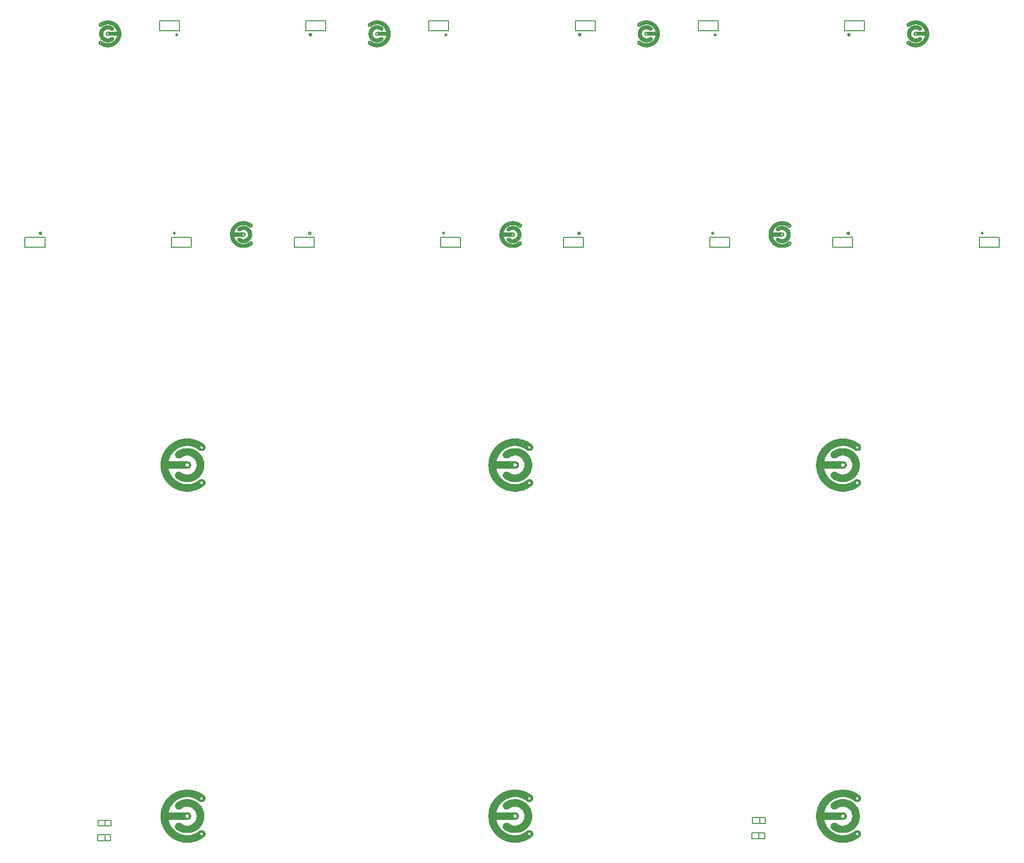
<source format=gbo>
G04 Layer_Color=32896*
%FSLAX44Y44*%
%MOMM*%
G71*
G01*
G75*
%ADD30C,0.2000*%
%ADD31C,0.2540*%
%ADD50C,0.0254*%
%ADD51C,0.0508*%
D30*
X92000Y1323240D02*
X58000D01*
X92000Y1306740D02*
X58000D01*
X92000Y1323240D02*
Y1306740D01*
X58000Y1323240D02*
Y1306740D01*
X342000D02*
X308000D01*
X342000Y1323240D02*
X308000D01*
Y1306740D01*
X342000Y1323240D02*
Y1306740D01*
X538000Y1676760D02*
X572000D01*
X538000Y1693260D02*
X572000D01*
X538000Y1676760D02*
Y1693260D01*
X572000Y1676760D02*
Y1693260D01*
X288000D02*
X322000D01*
X288000Y1676760D02*
X322000D01*
Y1693260D01*
X288000Y1676760D02*
Y1693260D01*
X1300500Y332000D02*
X1322500D01*
Y322000D02*
Y332000D01*
X1300500Y322000D02*
X1322500D01*
X1300500D02*
Y332000D01*
X1313000Y322000D02*
Y331000D01*
X1299500Y306000D02*
X1321500D01*
Y296000D02*
Y306000D01*
X1299500Y296000D02*
X1321500D01*
X1299500D02*
Y306000D01*
X1312000Y296000D02*
Y305000D01*
X182500Y302000D02*
X204500D01*
Y292000D02*
Y302000D01*
X182500Y292000D02*
X204500D01*
X182500D02*
Y302000D01*
X195000Y292000D02*
Y301000D01*
X182750Y327250D02*
X204750D01*
Y317250D02*
Y327250D01*
X182750Y317250D02*
X204750D01*
X182750D02*
Y327250D01*
X195250Y317250D02*
Y326250D01*
X998000Y1676760D02*
X1032000D01*
X998000Y1693260D02*
X1032000D01*
X998000Y1676760D02*
Y1693260D01*
X1032000Y1676760D02*
Y1693260D01*
X748000D02*
X782000D01*
X748000Y1676760D02*
X782000D01*
Y1693260D01*
X748000Y1676760D02*
Y1693260D01*
X552000Y1323240D02*
X518000D01*
X552000Y1306740D02*
X518000D01*
X552000Y1323240D02*
Y1306740D01*
X518000Y1323240D02*
Y1306740D01*
X802000D02*
X768000D01*
X802000Y1323240D02*
X768000D01*
Y1306740D01*
X802000Y1323240D02*
Y1306740D01*
X1458000Y1676760D02*
X1492000D01*
X1458000Y1693260D02*
X1492000D01*
X1458000Y1676760D02*
Y1693260D01*
X1492000Y1676760D02*
Y1693260D01*
X1208000D02*
X1242000D01*
X1208000Y1676760D02*
X1242000D01*
Y1693260D01*
X1208000Y1676760D02*
Y1693260D01*
X1012000Y1323240D02*
X978000D01*
X1012000Y1306740D02*
X978000D01*
X1012000Y1323240D02*
Y1306740D01*
X978000Y1323240D02*
Y1306740D01*
X1262000D02*
X1228000D01*
X1262000Y1323240D02*
X1228000D01*
Y1306740D01*
X1262000Y1323240D02*
Y1306740D01*
X1472000Y1323240D02*
X1438000D01*
X1472000Y1306740D02*
X1438000D01*
X1472000Y1323240D02*
Y1306740D01*
X1438000Y1323240D02*
Y1306740D01*
X1722000D02*
X1688000D01*
X1722000Y1323240D02*
X1688000D01*
Y1306740D01*
X1722000Y1323240D02*
Y1306740D01*
D31*
X82596Y1330240D02*
G03*
X82596Y1330240I1904J0D01*
G01*
X311399Y1330490D02*
G03*
X311399Y1330490I1601J0D01*
G01*
X547404Y1669760D02*
G03*
X547404Y1669760I-1904J0D01*
G01*
X318601Y1669510D02*
G03*
X318601Y1669510I-1601J0D01*
G01*
X1007404Y1669760D02*
G03*
X1007404Y1669760I-1904J0D01*
G01*
X778601Y1669510D02*
G03*
X778601Y1669510I-1601J0D01*
G01*
X542596Y1330240D02*
G03*
X542596Y1330240I1904J0D01*
G01*
X771399Y1330490D02*
G03*
X771399Y1330490I1601J0D01*
G01*
X1467404Y1669760D02*
G03*
X1467404Y1669760I-1904J0D01*
G01*
X1238601Y1669510D02*
G03*
X1238601Y1669510I-1601J0D01*
G01*
X1002596Y1330240D02*
G03*
X1002596Y1330240I1904J0D01*
G01*
X1231399Y1330490D02*
G03*
X1231399Y1330490I1601J0D01*
G01*
X1462596Y1330240D02*
G03*
X1462596Y1330240I1904J0D01*
G01*
X1691399Y1330490D02*
G03*
X1691399Y1330490I1601J0D01*
G01*
D50*
X200762Y1648908D02*
X197460D01*
X202794Y1649162D02*
X195428D01*
X204318Y1649416D02*
X194158D01*
X205334Y1649670D02*
X193142D01*
X206096Y1649924D02*
X192126D01*
X206858Y1650178D02*
X191364D01*
X207366Y1650432D02*
X190856D01*
X208128Y1650686D02*
X190094D01*
X208636Y1650940D02*
X189586D01*
X209144Y1651194D02*
X189078D01*
X209652Y1651448D02*
X188570D01*
X210160Y1651702D02*
X188062D01*
X210668Y1651956D02*
X187554D01*
X210922Y1652210D02*
X187300D01*
X211430Y1652464D02*
X186792D01*
X211938Y1652718D02*
X186538D01*
X212192Y1652972D02*
X186030D01*
X212446Y1653226D02*
X185776D01*
X212954Y1653480D02*
X185522D01*
X213208Y1653734D02*
X185014D01*
X213462Y1653988D02*
X184760D01*
X213716Y1654242D02*
X184506D01*
X214224Y1654496D02*
X184252D01*
X214478Y1654750D02*
X184252D01*
X214732Y1655004D02*
X183998D01*
X186284Y1655258D02*
X183998D01*
X196444D02*
X187300D01*
X214986D02*
X201778D01*
X186030Y1655512D02*
X183744D01*
X195174D02*
X187808D01*
X215240D02*
X203048D01*
X185776Y1655766D02*
X183744D01*
X194412D02*
X187808D01*
X215494D02*
X204064D01*
X185776Y1656020D02*
X183744D01*
X193650D02*
X188062D01*
X215748D02*
X204826D01*
X185776Y1656274D02*
X183744D01*
X192888D02*
X188062D01*
X216002D02*
X205334D01*
X185776Y1656528D02*
X183744D01*
X192380D02*
X188062D01*
X216002D02*
X205842D01*
X185776Y1656782D02*
X183744D01*
X191872D02*
X188062D01*
X216256D02*
X206350D01*
X186030Y1657036D02*
X183744D01*
X191364D02*
X187808D01*
X216510D02*
X206858D01*
X186284Y1657290D02*
X183998D01*
X190856D02*
X187554D01*
X201778D02*
X196444D01*
X216764D02*
X207366D01*
X190348Y1657544D02*
X183998D01*
X203048D02*
X195428D01*
X217018D02*
X207874D01*
X190094Y1657798D02*
X184252D01*
X203810D02*
X194412D01*
X217272D02*
X208128D01*
X189586Y1658052D02*
X184252D01*
X204572D02*
X193904D01*
X217272D02*
X208636D01*
X189332Y1658306D02*
X184506D01*
X205080D02*
X193142D01*
X217526D02*
X208890D01*
X189078Y1658560D02*
X184760D01*
X205588D02*
X192634D01*
X217780D02*
X209144D01*
X188570Y1658814D02*
X185014D01*
X206096D02*
X192126D01*
X217780D02*
X209652D01*
X188316Y1659068D02*
X185522D01*
X206604D02*
X191872D01*
X218034D02*
X209906D01*
X187554Y1659322D02*
X186284D01*
X207112D02*
X191364D01*
X218288D02*
X210160D01*
X207366Y1659576D02*
X190856D01*
X218288D02*
X210414D01*
X207620Y1659830D02*
X190602D01*
X218542D02*
X210668D01*
X208128Y1660084D02*
X190348D01*
X218796D02*
X210922D01*
X208382Y1660338D02*
X190094D01*
X218796D02*
X211176D01*
X208636Y1660592D02*
X189586D01*
X219050D02*
X211430D01*
X208890Y1660846D02*
X189332D01*
X219050D02*
X211684D01*
X208890Y1661100D02*
X189078D01*
X219304D02*
X211938D01*
X209144Y1661354D02*
X188824D01*
X219304D02*
X211938D01*
X209144Y1661608D02*
X188570D01*
X219558D02*
X212192D01*
X209398Y1661862D02*
X188316D01*
X219558D02*
X212446D01*
X209398Y1662116D02*
X188062D01*
X219812D02*
X212700D01*
X209398Y1662370D02*
X188062D01*
X219812D02*
X212700D01*
X209398Y1662624D02*
X187808D01*
X220066D02*
X212954D01*
X209398Y1662878D02*
X187554D01*
X220066D02*
X213208D01*
X209398Y1663132D02*
X187300D01*
X220066D02*
X213208D01*
X197714Y1663386D02*
X187300D01*
X209398D02*
X200762D01*
X220320D02*
X213462D01*
X196698Y1663640D02*
X187046D01*
X209144D02*
X201778D01*
X220320D02*
X213462D01*
X195936Y1663894D02*
X186792D01*
X209144D02*
X202286D01*
X220574D02*
X213716D01*
X195428Y1664148D02*
X186792D01*
X209144D02*
X202794D01*
X220574D02*
X213716D01*
X194920Y1664402D02*
X186538D01*
X208890D02*
X203302D01*
X220574D02*
X213970D01*
X194666Y1664656D02*
X186538D01*
X208636D02*
X203810D01*
X220828D02*
X213970D01*
X194158Y1664910D02*
X186284D01*
X208382D02*
X204064D01*
X220828D02*
X214224D01*
X193904Y1665164D02*
X186284D01*
X208128D02*
X204572D01*
X220828D02*
X214224D01*
X193650Y1665418D02*
X186030D01*
X207620D02*
X204826D01*
X220828D02*
X214478D01*
X193396Y1665672D02*
X186030D01*
X207112D02*
X205588D01*
X221082D02*
X214478D01*
X193142Y1665926D02*
X185776D01*
X221082D02*
X214478D01*
X192888Y1666180D02*
X185776D01*
X221082D02*
X214732D01*
X192634Y1666434D02*
X185522D01*
X221082D02*
X214732D01*
X192380Y1666688D02*
X185522D01*
X221336D02*
X214732D01*
X192380Y1666942D02*
X185522D01*
X221336D02*
X214986D01*
X192126Y1667196D02*
X185268D01*
X221336D02*
X214986D01*
X192126Y1667450D02*
X185268D01*
X221336D02*
X214986D01*
X191872Y1667704D02*
X185268D01*
X221336D02*
X215240D01*
X191618Y1667958D02*
X185268D01*
X221590D02*
X215240D01*
X191618Y1668212D02*
X185014D01*
X221590D02*
X215240D01*
X191618Y1668466D02*
X185014D01*
X221590D02*
X198476D01*
X191364Y1668720D02*
X185014D01*
X221590D02*
X197714D01*
X191364Y1668974D02*
X185014D01*
X221590D02*
X197206D01*
X191364Y1669228D02*
X185014D01*
X221590D02*
X196952D01*
X191110Y1669482D02*
X184760D01*
X221590D02*
X196698D01*
X191110Y1669736D02*
X184760D01*
X221590D02*
X196444D01*
X191110Y1669990D02*
X184760D01*
X198476D02*
X196444D01*
X221590D02*
X200000D01*
X191110Y1670244D02*
X184760D01*
X197968D02*
X196190D01*
X221844D02*
X200254D01*
X191110Y1670498D02*
X184760D01*
X197714D02*
X196190D01*
X221844D02*
X200508D01*
X190856Y1670752D02*
X184760D01*
X197714D02*
X195936D01*
X221844D02*
X200508D01*
X190856Y1671006D02*
X184760D01*
X197460D02*
X195936D01*
X221844D02*
X200762D01*
X190856Y1671260D02*
X184760D01*
X197460D02*
X195936D01*
X221844D02*
X200762D01*
X190856Y1671514D02*
X184760D01*
X197460D02*
X195936D01*
X221844D02*
X200762D01*
X190856Y1671768D02*
X184760D01*
X197460D02*
X195936D01*
X221844D02*
X200762D01*
X190856Y1672022D02*
X184760D01*
X197460D02*
X195936D01*
X221844D02*
X200762D01*
X191110Y1672276D02*
X184760D01*
X197714D02*
X196190D01*
X221844D02*
X200508D01*
X191110Y1672530D02*
X184760D01*
X197968D02*
X196190D01*
X221844D02*
X200508D01*
X191110Y1672784D02*
X184760D01*
X198222D02*
X196190D01*
X221590D02*
X200000D01*
X191110Y1673038D02*
X184760D01*
X198730D02*
X196444D01*
X221590D02*
X199746D01*
X191110Y1673292D02*
X184760D01*
X221590D02*
X196444D01*
X191110Y1673546D02*
X185014D01*
X221590D02*
X196698D01*
X191364Y1673800D02*
X185014D01*
X221590D02*
X196952D01*
X191364Y1674054D02*
X185014D01*
X221590D02*
X197206D01*
X191364Y1674308D02*
X185014D01*
X221590D02*
X197714D01*
X191618Y1674562D02*
X185014D01*
X221590D02*
X198730D01*
X191618Y1674816D02*
X185014D01*
X221590D02*
X215240D01*
X191872Y1675070D02*
X185268D01*
X221590D02*
X215240D01*
X191872Y1675324D02*
X185268D01*
X221336D02*
X214986D01*
X192126Y1675578D02*
X185268D01*
X221336D02*
X214986D01*
X192126Y1675832D02*
X185522D01*
X221336D02*
X214986D01*
X192380Y1676086D02*
X185522D01*
X221336D02*
X214986D01*
X192634Y1676340D02*
X185522D01*
X221336D02*
X214732D01*
X192888Y1676594D02*
X185776D01*
X221082D02*
X214732D01*
X192888Y1676848D02*
X185776D01*
X221082D02*
X214732D01*
X193142Y1677102D02*
X185776D01*
X221082D02*
X214478D01*
X193396Y1677356D02*
X186030D01*
X207366D02*
X205334D01*
X221082D02*
X214478D01*
X193650Y1677610D02*
X186030D01*
X207874D02*
X204572D01*
X220828D02*
X214224D01*
X194158Y1677864D02*
X186284D01*
X208382D02*
X204318D01*
X220828D02*
X214224D01*
X194412Y1678118D02*
X186284D01*
X208636D02*
X204064D01*
X220828D02*
X214224D01*
X194666Y1678372D02*
X186538D01*
X208636D02*
X203556D01*
X220574D02*
X213970D01*
X195174Y1678626D02*
X186538D01*
X208890D02*
X203302D01*
X220574D02*
X213970D01*
X195682Y1678880D02*
X186792D01*
X209144D02*
X202794D01*
X220574D02*
X213716D01*
X196190Y1679134D02*
X187046D01*
X209144D02*
X202032D01*
X220320D02*
X213716D01*
X196952Y1679388D02*
X187046D01*
X209144D02*
X201270D01*
X220320D02*
X213462D01*
X198222Y1679642D02*
X187300D01*
X209398D02*
X200000D01*
X220320D02*
X213462D01*
X209398Y1679896D02*
X187554D01*
X220066D02*
X213208D01*
X209398Y1680150D02*
X187554D01*
X220066D02*
X212954D01*
X209398Y1680404D02*
X187808D01*
X219812D02*
X212954D01*
X209398Y1680658D02*
X188062D01*
X219812D02*
X212700D01*
X209398Y1680912D02*
X188316D01*
X219812D02*
X212446D01*
X209144Y1681166D02*
X188570D01*
X219558D02*
X212446D01*
X209144Y1681420D02*
X188824D01*
X219558D02*
X212192D01*
X209144Y1681674D02*
X189078D01*
X219304D02*
X211938D01*
X208890Y1681928D02*
X189332D01*
X219304D02*
X211684D01*
X208636Y1682182D02*
X189586D01*
X219050D02*
X211430D01*
X208636Y1682436D02*
X189840D01*
X218796D02*
X211430D01*
X208128Y1682690D02*
X190094D01*
X218796D02*
X211176D01*
X207874Y1682944D02*
X190348D01*
X218542D02*
X210922D01*
X207620Y1683198D02*
X190856D01*
X218542D02*
X210668D01*
X207112Y1683452D02*
X191110D01*
X218288D02*
X210414D01*
X187808Y1683706D02*
X185776D01*
X206858D02*
X191618D01*
X218034D02*
X210160D01*
X188570Y1683960D02*
X185268D01*
X206350D02*
X191872D01*
X218034D02*
X209652D01*
X188824Y1684214D02*
X185014D01*
X205842D02*
X192380D01*
X217780D02*
X209398D01*
X189078Y1684468D02*
X184506D01*
X205334D02*
X192888D01*
X217526D02*
X209144D01*
X189586Y1684722D02*
X184506D01*
X204826D02*
X193396D01*
X217526D02*
X208890D01*
X189840Y1684976D02*
X184252D01*
X204318D02*
X194158D01*
X217272D02*
X208382D01*
X190348Y1685230D02*
X183998D01*
X203556D02*
X194920D01*
X217018D02*
X208128D01*
X186284Y1685484D02*
X183998D01*
X190602D02*
X187300D01*
X202540D02*
X195682D01*
X216764D02*
X207620D01*
X186030Y1685738D02*
X183998D01*
X191110D02*
X187808D01*
X201270D02*
X197206D01*
X216764D02*
X207112D01*
X185776Y1685992D02*
X183744D01*
X191618D02*
X187808D01*
X216510D02*
X206858D01*
X185776Y1686246D02*
X183744D01*
X192126D02*
X188062D01*
X216256D02*
X206350D01*
X185776Y1686500D02*
X183744D01*
X192634D02*
X188062D01*
X216002D02*
X205588D01*
X185776Y1686754D02*
X183744D01*
X193142D02*
X188062D01*
X215748D02*
X205080D01*
X185776Y1687008D02*
X183744D01*
X193904D02*
X188062D01*
X215494D02*
X204318D01*
X186030Y1687262D02*
X183744D01*
X194666D02*
X187808D01*
X215240D02*
X203556D01*
X186284Y1687516D02*
X183998D01*
X195682D02*
X187554D01*
X214986D02*
X202540D01*
X197206Y1687770D02*
X183998D01*
X214732D02*
X201016D01*
X214478Y1688024D02*
X183998D01*
X214224Y1688278D02*
X184252D01*
X213970Y1688532D02*
X184506D01*
X213716Y1688786D02*
X184506D01*
X213462Y1689040D02*
X184760D01*
X212954Y1689294D02*
X185268D01*
X212700Y1689548D02*
X185522D01*
X212446Y1689802D02*
X185776D01*
X211938Y1690056D02*
X186284D01*
X211684Y1690310D02*
X186538D01*
X211176Y1690564D02*
X187046D01*
X210922Y1690818D02*
X187300D01*
X210414Y1691072D02*
X187808D01*
X209906Y1691326D02*
X188316D01*
X209398Y1691580D02*
X188824D01*
X208890Y1691834D02*
X189332D01*
X208382Y1692088D02*
X189840D01*
X207874Y1692342D02*
X190348D01*
X207112Y1692596D02*
X191110D01*
X206604Y1692850D02*
X191872D01*
X205842Y1693104D02*
X192634D01*
X204826Y1693358D02*
X193396D01*
X203810Y1693612D02*
X194666D01*
X202286Y1693866D02*
X196190D01*
X429238Y1351092D02*
X432540D01*
X427206Y1350838D02*
X434572D01*
X425682Y1350584D02*
X435842D01*
X424666Y1350330D02*
X436858D01*
X423904Y1350076D02*
X437874D01*
X423142Y1349822D02*
X438636D01*
X422634Y1349568D02*
X439144D01*
X421872Y1349314D02*
X439906D01*
X421364Y1349060D02*
X440414D01*
X420856Y1348806D02*
X440922D01*
X420348Y1348552D02*
X441430D01*
X419840Y1348298D02*
X441938D01*
X419332Y1348044D02*
X442446D01*
X419078Y1347790D02*
X442700D01*
X418570Y1347536D02*
X443208D01*
X418062Y1347282D02*
X443462D01*
X417808Y1347028D02*
X443970D01*
X417554Y1346774D02*
X444224D01*
X417046Y1346520D02*
X444478D01*
X416792Y1346266D02*
X444986D01*
X416538Y1346012D02*
X445240D01*
X416284Y1345758D02*
X445494D01*
X415776Y1345504D02*
X445748D01*
X415522Y1345250D02*
X445748D01*
X415268Y1344996D02*
X446002D01*
X443716Y1344742D02*
X446002D01*
X433556D02*
X442700D01*
X415014D02*
X428222D01*
X443970Y1344488D02*
X446256D01*
X434826D02*
X442192D01*
X414760D02*
X426952D01*
X444224Y1344234D02*
X446256D01*
X435588D02*
X442192D01*
X414506D02*
X425936D01*
X444224Y1343980D02*
X446256D01*
X436350D02*
X441938D01*
X414252D02*
X425174D01*
X444224Y1343726D02*
X446256D01*
X437112D02*
X441938D01*
X413998D02*
X424666D01*
X444224Y1343472D02*
X446256D01*
X437620D02*
X441938D01*
X413998D02*
X424158D01*
X444224Y1343218D02*
X446256D01*
X438128D02*
X441938D01*
X413744D02*
X423650D01*
X443970Y1342964D02*
X446256D01*
X438636D02*
X442192D01*
X413490D02*
X423142D01*
X443716Y1342710D02*
X446002D01*
X439144D02*
X442446D01*
X428222D02*
X433556D01*
X413236D02*
X422634D01*
X439652Y1342456D02*
X446002D01*
X426952D02*
X434572D01*
X412982D02*
X422126D01*
X439906Y1342202D02*
X445748D01*
X426190D02*
X435588D01*
X412728D02*
X421872D01*
X440414Y1341948D02*
X445748D01*
X425428D02*
X436096D01*
X412728D02*
X421364D01*
X440668Y1341694D02*
X445494D01*
X424920D02*
X436858D01*
X412474D02*
X421110D01*
X440922Y1341440D02*
X445240D01*
X424412D02*
X437366D01*
X412220D02*
X420856D01*
X441430Y1341186D02*
X444986D01*
X423904D02*
X437874D01*
X412220D02*
X420348D01*
X441684Y1340932D02*
X444478D01*
X423396D02*
X438128D01*
X411966D02*
X420094D01*
X442446Y1340678D02*
X443716D01*
X422888D02*
X438636D01*
X411712D02*
X419840D01*
X422634Y1340424D02*
X439144D01*
X411712D02*
X419586D01*
X422380Y1340170D02*
X439398D01*
X411458D02*
X419332D01*
X421872Y1339916D02*
X439652D01*
X411204D02*
X419078D01*
X421618Y1339662D02*
X439906D01*
X411204D02*
X418824D01*
X421364Y1339408D02*
X440414D01*
X410950D02*
X418570D01*
X421110Y1339154D02*
X440668D01*
X410950D02*
X418316D01*
X421110Y1338900D02*
X440922D01*
X410696D02*
X418062D01*
X420856Y1338646D02*
X441176D01*
X410696D02*
X418062D01*
X420856Y1338392D02*
X441430D01*
X410442D02*
X417808D01*
X420602Y1338138D02*
X441684D01*
X410442D02*
X417554D01*
X420602Y1337884D02*
X441938D01*
X410188D02*
X417300D01*
X420602Y1337630D02*
X441938D01*
X410188D02*
X417300D01*
X420602Y1337376D02*
X442192D01*
X409934D02*
X417046D01*
X420602Y1337122D02*
X442446D01*
X409934D02*
X416792D01*
X420602Y1336868D02*
X442700D01*
X409934D02*
X416792D01*
X432286Y1336614D02*
X442700D01*
X420602D02*
X429238D01*
X409680D02*
X416538D01*
X433302Y1336360D02*
X442954D01*
X420856D02*
X428222D01*
X409680D02*
X416538D01*
X434064Y1336106D02*
X443208D01*
X420856D02*
X427714D01*
X409426D02*
X416284D01*
X434572Y1335852D02*
X443208D01*
X420856D02*
X427206D01*
X409426D02*
X416284D01*
X435080Y1335598D02*
X443462D01*
X421110D02*
X426698D01*
X409426D02*
X416030D01*
X435334Y1335344D02*
X443462D01*
X421364D02*
X426190D01*
X409172D02*
X416030D01*
X435842Y1335090D02*
X443716D01*
X421618D02*
X425936D01*
X409172D02*
X415776D01*
X436096Y1334836D02*
X443716D01*
X421872D02*
X425428D01*
X409172D02*
X415776D01*
X436350Y1334582D02*
X443970D01*
X422380D02*
X425174D01*
X409172D02*
X415522D01*
X436604Y1334328D02*
X443970D01*
X422888D02*
X424412D01*
X408918D02*
X415522D01*
X436858Y1334074D02*
X444224D01*
X408918D02*
X415522D01*
X437112Y1333820D02*
X444224D01*
X408918D02*
X415268D01*
X437366Y1333566D02*
X444478D01*
X408918D02*
X415268D01*
X437620Y1333312D02*
X444478D01*
X408664D02*
X415268D01*
X437620Y1333058D02*
X444478D01*
X408664D02*
X415014D01*
X437874Y1332804D02*
X444732D01*
X408664D02*
X415014D01*
X437874Y1332550D02*
X444732D01*
X408664D02*
X415014D01*
X438128Y1332296D02*
X444732D01*
X408664D02*
X414760D01*
X438382Y1332042D02*
X444732D01*
X408410D02*
X414760D01*
X438382Y1331788D02*
X444986D01*
X408410D02*
X414760D01*
X438382Y1331534D02*
X444986D01*
X408410D02*
X431524D01*
X438636Y1331280D02*
X444986D01*
X408410D02*
X432286D01*
X438636Y1331026D02*
X444986D01*
X408410D02*
X432794D01*
X438636Y1330772D02*
X444986D01*
X408410D02*
X433048D01*
X438890Y1330518D02*
X445240D01*
X408410D02*
X433302D01*
X438890Y1330264D02*
X445240D01*
X408410D02*
X433556D01*
X438890Y1330010D02*
X445240D01*
X431524D02*
X433556D01*
X408410D02*
X430000D01*
X438890Y1329756D02*
X445240D01*
X432032D02*
X433810D01*
X408156D02*
X429746D01*
X438890Y1329502D02*
X445240D01*
X432286D02*
X433810D01*
X408156D02*
X429492D01*
X439144Y1329248D02*
X445240D01*
X432286D02*
X434064D01*
X408156D02*
X429492D01*
X439144Y1328994D02*
X445240D01*
X432540D02*
X434064D01*
X408156D02*
X429238D01*
X439144Y1328740D02*
X445240D01*
X432540D02*
X434064D01*
X408156D02*
X429238D01*
X439144Y1328486D02*
X445240D01*
X432540D02*
X434064D01*
X408156D02*
X429238D01*
X439144Y1328232D02*
X445240D01*
X432540D02*
X434064D01*
X408156D02*
X429238D01*
X439144Y1327978D02*
X445240D01*
X432540D02*
X434064D01*
X408156D02*
X429238D01*
X438890Y1327724D02*
X445240D01*
X432286D02*
X433810D01*
X408156D02*
X429492D01*
X438890Y1327470D02*
X445240D01*
X432032D02*
X433810D01*
X408156D02*
X429492D01*
X438890Y1327216D02*
X445240D01*
X431778D02*
X433810D01*
X408410D02*
X430000D01*
X438890Y1326962D02*
X445240D01*
X431270D02*
X433556D01*
X408410D02*
X430254D01*
X438890Y1326708D02*
X445240D01*
X408410D02*
X433556D01*
X438890Y1326454D02*
X444986D01*
X408410D02*
X433302D01*
X438636Y1326200D02*
X444986D01*
X408410D02*
X433048D01*
X438636Y1325946D02*
X444986D01*
X408410D02*
X432794D01*
X438636Y1325692D02*
X444986D01*
X408410D02*
X432286D01*
X438382Y1325438D02*
X444986D01*
X408410D02*
X431270D01*
X438382Y1325184D02*
X444986D01*
X408410D02*
X414760D01*
X438128Y1324930D02*
X444732D01*
X408410D02*
X414760D01*
X438128Y1324676D02*
X444732D01*
X408664D02*
X415014D01*
X437874Y1324422D02*
X444732D01*
X408664D02*
X415014D01*
X437874Y1324168D02*
X444478D01*
X408664D02*
X415014D01*
X437620Y1323914D02*
X444478D01*
X408664D02*
X415014D01*
X437366Y1323660D02*
X444478D01*
X408664D02*
X415268D01*
X437112Y1323406D02*
X444224D01*
X408918D02*
X415268D01*
X437112Y1323152D02*
X444224D01*
X408918D02*
X415268D01*
X436858Y1322898D02*
X444224D01*
X408918D02*
X415522D01*
X436604Y1322644D02*
X443970D01*
X422634D02*
X424666D01*
X408918D02*
X415522D01*
X436350Y1322390D02*
X443970D01*
X422126D02*
X425428D01*
X409172D02*
X415776D01*
X435842Y1322136D02*
X443716D01*
X421618D02*
X425682D01*
X409172D02*
X415776D01*
X435588Y1321882D02*
X443716D01*
X421364D02*
X425936D01*
X409172D02*
X415776D01*
X435334Y1321628D02*
X443462D01*
X421364D02*
X426444D01*
X409426D02*
X416030D01*
X434826Y1321374D02*
X443462D01*
X421110D02*
X426698D01*
X409426D02*
X416030D01*
X434318Y1321120D02*
X443208D01*
X420856D02*
X427206D01*
X409426D02*
X416284D01*
X433810Y1320866D02*
X442954D01*
X420856D02*
X427968D01*
X409680D02*
X416284D01*
X433048Y1320612D02*
X442954D01*
X420856D02*
X428730D01*
X409680D02*
X416538D01*
X431778Y1320358D02*
X442700D01*
X420602D02*
X430000D01*
X409680D02*
X416538D01*
X420602Y1320104D02*
X442446D01*
X409934D02*
X416792D01*
X420602Y1319850D02*
X442446D01*
X409934D02*
X417046D01*
X420602Y1319596D02*
X442192D01*
X410188D02*
X417046D01*
X420602Y1319342D02*
X441938D01*
X410188D02*
X417300D01*
X420602Y1319088D02*
X441684D01*
X410188D02*
X417554D01*
X420856Y1318834D02*
X441430D01*
X410442D02*
X417554D01*
X420856Y1318580D02*
X441176D01*
X410442D02*
X417808D01*
X420856Y1318326D02*
X440922D01*
X410696D02*
X418062D01*
X421110Y1318072D02*
X440668D01*
X410696D02*
X418316D01*
X421364Y1317818D02*
X440414D01*
X410950D02*
X418570D01*
X421364Y1317564D02*
X440160D01*
X411204D02*
X418570D01*
X421872Y1317310D02*
X439906D01*
X411204D02*
X418824D01*
X422126Y1317056D02*
X439652D01*
X411458D02*
X419078D01*
X422380Y1316802D02*
X439144D01*
X411458D02*
X419332D01*
X422888Y1316548D02*
X438890D01*
X411712D02*
X419586D01*
X442192Y1316294D02*
X444224D01*
X423142D02*
X438382D01*
X411966D02*
X419840D01*
X441430Y1316040D02*
X444732D01*
X423650D02*
X438128D01*
X411966D02*
X420348D01*
X441176Y1315786D02*
X444986D01*
X424158D02*
X437620D01*
X412220D02*
X420602D01*
X440922Y1315532D02*
X445494D01*
X424666D02*
X437112D01*
X412474D02*
X420856D01*
X440414Y1315278D02*
X445494D01*
X425174D02*
X436604D01*
X412474D02*
X421110D01*
X440160Y1315024D02*
X445748D01*
X425682D02*
X435842D01*
X412728D02*
X421618D01*
X439652Y1314770D02*
X446002D01*
X426444D02*
X435080D01*
X412982D02*
X421872D01*
X443716Y1314516D02*
X446002D01*
X439398D02*
X442700D01*
X427460D02*
X434318D01*
X413236D02*
X422380D01*
X443970Y1314262D02*
X446002D01*
X438890D02*
X442192D01*
X428730D02*
X432794D01*
X413236D02*
X422888D01*
X444224Y1314008D02*
X446256D01*
X438382D02*
X442192D01*
X413490D02*
X423142D01*
X444224Y1313754D02*
X446256D01*
X437874D02*
X441938D01*
X413744D02*
X423650D01*
X444224Y1313500D02*
X446256D01*
X437366D02*
X441938D01*
X413998D02*
X424412D01*
X444224Y1313246D02*
X446256D01*
X436858D02*
X441938D01*
X414252D02*
X424920D01*
X444224Y1312992D02*
X446256D01*
X436096D02*
X441938D01*
X414506D02*
X425682D01*
X443970Y1312738D02*
X446256D01*
X435334D02*
X442192D01*
X414760D02*
X426444D01*
X443716Y1312484D02*
X446002D01*
X434318D02*
X442446D01*
X415014D02*
X427460D01*
X432794Y1312230D02*
X446002D01*
X415268D02*
X428984D01*
X415522Y1311976D02*
X446002D01*
X415776Y1311722D02*
X445748D01*
X416030Y1311468D02*
X445494D01*
X416284Y1311214D02*
X445494D01*
X416538Y1310960D02*
X445240D01*
X417046Y1310706D02*
X444732D01*
X417300Y1310452D02*
X444478D01*
X417554Y1310198D02*
X444224D01*
X418062Y1309944D02*
X443716D01*
X418316Y1309690D02*
X443462D01*
X418824Y1309436D02*
X442954D01*
X419078Y1309182D02*
X442700D01*
X419586Y1308928D02*
X442192D01*
X420094Y1308674D02*
X441684D01*
X420602Y1308420D02*
X441176D01*
X421110Y1308166D02*
X440668D01*
X421618Y1307912D02*
X440160D01*
X422126Y1307658D02*
X439652D01*
X422888Y1307404D02*
X438890D01*
X423396Y1307150D02*
X438128D01*
X424158Y1306896D02*
X437366D01*
X425174Y1306642D02*
X436604D01*
X426190Y1306388D02*
X435334D01*
X427714Y1306134D02*
X433810D01*
X889238Y1351092D02*
X892540D01*
X887206Y1350838D02*
X894572D01*
X885682Y1350584D02*
X895842D01*
X884666Y1350330D02*
X896858D01*
X883904Y1350076D02*
X897874D01*
X883142Y1349822D02*
X898636D01*
X882634Y1349568D02*
X899144D01*
X881872Y1349314D02*
X899906D01*
X881364Y1349060D02*
X900414D01*
X880856Y1348806D02*
X900922D01*
X880348Y1348552D02*
X901430D01*
X879840Y1348298D02*
X901938D01*
X879332Y1348044D02*
X902446D01*
X879078Y1347790D02*
X902700D01*
X878570Y1347536D02*
X903208D01*
X878062Y1347282D02*
X903462D01*
X877808Y1347028D02*
X903970D01*
X877554Y1346774D02*
X904224D01*
X877046Y1346520D02*
X904478D01*
X876792Y1346266D02*
X904986D01*
X876538Y1346012D02*
X905240D01*
X876284Y1345758D02*
X905494D01*
X875776Y1345504D02*
X905748D01*
X875522Y1345250D02*
X905748D01*
X875268Y1344996D02*
X906002D01*
X903716Y1344742D02*
X906002D01*
X893556D02*
X902700D01*
X875014D02*
X888222D01*
X903970Y1344488D02*
X906256D01*
X894826D02*
X902192D01*
X874760D02*
X886952D01*
X904224Y1344234D02*
X906256D01*
X895588D02*
X902192D01*
X874506D02*
X885936D01*
X904224Y1343980D02*
X906256D01*
X896350D02*
X901938D01*
X874252D02*
X885174D01*
X904224Y1343726D02*
X906256D01*
X897112D02*
X901938D01*
X873998D02*
X884666D01*
X904224Y1343472D02*
X906256D01*
X897620D02*
X901938D01*
X873998D02*
X884158D01*
X904224Y1343218D02*
X906256D01*
X898128D02*
X901938D01*
X873744D02*
X883650D01*
X903970Y1342964D02*
X906256D01*
X898636D02*
X902192D01*
X873490D02*
X883142D01*
X903716Y1342710D02*
X906002D01*
X899144D02*
X902446D01*
X888222D02*
X893556D01*
X873236D02*
X882634D01*
X899652Y1342456D02*
X906002D01*
X886952D02*
X894572D01*
X872982D02*
X882126D01*
X899906Y1342202D02*
X905748D01*
X886190D02*
X895588D01*
X872728D02*
X881872D01*
X900414Y1341948D02*
X905748D01*
X885428D02*
X896096D01*
X872728D02*
X881364D01*
X900668Y1341694D02*
X905494D01*
X884920D02*
X896858D01*
X872474D02*
X881110D01*
X900922Y1341440D02*
X905240D01*
X884412D02*
X897366D01*
X872220D02*
X880856D01*
X901430Y1341186D02*
X904986D01*
X883904D02*
X897874D01*
X872220D02*
X880348D01*
X901684Y1340932D02*
X904478D01*
X883396D02*
X898128D01*
X871966D02*
X880094D01*
X902446Y1340678D02*
X903716D01*
X882888D02*
X898636D01*
X871712D02*
X879840D01*
X882634Y1340424D02*
X899144D01*
X871712D02*
X879586D01*
X882380Y1340170D02*
X899398D01*
X871458D02*
X879332D01*
X881872Y1339916D02*
X899652D01*
X871204D02*
X879078D01*
X881618Y1339662D02*
X899906D01*
X871204D02*
X878824D01*
X881364Y1339408D02*
X900414D01*
X870950D02*
X878570D01*
X881110Y1339154D02*
X900668D01*
X870950D02*
X878316D01*
X881110Y1338900D02*
X900922D01*
X870696D02*
X878062D01*
X880856Y1338646D02*
X901176D01*
X870696D02*
X878062D01*
X880856Y1338392D02*
X901430D01*
X870442D02*
X877808D01*
X880602Y1338138D02*
X901684D01*
X870442D02*
X877554D01*
X880602Y1337884D02*
X901938D01*
X870188D02*
X877300D01*
X880602Y1337630D02*
X901938D01*
X870188D02*
X877300D01*
X880602Y1337376D02*
X902192D01*
X869934D02*
X877046D01*
X880602Y1337122D02*
X902446D01*
X869934D02*
X876792D01*
X880602Y1336868D02*
X902700D01*
X869934D02*
X876792D01*
X892286Y1336614D02*
X902700D01*
X880602D02*
X889238D01*
X869680D02*
X876538D01*
X893302Y1336360D02*
X902954D01*
X880856D02*
X888222D01*
X869680D02*
X876538D01*
X894064Y1336106D02*
X903208D01*
X880856D02*
X887714D01*
X869426D02*
X876284D01*
X894572Y1335852D02*
X903208D01*
X880856D02*
X887206D01*
X869426D02*
X876284D01*
X895080Y1335598D02*
X903462D01*
X881110D02*
X886698D01*
X869426D02*
X876030D01*
X895334Y1335344D02*
X903462D01*
X881364D02*
X886190D01*
X869172D02*
X876030D01*
X895842Y1335090D02*
X903716D01*
X881618D02*
X885936D01*
X869172D02*
X875776D01*
X896096Y1334836D02*
X903716D01*
X881872D02*
X885428D01*
X869172D02*
X875776D01*
X896350Y1334582D02*
X903970D01*
X882380D02*
X885174D01*
X869172D02*
X875522D01*
X896604Y1334328D02*
X903970D01*
X882888D02*
X884412D01*
X868918D02*
X875522D01*
X896858Y1334074D02*
X904224D01*
X868918D02*
X875522D01*
X897112Y1333820D02*
X904224D01*
X868918D02*
X875268D01*
X897366Y1333566D02*
X904478D01*
X868918D02*
X875268D01*
X897620Y1333312D02*
X904478D01*
X868664D02*
X875268D01*
X897620Y1333058D02*
X904478D01*
X868664D02*
X875014D01*
X897874Y1332804D02*
X904732D01*
X868664D02*
X875014D01*
X897874Y1332550D02*
X904732D01*
X868664D02*
X875014D01*
X898128Y1332296D02*
X904732D01*
X868664D02*
X874760D01*
X898382Y1332042D02*
X904732D01*
X868410D02*
X874760D01*
X898382Y1331788D02*
X904986D01*
X868410D02*
X874760D01*
X898382Y1331534D02*
X904986D01*
X868410D02*
X891524D01*
X898636Y1331280D02*
X904986D01*
X868410D02*
X892286D01*
X898636Y1331026D02*
X904986D01*
X868410D02*
X892794D01*
X898636Y1330772D02*
X904986D01*
X868410D02*
X893048D01*
X898890Y1330518D02*
X905240D01*
X868410D02*
X893302D01*
X898890Y1330264D02*
X905240D01*
X868410D02*
X893556D01*
X898890Y1330010D02*
X905240D01*
X891524D02*
X893556D01*
X868410D02*
X890000D01*
X898890Y1329756D02*
X905240D01*
X892032D02*
X893810D01*
X868156D02*
X889746D01*
X898890Y1329502D02*
X905240D01*
X892286D02*
X893810D01*
X868156D02*
X889492D01*
X899144Y1329248D02*
X905240D01*
X892286D02*
X894064D01*
X868156D02*
X889492D01*
X899144Y1328994D02*
X905240D01*
X892540D02*
X894064D01*
X868156D02*
X889238D01*
X899144Y1328740D02*
X905240D01*
X892540D02*
X894064D01*
X868156D02*
X889238D01*
X899144Y1328486D02*
X905240D01*
X892540D02*
X894064D01*
X868156D02*
X889238D01*
X899144Y1328232D02*
X905240D01*
X892540D02*
X894064D01*
X868156D02*
X889238D01*
X899144Y1327978D02*
X905240D01*
X892540D02*
X894064D01*
X868156D02*
X889238D01*
X898890Y1327724D02*
X905240D01*
X892286D02*
X893810D01*
X868156D02*
X889492D01*
X898890Y1327470D02*
X905240D01*
X892032D02*
X893810D01*
X868156D02*
X889492D01*
X898890Y1327216D02*
X905240D01*
X891778D02*
X893810D01*
X868410D02*
X890000D01*
X898890Y1326962D02*
X905240D01*
X891270D02*
X893556D01*
X868410D02*
X890254D01*
X898890Y1326708D02*
X905240D01*
X868410D02*
X893556D01*
X898890Y1326454D02*
X904986D01*
X868410D02*
X893302D01*
X898636Y1326200D02*
X904986D01*
X868410D02*
X893048D01*
X898636Y1325946D02*
X904986D01*
X868410D02*
X892794D01*
X898636Y1325692D02*
X904986D01*
X868410D02*
X892286D01*
X898382Y1325438D02*
X904986D01*
X868410D02*
X891270D01*
X898382Y1325184D02*
X904986D01*
X868410D02*
X874760D01*
X898128Y1324930D02*
X904732D01*
X868410D02*
X874760D01*
X898128Y1324676D02*
X904732D01*
X868664D02*
X875014D01*
X897874Y1324422D02*
X904732D01*
X868664D02*
X875014D01*
X897874Y1324168D02*
X904478D01*
X868664D02*
X875014D01*
X897620Y1323914D02*
X904478D01*
X868664D02*
X875014D01*
X897366Y1323660D02*
X904478D01*
X868664D02*
X875268D01*
X897112Y1323406D02*
X904224D01*
X868918D02*
X875268D01*
X897112Y1323152D02*
X904224D01*
X868918D02*
X875268D01*
X896858Y1322898D02*
X904224D01*
X868918D02*
X875522D01*
X896604Y1322644D02*
X903970D01*
X882634D02*
X884666D01*
X868918D02*
X875522D01*
X896350Y1322390D02*
X903970D01*
X882126D02*
X885428D01*
X869172D02*
X875776D01*
X895842Y1322136D02*
X903716D01*
X881618D02*
X885682D01*
X869172D02*
X875776D01*
X895588Y1321882D02*
X903716D01*
X881364D02*
X885936D01*
X869172D02*
X875776D01*
X895334Y1321628D02*
X903462D01*
X881364D02*
X886444D01*
X869426D02*
X876030D01*
X894826Y1321374D02*
X903462D01*
X881110D02*
X886698D01*
X869426D02*
X876030D01*
X894318Y1321120D02*
X903208D01*
X880856D02*
X887206D01*
X869426D02*
X876284D01*
X893810Y1320866D02*
X902954D01*
X880856D02*
X887968D01*
X869680D02*
X876284D01*
X893048Y1320612D02*
X902954D01*
X880856D02*
X888730D01*
X869680D02*
X876538D01*
X891778Y1320358D02*
X902700D01*
X880602D02*
X890000D01*
X869680D02*
X876538D01*
X880602Y1320104D02*
X902446D01*
X869934D02*
X876792D01*
X880602Y1319850D02*
X902446D01*
X869934D02*
X877046D01*
X880602Y1319596D02*
X902192D01*
X870188D02*
X877046D01*
X880602Y1319342D02*
X901938D01*
X870188D02*
X877300D01*
X880602Y1319088D02*
X901684D01*
X870188D02*
X877554D01*
X880856Y1318834D02*
X901430D01*
X870442D02*
X877554D01*
X880856Y1318580D02*
X901176D01*
X870442D02*
X877808D01*
X880856Y1318326D02*
X900922D01*
X870696D02*
X878062D01*
X881110Y1318072D02*
X900668D01*
X870696D02*
X878316D01*
X881364Y1317818D02*
X900414D01*
X870950D02*
X878570D01*
X881364Y1317564D02*
X900160D01*
X871204D02*
X878570D01*
X881872Y1317310D02*
X899906D01*
X871204D02*
X878824D01*
X882126Y1317056D02*
X899652D01*
X871458D02*
X879078D01*
X882380Y1316802D02*
X899144D01*
X871458D02*
X879332D01*
X882888Y1316548D02*
X898890D01*
X871712D02*
X879586D01*
X902192Y1316294D02*
X904224D01*
X883142D02*
X898382D01*
X871966D02*
X879840D01*
X901430Y1316040D02*
X904732D01*
X883650D02*
X898128D01*
X871966D02*
X880348D01*
X901176Y1315786D02*
X904986D01*
X884158D02*
X897620D01*
X872220D02*
X880602D01*
X900922Y1315532D02*
X905494D01*
X884666D02*
X897112D01*
X872474D02*
X880856D01*
X900414Y1315278D02*
X905494D01*
X885174D02*
X896604D01*
X872474D02*
X881110D01*
X900160Y1315024D02*
X905748D01*
X885682D02*
X895842D01*
X872728D02*
X881618D01*
X899652Y1314770D02*
X906002D01*
X886444D02*
X895080D01*
X872982D02*
X881872D01*
X903716Y1314516D02*
X906002D01*
X899398D02*
X902700D01*
X887460D02*
X894318D01*
X873236D02*
X882380D01*
X903970Y1314262D02*
X906002D01*
X898890D02*
X902192D01*
X888730D02*
X892794D01*
X873236D02*
X882888D01*
X904224Y1314008D02*
X906256D01*
X898382D02*
X902192D01*
X873490D02*
X883142D01*
X904224Y1313754D02*
X906256D01*
X897874D02*
X901938D01*
X873744D02*
X883650D01*
X904224Y1313500D02*
X906256D01*
X897366D02*
X901938D01*
X873998D02*
X884412D01*
X904224Y1313246D02*
X906256D01*
X896858D02*
X901938D01*
X874252D02*
X884920D01*
X904224Y1312992D02*
X906256D01*
X896096D02*
X901938D01*
X874506D02*
X885682D01*
X903970Y1312738D02*
X906256D01*
X895334D02*
X902192D01*
X874760D02*
X886444D01*
X903716Y1312484D02*
X906002D01*
X894318D02*
X902446D01*
X875014D02*
X887460D01*
X892794Y1312230D02*
X906002D01*
X875268D02*
X888984D01*
X875522Y1311976D02*
X906002D01*
X875776Y1311722D02*
X905748D01*
X876030Y1311468D02*
X905494D01*
X876284Y1311214D02*
X905494D01*
X876538Y1310960D02*
X905240D01*
X877046Y1310706D02*
X904732D01*
X877300Y1310452D02*
X904478D01*
X877554Y1310198D02*
X904224D01*
X878062Y1309944D02*
X903716D01*
X878316Y1309690D02*
X903462D01*
X878824Y1309436D02*
X902954D01*
X879078Y1309182D02*
X902700D01*
X879586Y1308928D02*
X902192D01*
X880094Y1308674D02*
X901684D01*
X880602Y1308420D02*
X901176D01*
X881110Y1308166D02*
X900668D01*
X881618Y1307912D02*
X900160D01*
X882126Y1307658D02*
X899652D01*
X882888Y1307404D02*
X898890D01*
X883396Y1307150D02*
X898128D01*
X884158Y1306896D02*
X897366D01*
X885174Y1306642D02*
X896604D01*
X886190Y1306388D02*
X895334D01*
X887714Y1306134D02*
X893810D01*
X660762Y1648908D02*
X657460D01*
X662794Y1649162D02*
X655428D01*
X664318Y1649416D02*
X654158D01*
X665334Y1649670D02*
X653142D01*
X666096Y1649924D02*
X652126D01*
X666858Y1650178D02*
X651364D01*
X667366Y1650432D02*
X650856D01*
X668128Y1650686D02*
X650094D01*
X668636Y1650940D02*
X649586D01*
X669144Y1651194D02*
X649078D01*
X669652Y1651448D02*
X648570D01*
X670160Y1651702D02*
X648062D01*
X670668Y1651956D02*
X647554D01*
X670922Y1652210D02*
X647300D01*
X671430Y1652464D02*
X646792D01*
X671938Y1652718D02*
X646538D01*
X672192Y1652972D02*
X646030D01*
X672446Y1653226D02*
X645776D01*
X672954Y1653480D02*
X645522D01*
X673208Y1653734D02*
X645014D01*
X673462Y1653988D02*
X644760D01*
X673716Y1654242D02*
X644506D01*
X674224Y1654496D02*
X644252D01*
X674478Y1654750D02*
X644252D01*
X674732Y1655004D02*
X643998D01*
X646284Y1655258D02*
X643998D01*
X656444D02*
X647300D01*
X674986D02*
X661778D01*
X646030Y1655512D02*
X643744D01*
X655174D02*
X647808D01*
X675240D02*
X663048D01*
X645776Y1655766D02*
X643744D01*
X654412D02*
X647808D01*
X675494D02*
X664064D01*
X645776Y1656020D02*
X643744D01*
X653650D02*
X648062D01*
X675748D02*
X664826D01*
X645776Y1656274D02*
X643744D01*
X652888D02*
X648062D01*
X676002D02*
X665334D01*
X645776Y1656528D02*
X643744D01*
X652380D02*
X648062D01*
X676002D02*
X665842D01*
X645776Y1656782D02*
X643744D01*
X651872D02*
X648062D01*
X676256D02*
X666350D01*
X646030Y1657036D02*
X643744D01*
X651364D02*
X647808D01*
X676510D02*
X666858D01*
X646284Y1657290D02*
X643998D01*
X650856D02*
X647554D01*
X661778D02*
X656444D01*
X676764D02*
X667366D01*
X650348Y1657544D02*
X643998D01*
X663048D02*
X655428D01*
X677018D02*
X667874D01*
X650094Y1657798D02*
X644252D01*
X663810D02*
X654412D01*
X677272D02*
X668128D01*
X649586Y1658052D02*
X644252D01*
X664572D02*
X653904D01*
X677272D02*
X668636D01*
X649332Y1658306D02*
X644506D01*
X665080D02*
X653142D01*
X677526D02*
X668890D01*
X649078Y1658560D02*
X644760D01*
X665588D02*
X652634D01*
X677780D02*
X669144D01*
X648570Y1658814D02*
X645014D01*
X666096D02*
X652126D01*
X677780D02*
X669652D01*
X648316Y1659068D02*
X645522D01*
X666604D02*
X651872D01*
X678034D02*
X669906D01*
X647554Y1659322D02*
X646284D01*
X667112D02*
X651364D01*
X678288D02*
X670160D01*
X667366Y1659576D02*
X650856D01*
X678288D02*
X670414D01*
X667620Y1659830D02*
X650602D01*
X678542D02*
X670668D01*
X668128Y1660084D02*
X650348D01*
X678796D02*
X670922D01*
X668382Y1660338D02*
X650094D01*
X678796D02*
X671176D01*
X668636Y1660592D02*
X649586D01*
X679050D02*
X671430D01*
X668890Y1660846D02*
X649332D01*
X679050D02*
X671684D01*
X668890Y1661100D02*
X649078D01*
X679304D02*
X671938D01*
X669144Y1661354D02*
X648824D01*
X679304D02*
X671938D01*
X669144Y1661608D02*
X648570D01*
X679558D02*
X672192D01*
X669398Y1661862D02*
X648316D01*
X679558D02*
X672446D01*
X669398Y1662116D02*
X648062D01*
X679812D02*
X672700D01*
X669398Y1662370D02*
X648062D01*
X679812D02*
X672700D01*
X669398Y1662624D02*
X647808D01*
X680066D02*
X672954D01*
X669398Y1662878D02*
X647554D01*
X680066D02*
X673208D01*
X669398Y1663132D02*
X647300D01*
X680066D02*
X673208D01*
X657714Y1663386D02*
X647300D01*
X669398D02*
X660762D01*
X680320D02*
X673462D01*
X656698Y1663640D02*
X647046D01*
X669144D02*
X661778D01*
X680320D02*
X673462D01*
X655936Y1663894D02*
X646792D01*
X669144D02*
X662286D01*
X680574D02*
X673716D01*
X655428Y1664148D02*
X646792D01*
X669144D02*
X662794D01*
X680574D02*
X673716D01*
X654920Y1664402D02*
X646538D01*
X668890D02*
X663302D01*
X680574D02*
X673970D01*
X654666Y1664656D02*
X646538D01*
X668636D02*
X663810D01*
X680828D02*
X673970D01*
X654158Y1664910D02*
X646284D01*
X668382D02*
X664064D01*
X680828D02*
X674224D01*
X653904Y1665164D02*
X646284D01*
X668128D02*
X664572D01*
X680828D02*
X674224D01*
X653650Y1665418D02*
X646030D01*
X667620D02*
X664826D01*
X680828D02*
X674478D01*
X653396Y1665672D02*
X646030D01*
X667112D02*
X665588D01*
X681082D02*
X674478D01*
X653142Y1665926D02*
X645776D01*
X681082D02*
X674478D01*
X652888Y1666180D02*
X645776D01*
X681082D02*
X674732D01*
X652634Y1666434D02*
X645522D01*
X681082D02*
X674732D01*
X652380Y1666688D02*
X645522D01*
X681336D02*
X674732D01*
X652380Y1666942D02*
X645522D01*
X681336D02*
X674986D01*
X652126Y1667196D02*
X645268D01*
X681336D02*
X674986D01*
X652126Y1667450D02*
X645268D01*
X681336D02*
X674986D01*
X651872Y1667704D02*
X645268D01*
X681336D02*
X675240D01*
X651618Y1667958D02*
X645268D01*
X681590D02*
X675240D01*
X651618Y1668212D02*
X645014D01*
X681590D02*
X675240D01*
X651618Y1668466D02*
X645014D01*
X681590D02*
X658476D01*
X651364Y1668720D02*
X645014D01*
X681590D02*
X657714D01*
X651364Y1668974D02*
X645014D01*
X681590D02*
X657206D01*
X651364Y1669228D02*
X645014D01*
X681590D02*
X656952D01*
X651110Y1669482D02*
X644760D01*
X681590D02*
X656698D01*
X651110Y1669736D02*
X644760D01*
X681590D02*
X656444D01*
X651110Y1669990D02*
X644760D01*
X658476D02*
X656444D01*
X681590D02*
X660000D01*
X651110Y1670244D02*
X644760D01*
X657968D02*
X656190D01*
X681844D02*
X660254D01*
X651110Y1670498D02*
X644760D01*
X657714D02*
X656190D01*
X681844D02*
X660508D01*
X650856Y1670752D02*
X644760D01*
X657714D02*
X655936D01*
X681844D02*
X660508D01*
X650856Y1671006D02*
X644760D01*
X657460D02*
X655936D01*
X681844D02*
X660762D01*
X650856Y1671260D02*
X644760D01*
X657460D02*
X655936D01*
X681844D02*
X660762D01*
X650856Y1671514D02*
X644760D01*
X657460D02*
X655936D01*
X681844D02*
X660762D01*
X650856Y1671768D02*
X644760D01*
X657460D02*
X655936D01*
X681844D02*
X660762D01*
X650856Y1672022D02*
X644760D01*
X657460D02*
X655936D01*
X681844D02*
X660762D01*
X651110Y1672276D02*
X644760D01*
X657714D02*
X656190D01*
X681844D02*
X660508D01*
X651110Y1672530D02*
X644760D01*
X657968D02*
X656190D01*
X681844D02*
X660508D01*
X651110Y1672784D02*
X644760D01*
X658222D02*
X656190D01*
X681590D02*
X660000D01*
X651110Y1673038D02*
X644760D01*
X658730D02*
X656444D01*
X681590D02*
X659746D01*
X651110Y1673292D02*
X644760D01*
X681590D02*
X656444D01*
X651110Y1673546D02*
X645014D01*
X681590D02*
X656698D01*
X651364Y1673800D02*
X645014D01*
X681590D02*
X656952D01*
X651364Y1674054D02*
X645014D01*
X681590D02*
X657206D01*
X651364Y1674308D02*
X645014D01*
X681590D02*
X657714D01*
X651618Y1674562D02*
X645014D01*
X681590D02*
X658730D01*
X651618Y1674816D02*
X645014D01*
X681590D02*
X675240D01*
X651872Y1675070D02*
X645268D01*
X681590D02*
X675240D01*
X651872Y1675324D02*
X645268D01*
X681336D02*
X674986D01*
X652126Y1675578D02*
X645268D01*
X681336D02*
X674986D01*
X652126Y1675832D02*
X645522D01*
X681336D02*
X674986D01*
X652380Y1676086D02*
X645522D01*
X681336D02*
X674986D01*
X652634Y1676340D02*
X645522D01*
X681336D02*
X674732D01*
X652888Y1676594D02*
X645776D01*
X681082D02*
X674732D01*
X652888Y1676848D02*
X645776D01*
X681082D02*
X674732D01*
X653142Y1677102D02*
X645776D01*
X681082D02*
X674478D01*
X653396Y1677356D02*
X646030D01*
X667366D02*
X665334D01*
X681082D02*
X674478D01*
X653650Y1677610D02*
X646030D01*
X667874D02*
X664572D01*
X680828D02*
X674224D01*
X654158Y1677864D02*
X646284D01*
X668382D02*
X664318D01*
X680828D02*
X674224D01*
X654412Y1678118D02*
X646284D01*
X668636D02*
X664064D01*
X680828D02*
X674224D01*
X654666Y1678372D02*
X646538D01*
X668636D02*
X663556D01*
X680574D02*
X673970D01*
X655174Y1678626D02*
X646538D01*
X668890D02*
X663302D01*
X680574D02*
X673970D01*
X655682Y1678880D02*
X646792D01*
X669144D02*
X662794D01*
X680574D02*
X673716D01*
X656190Y1679134D02*
X647046D01*
X669144D02*
X662032D01*
X680320D02*
X673716D01*
X656952Y1679388D02*
X647046D01*
X669144D02*
X661270D01*
X680320D02*
X673462D01*
X658222Y1679642D02*
X647300D01*
X669398D02*
X660000D01*
X680320D02*
X673462D01*
X669398Y1679896D02*
X647554D01*
X680066D02*
X673208D01*
X669398Y1680150D02*
X647554D01*
X680066D02*
X672954D01*
X669398Y1680404D02*
X647808D01*
X679812D02*
X672954D01*
X669398Y1680658D02*
X648062D01*
X679812D02*
X672700D01*
X669398Y1680912D02*
X648316D01*
X679812D02*
X672446D01*
X669144Y1681166D02*
X648570D01*
X679558D02*
X672446D01*
X669144Y1681420D02*
X648824D01*
X679558D02*
X672192D01*
X669144Y1681674D02*
X649078D01*
X679304D02*
X671938D01*
X668890Y1681928D02*
X649332D01*
X679304D02*
X671684D01*
X668636Y1682182D02*
X649586D01*
X679050D02*
X671430D01*
X668636Y1682436D02*
X649840D01*
X678796D02*
X671430D01*
X668128Y1682690D02*
X650094D01*
X678796D02*
X671176D01*
X667874Y1682944D02*
X650348D01*
X678542D02*
X670922D01*
X667620Y1683198D02*
X650856D01*
X678542D02*
X670668D01*
X667112Y1683452D02*
X651110D01*
X678288D02*
X670414D01*
X647808Y1683706D02*
X645776D01*
X666858D02*
X651618D01*
X678034D02*
X670160D01*
X648570Y1683960D02*
X645268D01*
X666350D02*
X651872D01*
X678034D02*
X669652D01*
X648824Y1684214D02*
X645014D01*
X665842D02*
X652380D01*
X677780D02*
X669398D01*
X649078Y1684468D02*
X644506D01*
X665334D02*
X652888D01*
X677526D02*
X669144D01*
X649586Y1684722D02*
X644506D01*
X664826D02*
X653396D01*
X677526D02*
X668890D01*
X649840Y1684976D02*
X644252D01*
X664318D02*
X654158D01*
X677272D02*
X668382D01*
X650348Y1685230D02*
X643998D01*
X663556D02*
X654920D01*
X677018D02*
X668128D01*
X646284Y1685484D02*
X643998D01*
X650602D02*
X647300D01*
X662540D02*
X655682D01*
X676764D02*
X667620D01*
X646030Y1685738D02*
X643998D01*
X651110D02*
X647808D01*
X661270D02*
X657206D01*
X676764D02*
X667112D01*
X645776Y1685992D02*
X643744D01*
X651618D02*
X647808D01*
X676510D02*
X666858D01*
X645776Y1686246D02*
X643744D01*
X652126D02*
X648062D01*
X676256D02*
X666350D01*
X645776Y1686500D02*
X643744D01*
X652634D02*
X648062D01*
X676002D02*
X665588D01*
X645776Y1686754D02*
X643744D01*
X653142D02*
X648062D01*
X675748D02*
X665080D01*
X645776Y1687008D02*
X643744D01*
X653904D02*
X648062D01*
X675494D02*
X664318D01*
X646030Y1687262D02*
X643744D01*
X654666D02*
X647808D01*
X675240D02*
X663556D01*
X646284Y1687516D02*
X643998D01*
X655682D02*
X647554D01*
X674986D02*
X662540D01*
X657206Y1687770D02*
X643998D01*
X674732D02*
X661016D01*
X674478Y1688024D02*
X643998D01*
X674224Y1688278D02*
X644252D01*
X673970Y1688532D02*
X644506D01*
X673716Y1688786D02*
X644506D01*
X673462Y1689040D02*
X644760D01*
X672954Y1689294D02*
X645268D01*
X672700Y1689548D02*
X645522D01*
X672446Y1689802D02*
X645776D01*
X671938Y1690056D02*
X646284D01*
X671684Y1690310D02*
X646538D01*
X671176Y1690564D02*
X647046D01*
X670922Y1690818D02*
X647300D01*
X670414Y1691072D02*
X647808D01*
X669906Y1691326D02*
X648316D01*
X669398Y1691580D02*
X648824D01*
X668890Y1691834D02*
X649332D01*
X668382Y1692088D02*
X649840D01*
X667874Y1692342D02*
X650348D01*
X667112Y1692596D02*
X651110D01*
X666604Y1692850D02*
X651872D01*
X665842Y1693104D02*
X652634D01*
X664826Y1693358D02*
X653396D01*
X663810Y1693612D02*
X654666D01*
X662286Y1693866D02*
X656190D01*
X1349238Y1351092D02*
X1352540D01*
X1347206Y1350838D02*
X1354572D01*
X1345682Y1350584D02*
X1355842D01*
X1344666Y1350330D02*
X1356858D01*
X1343904Y1350076D02*
X1357874D01*
X1343142Y1349822D02*
X1358636D01*
X1342634Y1349568D02*
X1359144D01*
X1341872Y1349314D02*
X1359906D01*
X1341364Y1349060D02*
X1360414D01*
X1340856Y1348806D02*
X1360922D01*
X1340348Y1348552D02*
X1361430D01*
X1339840Y1348298D02*
X1361938D01*
X1339332Y1348044D02*
X1362446D01*
X1339078Y1347790D02*
X1362700D01*
X1338570Y1347536D02*
X1363208D01*
X1338062Y1347282D02*
X1363462D01*
X1337808Y1347028D02*
X1363970D01*
X1337554Y1346774D02*
X1364224D01*
X1337046Y1346520D02*
X1364478D01*
X1336792Y1346266D02*
X1364986D01*
X1336538Y1346012D02*
X1365240D01*
X1336284Y1345758D02*
X1365494D01*
X1335776Y1345504D02*
X1365748D01*
X1335522Y1345250D02*
X1365748D01*
X1335268Y1344996D02*
X1366002D01*
X1363716Y1344742D02*
X1366002D01*
X1353556D02*
X1362700D01*
X1335014D02*
X1348222D01*
X1363970Y1344488D02*
X1366256D01*
X1354826D02*
X1362192D01*
X1334760D02*
X1346952D01*
X1364224Y1344234D02*
X1366256D01*
X1355588D02*
X1362192D01*
X1334506D02*
X1345936D01*
X1364224Y1343980D02*
X1366256D01*
X1356350D02*
X1361938D01*
X1334252D02*
X1345174D01*
X1364224Y1343726D02*
X1366256D01*
X1357112D02*
X1361938D01*
X1333998D02*
X1344666D01*
X1364224Y1343472D02*
X1366256D01*
X1357620D02*
X1361938D01*
X1333998D02*
X1344158D01*
X1364224Y1343218D02*
X1366256D01*
X1358128D02*
X1361938D01*
X1333744D02*
X1343650D01*
X1363970Y1342964D02*
X1366256D01*
X1358636D02*
X1362192D01*
X1333490D02*
X1343142D01*
X1363716Y1342710D02*
X1366002D01*
X1359144D02*
X1362446D01*
X1348222D02*
X1353556D01*
X1333236D02*
X1342634D01*
X1359652Y1342456D02*
X1366002D01*
X1346952D02*
X1354572D01*
X1332982D02*
X1342126D01*
X1359906Y1342202D02*
X1365748D01*
X1346190D02*
X1355588D01*
X1332728D02*
X1341872D01*
X1360414Y1341948D02*
X1365748D01*
X1345428D02*
X1356096D01*
X1332728D02*
X1341364D01*
X1360668Y1341694D02*
X1365494D01*
X1344920D02*
X1356858D01*
X1332474D02*
X1341110D01*
X1360922Y1341440D02*
X1365240D01*
X1344412D02*
X1357366D01*
X1332220D02*
X1340856D01*
X1361430Y1341186D02*
X1364986D01*
X1343904D02*
X1357874D01*
X1332220D02*
X1340348D01*
X1361684Y1340932D02*
X1364478D01*
X1343396D02*
X1358128D01*
X1331966D02*
X1340094D01*
X1362446Y1340678D02*
X1363716D01*
X1342888D02*
X1358636D01*
X1331712D02*
X1339840D01*
X1342634Y1340424D02*
X1359144D01*
X1331712D02*
X1339586D01*
X1342380Y1340170D02*
X1359398D01*
X1331458D02*
X1339332D01*
X1341872Y1339916D02*
X1359652D01*
X1331204D02*
X1339078D01*
X1341618Y1339662D02*
X1359906D01*
X1331204D02*
X1338824D01*
X1341364Y1339408D02*
X1360414D01*
X1330950D02*
X1338570D01*
X1341110Y1339154D02*
X1360668D01*
X1330950D02*
X1338316D01*
X1341110Y1338900D02*
X1360922D01*
X1330696D02*
X1338062D01*
X1340856Y1338646D02*
X1361176D01*
X1330696D02*
X1338062D01*
X1340856Y1338392D02*
X1361430D01*
X1330442D02*
X1337808D01*
X1340602Y1338138D02*
X1361684D01*
X1330442D02*
X1337554D01*
X1340602Y1337884D02*
X1361938D01*
X1330188D02*
X1337300D01*
X1340602Y1337630D02*
X1361938D01*
X1330188D02*
X1337300D01*
X1340602Y1337376D02*
X1362192D01*
X1329934D02*
X1337046D01*
X1340602Y1337122D02*
X1362446D01*
X1329934D02*
X1336792D01*
X1340602Y1336868D02*
X1362700D01*
X1329934D02*
X1336792D01*
X1352286Y1336614D02*
X1362700D01*
X1340602D02*
X1349238D01*
X1329680D02*
X1336538D01*
X1353302Y1336360D02*
X1362954D01*
X1340856D02*
X1348222D01*
X1329680D02*
X1336538D01*
X1354064Y1336106D02*
X1363208D01*
X1340856D02*
X1347714D01*
X1329426D02*
X1336284D01*
X1354572Y1335852D02*
X1363208D01*
X1340856D02*
X1347206D01*
X1329426D02*
X1336284D01*
X1355080Y1335598D02*
X1363462D01*
X1341110D02*
X1346698D01*
X1329426D02*
X1336030D01*
X1355334Y1335344D02*
X1363462D01*
X1341364D02*
X1346190D01*
X1329172D02*
X1336030D01*
X1355842Y1335090D02*
X1363716D01*
X1341618D02*
X1345936D01*
X1329172D02*
X1335776D01*
X1356096Y1334836D02*
X1363716D01*
X1341872D02*
X1345428D01*
X1329172D02*
X1335776D01*
X1356350Y1334582D02*
X1363970D01*
X1342380D02*
X1345174D01*
X1329172D02*
X1335522D01*
X1356604Y1334328D02*
X1363970D01*
X1342888D02*
X1344412D01*
X1328918D02*
X1335522D01*
X1356858Y1334074D02*
X1364224D01*
X1328918D02*
X1335522D01*
X1357112Y1333820D02*
X1364224D01*
X1328918D02*
X1335268D01*
X1357366Y1333566D02*
X1364478D01*
X1328918D02*
X1335268D01*
X1357620Y1333312D02*
X1364478D01*
X1328664D02*
X1335268D01*
X1357620Y1333058D02*
X1364478D01*
X1328664D02*
X1335014D01*
X1357874Y1332804D02*
X1364732D01*
X1328664D02*
X1335014D01*
X1357874Y1332550D02*
X1364732D01*
X1328664D02*
X1335014D01*
X1358128Y1332296D02*
X1364732D01*
X1328664D02*
X1334760D01*
X1358382Y1332042D02*
X1364732D01*
X1328410D02*
X1334760D01*
X1358382Y1331788D02*
X1364986D01*
X1328410D02*
X1334760D01*
X1358382Y1331534D02*
X1364986D01*
X1328410D02*
X1351524D01*
X1358636Y1331280D02*
X1364986D01*
X1328410D02*
X1352286D01*
X1358636Y1331026D02*
X1364986D01*
X1328410D02*
X1352794D01*
X1358636Y1330772D02*
X1364986D01*
X1328410D02*
X1353048D01*
X1358890Y1330518D02*
X1365240D01*
X1328410D02*
X1353302D01*
X1358890Y1330264D02*
X1365240D01*
X1328410D02*
X1353556D01*
X1358890Y1330010D02*
X1365240D01*
X1351524D02*
X1353556D01*
X1328410D02*
X1350000D01*
X1358890Y1329756D02*
X1365240D01*
X1352032D02*
X1353810D01*
X1328156D02*
X1349746D01*
X1358890Y1329502D02*
X1365240D01*
X1352286D02*
X1353810D01*
X1328156D02*
X1349492D01*
X1359144Y1329248D02*
X1365240D01*
X1352286D02*
X1354064D01*
X1328156D02*
X1349492D01*
X1359144Y1328994D02*
X1365240D01*
X1352540D02*
X1354064D01*
X1328156D02*
X1349238D01*
X1359144Y1328740D02*
X1365240D01*
X1352540D02*
X1354064D01*
X1328156D02*
X1349238D01*
X1359144Y1328486D02*
X1365240D01*
X1352540D02*
X1354064D01*
X1328156D02*
X1349238D01*
X1359144Y1328232D02*
X1365240D01*
X1352540D02*
X1354064D01*
X1328156D02*
X1349238D01*
X1359144Y1327978D02*
X1365240D01*
X1352540D02*
X1354064D01*
X1328156D02*
X1349238D01*
X1358890Y1327724D02*
X1365240D01*
X1352286D02*
X1353810D01*
X1328156D02*
X1349492D01*
X1358890Y1327470D02*
X1365240D01*
X1352032D02*
X1353810D01*
X1328156D02*
X1349492D01*
X1358890Y1327216D02*
X1365240D01*
X1351778D02*
X1353810D01*
X1328410D02*
X1350000D01*
X1358890Y1326962D02*
X1365240D01*
X1351270D02*
X1353556D01*
X1328410D02*
X1350254D01*
X1358890Y1326708D02*
X1365240D01*
X1328410D02*
X1353556D01*
X1358890Y1326454D02*
X1364986D01*
X1328410D02*
X1353302D01*
X1358636Y1326200D02*
X1364986D01*
X1328410D02*
X1353048D01*
X1358636Y1325946D02*
X1364986D01*
X1328410D02*
X1352794D01*
X1358636Y1325692D02*
X1364986D01*
X1328410D02*
X1352286D01*
X1358382Y1325438D02*
X1364986D01*
X1328410D02*
X1351270D01*
X1358382Y1325184D02*
X1364986D01*
X1328410D02*
X1334760D01*
X1358128Y1324930D02*
X1364732D01*
X1328410D02*
X1334760D01*
X1358128Y1324676D02*
X1364732D01*
X1328664D02*
X1335014D01*
X1357874Y1324422D02*
X1364732D01*
X1328664D02*
X1335014D01*
X1357874Y1324168D02*
X1364478D01*
X1328664D02*
X1335014D01*
X1357620Y1323914D02*
X1364478D01*
X1328664D02*
X1335014D01*
X1357366Y1323660D02*
X1364478D01*
X1328664D02*
X1335268D01*
X1357112Y1323406D02*
X1364224D01*
X1328918D02*
X1335268D01*
X1357112Y1323152D02*
X1364224D01*
X1328918D02*
X1335268D01*
X1356858Y1322898D02*
X1364224D01*
X1328918D02*
X1335522D01*
X1356604Y1322644D02*
X1363970D01*
X1342634D02*
X1344666D01*
X1328918D02*
X1335522D01*
X1356350Y1322390D02*
X1363970D01*
X1342126D02*
X1345428D01*
X1329172D02*
X1335776D01*
X1355842Y1322136D02*
X1363716D01*
X1341618D02*
X1345682D01*
X1329172D02*
X1335776D01*
X1355588Y1321882D02*
X1363716D01*
X1341364D02*
X1345936D01*
X1329172D02*
X1335776D01*
X1355334Y1321628D02*
X1363462D01*
X1341364D02*
X1346444D01*
X1329426D02*
X1336030D01*
X1354826Y1321374D02*
X1363462D01*
X1341110D02*
X1346698D01*
X1329426D02*
X1336030D01*
X1354318Y1321120D02*
X1363208D01*
X1340856D02*
X1347206D01*
X1329426D02*
X1336284D01*
X1353810Y1320866D02*
X1362954D01*
X1340856D02*
X1347968D01*
X1329680D02*
X1336284D01*
X1353048Y1320612D02*
X1362954D01*
X1340856D02*
X1348730D01*
X1329680D02*
X1336538D01*
X1351778Y1320358D02*
X1362700D01*
X1340602D02*
X1350000D01*
X1329680D02*
X1336538D01*
X1340602Y1320104D02*
X1362446D01*
X1329934D02*
X1336792D01*
X1340602Y1319850D02*
X1362446D01*
X1329934D02*
X1337046D01*
X1340602Y1319596D02*
X1362192D01*
X1330188D02*
X1337046D01*
X1340602Y1319342D02*
X1361938D01*
X1330188D02*
X1337300D01*
X1340602Y1319088D02*
X1361684D01*
X1330188D02*
X1337554D01*
X1340856Y1318834D02*
X1361430D01*
X1330442D02*
X1337554D01*
X1340856Y1318580D02*
X1361176D01*
X1330442D02*
X1337808D01*
X1340856Y1318326D02*
X1360922D01*
X1330696D02*
X1338062D01*
X1341110Y1318072D02*
X1360668D01*
X1330696D02*
X1338316D01*
X1341364Y1317818D02*
X1360414D01*
X1330950D02*
X1338570D01*
X1341364Y1317564D02*
X1360160D01*
X1331204D02*
X1338570D01*
X1341872Y1317310D02*
X1359906D01*
X1331204D02*
X1338824D01*
X1342126Y1317056D02*
X1359652D01*
X1331458D02*
X1339078D01*
X1342380Y1316802D02*
X1359144D01*
X1331458D02*
X1339332D01*
X1342888Y1316548D02*
X1358890D01*
X1331712D02*
X1339586D01*
X1362192Y1316294D02*
X1364224D01*
X1343142D02*
X1358382D01*
X1331966D02*
X1339840D01*
X1361430Y1316040D02*
X1364732D01*
X1343650D02*
X1358128D01*
X1331966D02*
X1340348D01*
X1361176Y1315786D02*
X1364986D01*
X1344158D02*
X1357620D01*
X1332220D02*
X1340602D01*
X1360922Y1315532D02*
X1365494D01*
X1344666D02*
X1357112D01*
X1332474D02*
X1340856D01*
X1360414Y1315278D02*
X1365494D01*
X1345174D02*
X1356604D01*
X1332474D02*
X1341110D01*
X1360160Y1315024D02*
X1365748D01*
X1345682D02*
X1355842D01*
X1332728D02*
X1341618D01*
X1359652Y1314770D02*
X1366002D01*
X1346444D02*
X1355080D01*
X1332982D02*
X1341872D01*
X1363716Y1314516D02*
X1366002D01*
X1359398D02*
X1362700D01*
X1347460D02*
X1354318D01*
X1333236D02*
X1342380D01*
X1363970Y1314262D02*
X1366002D01*
X1358890D02*
X1362192D01*
X1348730D02*
X1352794D01*
X1333236D02*
X1342888D01*
X1364224Y1314008D02*
X1366256D01*
X1358382D02*
X1362192D01*
X1333490D02*
X1343142D01*
X1364224Y1313754D02*
X1366256D01*
X1357874D02*
X1361938D01*
X1333744D02*
X1343650D01*
X1364224Y1313500D02*
X1366256D01*
X1357366D02*
X1361938D01*
X1333998D02*
X1344412D01*
X1364224Y1313246D02*
X1366256D01*
X1356858D02*
X1361938D01*
X1334252D02*
X1344920D01*
X1364224Y1312992D02*
X1366256D01*
X1356096D02*
X1361938D01*
X1334506D02*
X1345682D01*
X1363970Y1312738D02*
X1366256D01*
X1355334D02*
X1362192D01*
X1334760D02*
X1346444D01*
X1363716Y1312484D02*
X1366002D01*
X1354318D02*
X1362446D01*
X1335014D02*
X1347460D01*
X1352794Y1312230D02*
X1366002D01*
X1335268D02*
X1348984D01*
X1335522Y1311976D02*
X1366002D01*
X1335776Y1311722D02*
X1365748D01*
X1336030Y1311468D02*
X1365494D01*
X1336284Y1311214D02*
X1365494D01*
X1336538Y1310960D02*
X1365240D01*
X1337046Y1310706D02*
X1364732D01*
X1337300Y1310452D02*
X1364478D01*
X1337554Y1310198D02*
X1364224D01*
X1338062Y1309944D02*
X1363716D01*
X1338316Y1309690D02*
X1363462D01*
X1338824Y1309436D02*
X1362954D01*
X1339078Y1309182D02*
X1362700D01*
X1339586Y1308928D02*
X1362192D01*
X1340094Y1308674D02*
X1361684D01*
X1340602Y1308420D02*
X1361176D01*
X1341110Y1308166D02*
X1360668D01*
X1341618Y1307912D02*
X1360160D01*
X1342126Y1307658D02*
X1359652D01*
X1342888Y1307404D02*
X1358890D01*
X1343396Y1307150D02*
X1358128D01*
X1344158Y1306896D02*
X1357366D01*
X1345174Y1306642D02*
X1356604D01*
X1346190Y1306388D02*
X1355334D01*
X1347714Y1306134D02*
X1353810D01*
X1120762Y1648908D02*
X1117460D01*
X1122794Y1649162D02*
X1115428D01*
X1124318Y1649416D02*
X1114158D01*
X1125334Y1649670D02*
X1113142D01*
X1126096Y1649924D02*
X1112126D01*
X1126858Y1650178D02*
X1111364D01*
X1127366Y1650432D02*
X1110856D01*
X1128128Y1650686D02*
X1110094D01*
X1128636Y1650940D02*
X1109586D01*
X1129144Y1651194D02*
X1109078D01*
X1129652Y1651448D02*
X1108570D01*
X1130160Y1651702D02*
X1108062D01*
X1130668Y1651956D02*
X1107554D01*
X1130922Y1652210D02*
X1107300D01*
X1131430Y1652464D02*
X1106792D01*
X1131938Y1652718D02*
X1106538D01*
X1132192Y1652972D02*
X1106030D01*
X1132446Y1653226D02*
X1105776D01*
X1132954Y1653480D02*
X1105522D01*
X1133208Y1653734D02*
X1105014D01*
X1133462Y1653988D02*
X1104760D01*
X1133716Y1654242D02*
X1104506D01*
X1134224Y1654496D02*
X1104252D01*
X1134478Y1654750D02*
X1104252D01*
X1134732Y1655004D02*
X1103998D01*
X1106284Y1655258D02*
X1103998D01*
X1116444D02*
X1107300D01*
X1134986D02*
X1121778D01*
X1106030Y1655512D02*
X1103744D01*
X1115174D02*
X1107808D01*
X1135240D02*
X1123048D01*
X1105776Y1655766D02*
X1103744D01*
X1114412D02*
X1107808D01*
X1135494D02*
X1124064D01*
X1105776Y1656020D02*
X1103744D01*
X1113650D02*
X1108062D01*
X1135748D02*
X1124826D01*
X1105776Y1656274D02*
X1103744D01*
X1112888D02*
X1108062D01*
X1136002D02*
X1125334D01*
X1105776Y1656528D02*
X1103744D01*
X1112380D02*
X1108062D01*
X1136002D02*
X1125842D01*
X1105776Y1656782D02*
X1103744D01*
X1111872D02*
X1108062D01*
X1136256D02*
X1126350D01*
X1106030Y1657036D02*
X1103744D01*
X1111364D02*
X1107808D01*
X1136510D02*
X1126858D01*
X1106284Y1657290D02*
X1103998D01*
X1110856D02*
X1107554D01*
X1121778D02*
X1116444D01*
X1136764D02*
X1127366D01*
X1110348Y1657544D02*
X1103998D01*
X1123048D02*
X1115428D01*
X1137018D02*
X1127874D01*
X1110094Y1657798D02*
X1104252D01*
X1123810D02*
X1114412D01*
X1137272D02*
X1128128D01*
X1109586Y1658052D02*
X1104252D01*
X1124572D02*
X1113904D01*
X1137272D02*
X1128636D01*
X1109332Y1658306D02*
X1104506D01*
X1125080D02*
X1113142D01*
X1137526D02*
X1128890D01*
X1109078Y1658560D02*
X1104760D01*
X1125588D02*
X1112634D01*
X1137780D02*
X1129144D01*
X1108570Y1658814D02*
X1105014D01*
X1126096D02*
X1112126D01*
X1137780D02*
X1129652D01*
X1108316Y1659068D02*
X1105522D01*
X1126604D02*
X1111872D01*
X1138034D02*
X1129906D01*
X1107554Y1659322D02*
X1106284D01*
X1127112D02*
X1111364D01*
X1138288D02*
X1130160D01*
X1127366Y1659576D02*
X1110856D01*
X1138288D02*
X1130414D01*
X1127620Y1659830D02*
X1110602D01*
X1138542D02*
X1130668D01*
X1128128Y1660084D02*
X1110348D01*
X1138796D02*
X1130922D01*
X1128382Y1660338D02*
X1110094D01*
X1138796D02*
X1131176D01*
X1128636Y1660592D02*
X1109586D01*
X1139050D02*
X1131430D01*
X1128890Y1660846D02*
X1109332D01*
X1139050D02*
X1131684D01*
X1128890Y1661100D02*
X1109078D01*
X1139304D02*
X1131938D01*
X1129144Y1661354D02*
X1108824D01*
X1139304D02*
X1131938D01*
X1129144Y1661608D02*
X1108570D01*
X1139558D02*
X1132192D01*
X1129398Y1661862D02*
X1108316D01*
X1139558D02*
X1132446D01*
X1129398Y1662116D02*
X1108062D01*
X1139812D02*
X1132700D01*
X1129398Y1662370D02*
X1108062D01*
X1139812D02*
X1132700D01*
X1129398Y1662624D02*
X1107808D01*
X1140066D02*
X1132954D01*
X1129398Y1662878D02*
X1107554D01*
X1140066D02*
X1133208D01*
X1129398Y1663132D02*
X1107300D01*
X1140066D02*
X1133208D01*
X1117714Y1663386D02*
X1107300D01*
X1129398D02*
X1120762D01*
X1140320D02*
X1133462D01*
X1116698Y1663640D02*
X1107046D01*
X1129144D02*
X1121778D01*
X1140320D02*
X1133462D01*
X1115936Y1663894D02*
X1106792D01*
X1129144D02*
X1122286D01*
X1140574D02*
X1133716D01*
X1115428Y1664148D02*
X1106792D01*
X1129144D02*
X1122794D01*
X1140574D02*
X1133716D01*
X1114920Y1664402D02*
X1106538D01*
X1128890D02*
X1123302D01*
X1140574D02*
X1133970D01*
X1114666Y1664656D02*
X1106538D01*
X1128636D02*
X1123810D01*
X1140828D02*
X1133970D01*
X1114158Y1664910D02*
X1106284D01*
X1128382D02*
X1124064D01*
X1140828D02*
X1134224D01*
X1113904Y1665164D02*
X1106284D01*
X1128128D02*
X1124572D01*
X1140828D02*
X1134224D01*
X1113650Y1665418D02*
X1106030D01*
X1127620D02*
X1124826D01*
X1140828D02*
X1134478D01*
X1113396Y1665672D02*
X1106030D01*
X1127112D02*
X1125588D01*
X1141082D02*
X1134478D01*
X1113142Y1665926D02*
X1105776D01*
X1141082D02*
X1134478D01*
X1112888Y1666180D02*
X1105776D01*
X1141082D02*
X1134732D01*
X1112634Y1666434D02*
X1105522D01*
X1141082D02*
X1134732D01*
X1112380Y1666688D02*
X1105522D01*
X1141336D02*
X1134732D01*
X1112380Y1666942D02*
X1105522D01*
X1141336D02*
X1134986D01*
X1112126Y1667196D02*
X1105268D01*
X1141336D02*
X1134986D01*
X1112126Y1667450D02*
X1105268D01*
X1141336D02*
X1134986D01*
X1111872Y1667704D02*
X1105268D01*
X1141336D02*
X1135240D01*
X1111618Y1667958D02*
X1105268D01*
X1141590D02*
X1135240D01*
X1111618Y1668212D02*
X1105014D01*
X1141590D02*
X1135240D01*
X1111618Y1668466D02*
X1105014D01*
X1141590D02*
X1118476D01*
X1111364Y1668720D02*
X1105014D01*
X1141590D02*
X1117714D01*
X1111364Y1668974D02*
X1105014D01*
X1141590D02*
X1117206D01*
X1111364Y1669228D02*
X1105014D01*
X1141590D02*
X1116952D01*
X1111110Y1669482D02*
X1104760D01*
X1141590D02*
X1116698D01*
X1111110Y1669736D02*
X1104760D01*
X1141590D02*
X1116444D01*
X1111110Y1669990D02*
X1104760D01*
X1118476D02*
X1116444D01*
X1141590D02*
X1120000D01*
X1111110Y1670244D02*
X1104760D01*
X1117968D02*
X1116190D01*
X1141844D02*
X1120254D01*
X1111110Y1670498D02*
X1104760D01*
X1117714D02*
X1116190D01*
X1141844D02*
X1120508D01*
X1110856Y1670752D02*
X1104760D01*
X1117714D02*
X1115936D01*
X1141844D02*
X1120508D01*
X1110856Y1671006D02*
X1104760D01*
X1117460D02*
X1115936D01*
X1141844D02*
X1120762D01*
X1110856Y1671260D02*
X1104760D01*
X1117460D02*
X1115936D01*
X1141844D02*
X1120762D01*
X1110856Y1671514D02*
X1104760D01*
X1117460D02*
X1115936D01*
X1141844D02*
X1120762D01*
X1110856Y1671768D02*
X1104760D01*
X1117460D02*
X1115936D01*
X1141844D02*
X1120762D01*
X1110856Y1672022D02*
X1104760D01*
X1117460D02*
X1115936D01*
X1141844D02*
X1120762D01*
X1111110Y1672276D02*
X1104760D01*
X1117714D02*
X1116190D01*
X1141844D02*
X1120508D01*
X1111110Y1672530D02*
X1104760D01*
X1117968D02*
X1116190D01*
X1141844D02*
X1120508D01*
X1111110Y1672784D02*
X1104760D01*
X1118222D02*
X1116190D01*
X1141590D02*
X1120000D01*
X1111110Y1673038D02*
X1104760D01*
X1118730D02*
X1116444D01*
X1141590D02*
X1119746D01*
X1111110Y1673292D02*
X1104760D01*
X1141590D02*
X1116444D01*
X1111110Y1673546D02*
X1105014D01*
X1141590D02*
X1116698D01*
X1111364Y1673800D02*
X1105014D01*
X1141590D02*
X1116952D01*
X1111364Y1674054D02*
X1105014D01*
X1141590D02*
X1117206D01*
X1111364Y1674308D02*
X1105014D01*
X1141590D02*
X1117714D01*
X1111618Y1674562D02*
X1105014D01*
X1141590D02*
X1118730D01*
X1111618Y1674816D02*
X1105014D01*
X1141590D02*
X1135240D01*
X1111872Y1675070D02*
X1105268D01*
X1141590D02*
X1135240D01*
X1111872Y1675324D02*
X1105268D01*
X1141336D02*
X1134986D01*
X1112126Y1675578D02*
X1105268D01*
X1141336D02*
X1134986D01*
X1112126Y1675832D02*
X1105522D01*
X1141336D02*
X1134986D01*
X1112380Y1676086D02*
X1105522D01*
X1141336D02*
X1134986D01*
X1112634Y1676340D02*
X1105522D01*
X1141336D02*
X1134732D01*
X1112888Y1676594D02*
X1105776D01*
X1141082D02*
X1134732D01*
X1112888Y1676848D02*
X1105776D01*
X1141082D02*
X1134732D01*
X1113142Y1677102D02*
X1105776D01*
X1141082D02*
X1134478D01*
X1113396Y1677356D02*
X1106030D01*
X1127366D02*
X1125334D01*
X1141082D02*
X1134478D01*
X1113650Y1677610D02*
X1106030D01*
X1127874D02*
X1124572D01*
X1140828D02*
X1134224D01*
X1114158Y1677864D02*
X1106284D01*
X1128382D02*
X1124318D01*
X1140828D02*
X1134224D01*
X1114412Y1678118D02*
X1106284D01*
X1128636D02*
X1124064D01*
X1140828D02*
X1134224D01*
X1114666Y1678372D02*
X1106538D01*
X1128636D02*
X1123556D01*
X1140574D02*
X1133970D01*
X1115174Y1678626D02*
X1106538D01*
X1128890D02*
X1123302D01*
X1140574D02*
X1133970D01*
X1115682Y1678880D02*
X1106792D01*
X1129144D02*
X1122794D01*
X1140574D02*
X1133716D01*
X1116190Y1679134D02*
X1107046D01*
X1129144D02*
X1122032D01*
X1140320D02*
X1133716D01*
X1116952Y1679388D02*
X1107046D01*
X1129144D02*
X1121270D01*
X1140320D02*
X1133462D01*
X1118222Y1679642D02*
X1107300D01*
X1129398D02*
X1120000D01*
X1140320D02*
X1133462D01*
X1129398Y1679896D02*
X1107554D01*
X1140066D02*
X1133208D01*
X1129398Y1680150D02*
X1107554D01*
X1140066D02*
X1132954D01*
X1129398Y1680404D02*
X1107808D01*
X1139812D02*
X1132954D01*
X1129398Y1680658D02*
X1108062D01*
X1139812D02*
X1132700D01*
X1129398Y1680912D02*
X1108316D01*
X1139812D02*
X1132446D01*
X1129144Y1681166D02*
X1108570D01*
X1139558D02*
X1132446D01*
X1129144Y1681420D02*
X1108824D01*
X1139558D02*
X1132192D01*
X1129144Y1681674D02*
X1109078D01*
X1139304D02*
X1131938D01*
X1128890Y1681928D02*
X1109332D01*
X1139304D02*
X1131684D01*
X1128636Y1682182D02*
X1109586D01*
X1139050D02*
X1131430D01*
X1128636Y1682436D02*
X1109840D01*
X1138796D02*
X1131430D01*
X1128128Y1682690D02*
X1110094D01*
X1138796D02*
X1131176D01*
X1127874Y1682944D02*
X1110348D01*
X1138542D02*
X1130922D01*
X1127620Y1683198D02*
X1110856D01*
X1138542D02*
X1130668D01*
X1127112Y1683452D02*
X1111110D01*
X1138288D02*
X1130414D01*
X1107808Y1683706D02*
X1105776D01*
X1126858D02*
X1111618D01*
X1138034D02*
X1130160D01*
X1108570Y1683960D02*
X1105268D01*
X1126350D02*
X1111872D01*
X1138034D02*
X1129652D01*
X1108824Y1684214D02*
X1105014D01*
X1125842D02*
X1112380D01*
X1137780D02*
X1129398D01*
X1109078Y1684468D02*
X1104506D01*
X1125334D02*
X1112888D01*
X1137526D02*
X1129144D01*
X1109586Y1684722D02*
X1104506D01*
X1124826D02*
X1113396D01*
X1137526D02*
X1128890D01*
X1109840Y1684976D02*
X1104252D01*
X1124318D02*
X1114158D01*
X1137272D02*
X1128382D01*
X1110348Y1685230D02*
X1103998D01*
X1123556D02*
X1114920D01*
X1137018D02*
X1128128D01*
X1106284Y1685484D02*
X1103998D01*
X1110602D02*
X1107300D01*
X1122540D02*
X1115682D01*
X1136764D02*
X1127620D01*
X1106030Y1685738D02*
X1103998D01*
X1111110D02*
X1107808D01*
X1121270D02*
X1117206D01*
X1136764D02*
X1127112D01*
X1105776Y1685992D02*
X1103744D01*
X1111618D02*
X1107808D01*
X1136510D02*
X1126858D01*
X1105776Y1686246D02*
X1103744D01*
X1112126D02*
X1108062D01*
X1136256D02*
X1126350D01*
X1105776Y1686500D02*
X1103744D01*
X1112634D02*
X1108062D01*
X1136002D02*
X1125588D01*
X1105776Y1686754D02*
X1103744D01*
X1113142D02*
X1108062D01*
X1135748D02*
X1125080D01*
X1105776Y1687008D02*
X1103744D01*
X1113904D02*
X1108062D01*
X1135494D02*
X1124318D01*
X1106030Y1687262D02*
X1103744D01*
X1114666D02*
X1107808D01*
X1135240D02*
X1123556D01*
X1106284Y1687516D02*
X1103998D01*
X1115682D02*
X1107554D01*
X1134986D02*
X1122540D01*
X1117206Y1687770D02*
X1103998D01*
X1134732D02*
X1121016D01*
X1134478Y1688024D02*
X1103998D01*
X1134224Y1688278D02*
X1104252D01*
X1133970Y1688532D02*
X1104506D01*
X1133716Y1688786D02*
X1104506D01*
X1133462Y1689040D02*
X1104760D01*
X1132954Y1689294D02*
X1105268D01*
X1132700Y1689548D02*
X1105522D01*
X1132446Y1689802D02*
X1105776D01*
X1131938Y1690056D02*
X1106284D01*
X1131684Y1690310D02*
X1106538D01*
X1131176Y1690564D02*
X1107046D01*
X1130922Y1690818D02*
X1107300D01*
X1130414Y1691072D02*
X1107808D01*
X1129906Y1691326D02*
X1108316D01*
X1129398Y1691580D02*
X1108824D01*
X1128890Y1691834D02*
X1109332D01*
X1128382Y1692088D02*
X1109840D01*
X1127874Y1692342D02*
X1110348D01*
X1127112Y1692596D02*
X1111110D01*
X1126604Y1692850D02*
X1111872D01*
X1125842Y1693104D02*
X1112634D01*
X1124826Y1693358D02*
X1113396D01*
X1123810Y1693612D02*
X1114666D01*
X1122286Y1693866D02*
X1116190D01*
X1580762Y1648908D02*
X1577460D01*
X1582794Y1649162D02*
X1575428D01*
X1584318Y1649416D02*
X1574158D01*
X1585334Y1649670D02*
X1573142D01*
X1586096Y1649924D02*
X1572126D01*
X1586858Y1650178D02*
X1571364D01*
X1587366Y1650432D02*
X1570856D01*
X1588128Y1650686D02*
X1570094D01*
X1588636Y1650940D02*
X1569586D01*
X1589144Y1651194D02*
X1569078D01*
X1589652Y1651448D02*
X1568570D01*
X1590160Y1651702D02*
X1568062D01*
X1590668Y1651956D02*
X1567554D01*
X1590922Y1652210D02*
X1567300D01*
X1591430Y1652464D02*
X1566792D01*
X1591938Y1652718D02*
X1566538D01*
X1592192Y1652972D02*
X1566030D01*
X1592446Y1653226D02*
X1565776D01*
X1592954Y1653480D02*
X1565522D01*
X1593208Y1653734D02*
X1565014D01*
X1593462Y1653988D02*
X1564760D01*
X1593716Y1654242D02*
X1564506D01*
X1594224Y1654496D02*
X1564252D01*
X1594478Y1654750D02*
X1564252D01*
X1594732Y1655004D02*
X1563998D01*
X1566284Y1655258D02*
X1563998D01*
X1576444D02*
X1567300D01*
X1594986D02*
X1581778D01*
X1566030Y1655512D02*
X1563744D01*
X1575174D02*
X1567808D01*
X1595240D02*
X1583048D01*
X1565776Y1655766D02*
X1563744D01*
X1574412D02*
X1567808D01*
X1595494D02*
X1584064D01*
X1565776Y1656020D02*
X1563744D01*
X1573650D02*
X1568062D01*
X1595748D02*
X1584826D01*
X1565776Y1656274D02*
X1563744D01*
X1572888D02*
X1568062D01*
X1596002D02*
X1585334D01*
X1565776Y1656528D02*
X1563744D01*
X1572380D02*
X1568062D01*
X1596002D02*
X1585842D01*
X1565776Y1656782D02*
X1563744D01*
X1571872D02*
X1568062D01*
X1596256D02*
X1586350D01*
X1566030Y1657036D02*
X1563744D01*
X1571364D02*
X1567808D01*
X1596510D02*
X1586858D01*
X1566284Y1657290D02*
X1563998D01*
X1570856D02*
X1567554D01*
X1581778D02*
X1576444D01*
X1596764D02*
X1587366D01*
X1570348Y1657544D02*
X1563998D01*
X1583048D02*
X1575428D01*
X1597018D02*
X1587874D01*
X1570094Y1657798D02*
X1564252D01*
X1583810D02*
X1574412D01*
X1597272D02*
X1588128D01*
X1569586Y1658052D02*
X1564252D01*
X1584572D02*
X1573904D01*
X1597272D02*
X1588636D01*
X1569332Y1658306D02*
X1564506D01*
X1585080D02*
X1573142D01*
X1597526D02*
X1588890D01*
X1569078Y1658560D02*
X1564760D01*
X1585588D02*
X1572634D01*
X1597780D02*
X1589144D01*
X1568570Y1658814D02*
X1565014D01*
X1586096D02*
X1572126D01*
X1597780D02*
X1589652D01*
X1568316Y1659068D02*
X1565522D01*
X1586604D02*
X1571872D01*
X1598034D02*
X1589906D01*
X1567554Y1659322D02*
X1566284D01*
X1587112D02*
X1571364D01*
X1598288D02*
X1590160D01*
X1587366Y1659576D02*
X1570856D01*
X1598288D02*
X1590414D01*
X1587620Y1659830D02*
X1570602D01*
X1598542D02*
X1590668D01*
X1588128Y1660084D02*
X1570348D01*
X1598796D02*
X1590922D01*
X1588382Y1660338D02*
X1570094D01*
X1598796D02*
X1591176D01*
X1588636Y1660592D02*
X1569586D01*
X1599050D02*
X1591430D01*
X1588890Y1660846D02*
X1569332D01*
X1599050D02*
X1591684D01*
X1588890Y1661100D02*
X1569078D01*
X1599304D02*
X1591938D01*
X1589144Y1661354D02*
X1568824D01*
X1599304D02*
X1591938D01*
X1589144Y1661608D02*
X1568570D01*
X1599558D02*
X1592192D01*
X1589398Y1661862D02*
X1568316D01*
X1599558D02*
X1592446D01*
X1589398Y1662116D02*
X1568062D01*
X1599812D02*
X1592700D01*
X1589398Y1662370D02*
X1568062D01*
X1599812D02*
X1592700D01*
X1589398Y1662624D02*
X1567808D01*
X1600066D02*
X1592954D01*
X1589398Y1662878D02*
X1567554D01*
X1600066D02*
X1593208D01*
X1589398Y1663132D02*
X1567300D01*
X1600066D02*
X1593208D01*
X1577714Y1663386D02*
X1567300D01*
X1589398D02*
X1580762D01*
X1600320D02*
X1593462D01*
X1576698Y1663640D02*
X1567046D01*
X1589144D02*
X1581778D01*
X1600320D02*
X1593462D01*
X1575936Y1663894D02*
X1566792D01*
X1589144D02*
X1582286D01*
X1600574D02*
X1593716D01*
X1575428Y1664148D02*
X1566792D01*
X1589144D02*
X1582794D01*
X1600574D02*
X1593716D01*
X1574920Y1664402D02*
X1566538D01*
X1588890D02*
X1583302D01*
X1600574D02*
X1593970D01*
X1574666Y1664656D02*
X1566538D01*
X1588636D02*
X1583810D01*
X1600828D02*
X1593970D01*
X1574158Y1664910D02*
X1566284D01*
X1588382D02*
X1584064D01*
X1600828D02*
X1594224D01*
X1573904Y1665164D02*
X1566284D01*
X1588128D02*
X1584572D01*
X1600828D02*
X1594224D01*
X1573650Y1665418D02*
X1566030D01*
X1587620D02*
X1584826D01*
X1600828D02*
X1594478D01*
X1573396Y1665672D02*
X1566030D01*
X1587112D02*
X1585588D01*
X1601082D02*
X1594478D01*
X1573142Y1665926D02*
X1565776D01*
X1601082D02*
X1594478D01*
X1572888Y1666180D02*
X1565776D01*
X1601082D02*
X1594732D01*
X1572634Y1666434D02*
X1565522D01*
X1601082D02*
X1594732D01*
X1572380Y1666688D02*
X1565522D01*
X1601336D02*
X1594732D01*
X1572380Y1666942D02*
X1565522D01*
X1601336D02*
X1594986D01*
X1572126Y1667196D02*
X1565268D01*
X1601336D02*
X1594986D01*
X1572126Y1667450D02*
X1565268D01*
X1601336D02*
X1594986D01*
X1571872Y1667704D02*
X1565268D01*
X1601336D02*
X1595240D01*
X1571618Y1667958D02*
X1565268D01*
X1601590D02*
X1595240D01*
X1571618Y1668212D02*
X1565014D01*
X1601590D02*
X1595240D01*
X1571618Y1668466D02*
X1565014D01*
X1601590D02*
X1578476D01*
X1571364Y1668720D02*
X1565014D01*
X1601590D02*
X1577714D01*
X1571364Y1668974D02*
X1565014D01*
X1601590D02*
X1577206D01*
X1571364Y1669228D02*
X1565014D01*
X1601590D02*
X1576952D01*
X1571110Y1669482D02*
X1564760D01*
X1601590D02*
X1576698D01*
X1571110Y1669736D02*
X1564760D01*
X1601590D02*
X1576444D01*
X1571110Y1669990D02*
X1564760D01*
X1578476D02*
X1576444D01*
X1601590D02*
X1580000D01*
X1571110Y1670244D02*
X1564760D01*
X1577968D02*
X1576190D01*
X1601844D02*
X1580254D01*
X1571110Y1670498D02*
X1564760D01*
X1577714D02*
X1576190D01*
X1601844D02*
X1580508D01*
X1570856Y1670752D02*
X1564760D01*
X1577714D02*
X1575936D01*
X1601844D02*
X1580508D01*
X1570856Y1671006D02*
X1564760D01*
X1577460D02*
X1575936D01*
X1601844D02*
X1580762D01*
X1570856Y1671260D02*
X1564760D01*
X1577460D02*
X1575936D01*
X1601844D02*
X1580762D01*
X1570856Y1671514D02*
X1564760D01*
X1577460D02*
X1575936D01*
X1601844D02*
X1580762D01*
X1570856Y1671768D02*
X1564760D01*
X1577460D02*
X1575936D01*
X1601844D02*
X1580762D01*
X1570856Y1672022D02*
X1564760D01*
X1577460D02*
X1575936D01*
X1601844D02*
X1580762D01*
X1571110Y1672276D02*
X1564760D01*
X1577714D02*
X1576190D01*
X1601844D02*
X1580508D01*
X1571110Y1672530D02*
X1564760D01*
X1577968D02*
X1576190D01*
X1601844D02*
X1580508D01*
X1571110Y1672784D02*
X1564760D01*
X1578222D02*
X1576190D01*
X1601590D02*
X1580000D01*
X1571110Y1673038D02*
X1564760D01*
X1578730D02*
X1576444D01*
X1601590D02*
X1579746D01*
X1571110Y1673292D02*
X1564760D01*
X1601590D02*
X1576444D01*
X1571110Y1673546D02*
X1565014D01*
X1601590D02*
X1576698D01*
X1571364Y1673800D02*
X1565014D01*
X1601590D02*
X1576952D01*
X1571364Y1674054D02*
X1565014D01*
X1601590D02*
X1577206D01*
X1571364Y1674308D02*
X1565014D01*
X1601590D02*
X1577714D01*
X1571618Y1674562D02*
X1565014D01*
X1601590D02*
X1578730D01*
X1571618Y1674816D02*
X1565014D01*
X1601590D02*
X1595240D01*
X1571872Y1675070D02*
X1565268D01*
X1601590D02*
X1595240D01*
X1571872Y1675324D02*
X1565268D01*
X1601336D02*
X1594986D01*
X1572126Y1675578D02*
X1565268D01*
X1601336D02*
X1594986D01*
X1572126Y1675832D02*
X1565522D01*
X1601336D02*
X1594986D01*
X1572380Y1676086D02*
X1565522D01*
X1601336D02*
X1594986D01*
X1572634Y1676340D02*
X1565522D01*
X1601336D02*
X1594732D01*
X1572888Y1676594D02*
X1565776D01*
X1601082D02*
X1594732D01*
X1572888Y1676848D02*
X1565776D01*
X1601082D02*
X1594732D01*
X1573142Y1677102D02*
X1565776D01*
X1601082D02*
X1594478D01*
X1573396Y1677356D02*
X1566030D01*
X1587366D02*
X1585334D01*
X1601082D02*
X1594478D01*
X1573650Y1677610D02*
X1566030D01*
X1587874D02*
X1584572D01*
X1600828D02*
X1594224D01*
X1574158Y1677864D02*
X1566284D01*
X1588382D02*
X1584318D01*
X1600828D02*
X1594224D01*
X1574412Y1678118D02*
X1566284D01*
X1588636D02*
X1584064D01*
X1600828D02*
X1594224D01*
X1574666Y1678372D02*
X1566538D01*
X1588636D02*
X1583556D01*
X1600574D02*
X1593970D01*
X1575174Y1678626D02*
X1566538D01*
X1588890D02*
X1583302D01*
X1600574D02*
X1593970D01*
X1575682Y1678880D02*
X1566792D01*
X1589144D02*
X1582794D01*
X1600574D02*
X1593716D01*
X1576190Y1679134D02*
X1567046D01*
X1589144D02*
X1582032D01*
X1600320D02*
X1593716D01*
X1576952Y1679388D02*
X1567046D01*
X1589144D02*
X1581270D01*
X1600320D02*
X1593462D01*
X1578222Y1679642D02*
X1567300D01*
X1589398D02*
X1580000D01*
X1600320D02*
X1593462D01*
X1589398Y1679896D02*
X1567554D01*
X1600066D02*
X1593208D01*
X1589398Y1680150D02*
X1567554D01*
X1600066D02*
X1592954D01*
X1589398Y1680404D02*
X1567808D01*
X1599812D02*
X1592954D01*
X1589398Y1680658D02*
X1568062D01*
X1599812D02*
X1592700D01*
X1589398Y1680912D02*
X1568316D01*
X1599812D02*
X1592446D01*
X1589144Y1681166D02*
X1568570D01*
X1599558D02*
X1592446D01*
X1589144Y1681420D02*
X1568824D01*
X1599558D02*
X1592192D01*
X1589144Y1681674D02*
X1569078D01*
X1599304D02*
X1591938D01*
X1588890Y1681928D02*
X1569332D01*
X1599304D02*
X1591684D01*
X1588636Y1682182D02*
X1569586D01*
X1599050D02*
X1591430D01*
X1588636Y1682436D02*
X1569840D01*
X1598796D02*
X1591430D01*
X1588128Y1682690D02*
X1570094D01*
X1598796D02*
X1591176D01*
X1587874Y1682944D02*
X1570348D01*
X1598542D02*
X1590922D01*
X1587620Y1683198D02*
X1570856D01*
X1598542D02*
X1590668D01*
X1587112Y1683452D02*
X1571110D01*
X1598288D02*
X1590414D01*
X1567808Y1683706D02*
X1565776D01*
X1586858D02*
X1571618D01*
X1598034D02*
X1590160D01*
X1568570Y1683960D02*
X1565268D01*
X1586350D02*
X1571872D01*
X1598034D02*
X1589652D01*
X1568824Y1684214D02*
X1565014D01*
X1585842D02*
X1572380D01*
X1597780D02*
X1589398D01*
X1569078Y1684468D02*
X1564506D01*
X1585334D02*
X1572888D01*
X1597526D02*
X1589144D01*
X1569586Y1684722D02*
X1564506D01*
X1584826D02*
X1573396D01*
X1597526D02*
X1588890D01*
X1569840Y1684976D02*
X1564252D01*
X1584318D02*
X1574158D01*
X1597272D02*
X1588382D01*
X1570348Y1685230D02*
X1563998D01*
X1583556D02*
X1574920D01*
X1597018D02*
X1588128D01*
X1566284Y1685484D02*
X1563998D01*
X1570602D02*
X1567300D01*
X1582540D02*
X1575682D01*
X1596764D02*
X1587620D01*
X1566030Y1685738D02*
X1563998D01*
X1571110D02*
X1567808D01*
X1581270D02*
X1577206D01*
X1596764D02*
X1587112D01*
X1565776Y1685992D02*
X1563744D01*
X1571618D02*
X1567808D01*
X1596510D02*
X1586858D01*
X1565776Y1686246D02*
X1563744D01*
X1572126D02*
X1568062D01*
X1596256D02*
X1586350D01*
X1565776Y1686500D02*
X1563744D01*
X1572634D02*
X1568062D01*
X1596002D02*
X1585588D01*
X1565776Y1686754D02*
X1563744D01*
X1573142D02*
X1568062D01*
X1595748D02*
X1585080D01*
X1565776Y1687008D02*
X1563744D01*
X1573904D02*
X1568062D01*
X1595494D02*
X1584318D01*
X1566030Y1687262D02*
X1563744D01*
X1574666D02*
X1567808D01*
X1595240D02*
X1583556D01*
X1566284Y1687516D02*
X1563998D01*
X1575682D02*
X1567554D01*
X1594986D02*
X1582540D01*
X1577206Y1687770D02*
X1563998D01*
X1594732D02*
X1581016D01*
X1594478Y1688024D02*
X1563998D01*
X1594224Y1688278D02*
X1564252D01*
X1593970Y1688532D02*
X1564506D01*
X1593716Y1688786D02*
X1564506D01*
X1593462Y1689040D02*
X1564760D01*
X1592954Y1689294D02*
X1565268D01*
X1592700Y1689548D02*
X1565522D01*
X1592446Y1689802D02*
X1565776D01*
X1591938Y1690056D02*
X1566284D01*
X1591684Y1690310D02*
X1566538D01*
X1591176Y1690564D02*
X1567046D01*
X1590922Y1690818D02*
X1567300D01*
X1590414Y1691072D02*
X1567808D01*
X1589906Y1691326D02*
X1568316D01*
X1589398Y1691580D02*
X1568824D01*
X1588890Y1691834D02*
X1569332D01*
X1588382Y1692088D02*
X1569840D01*
X1587874Y1692342D02*
X1570348D01*
X1587112Y1692596D02*
X1571110D01*
X1586604Y1692850D02*
X1571872D01*
X1585842Y1693104D02*
X1572634D01*
X1584826Y1693358D02*
X1573396D01*
X1583810Y1693612D02*
X1574666D01*
X1582286Y1693866D02*
X1576190D01*
D51*
X1448396Y379400D02*
X1460588D01*
X1445348Y378892D02*
X1463636D01*
X1443316Y378384D02*
X1466176D01*
X1441284Y377876D02*
X1467700D01*
X1439760Y377368D02*
X1469224D01*
X1438744Y376860D02*
X1470748D01*
X1437220Y376352D02*
X1472272D01*
X1436204Y375844D02*
X1473288D01*
X1435188Y375336D02*
X1474304D01*
X1434172Y374828D02*
X1475320D01*
X1433156Y374320D02*
X1476336D01*
X1432140Y373812D02*
X1477352D01*
X1431124Y373304D02*
X1478368D01*
X1430616Y372796D02*
X1478876D01*
X1429600Y372288D02*
X1479892D01*
X1429092Y371780D02*
X1480400D01*
X1428076Y371272D02*
X1481416D01*
X1427568Y370764D02*
X1481924D01*
X1427060Y370256D02*
X1482432D01*
X1426044Y369748D02*
X1483448D01*
X1425536Y369240D02*
X1483956D01*
X1425028Y368732D02*
X1483956D01*
X1424520Y368224D02*
X1484464D01*
X1424012Y367716D02*
X1484972D01*
X1423504Y367208D02*
X1450936D01*
X1458556D02*
X1484972D01*
X1422996Y366700D02*
X1447888D01*
X1461604D02*
X1477860D01*
X1480400D02*
X1484972D01*
X1422488Y366192D02*
X1445856D01*
X1463636D02*
X1477352D01*
X1480908D02*
X1485480D01*
X1421980Y365684D02*
X1444332D01*
X1465160D02*
X1476844D01*
X1481416D02*
X1485480D01*
X1421472Y365176D02*
X1442808D01*
X1466684D02*
X1476844D01*
X1481416D02*
X1485480D01*
X1420964Y364668D02*
X1441792D01*
X1467700D02*
X1476844D01*
X1481416D02*
X1485480D01*
X1420456Y364160D02*
X1440268D01*
X1468716D02*
X1476844D01*
X1481416D02*
X1485480D01*
X1419948Y363652D02*
X1439252D01*
X1469732D02*
X1477352D01*
X1481416D02*
X1485480D01*
X1419440Y363144D02*
X1438744D01*
X1450428D02*
X1458556D01*
X1470748D02*
X1477352D01*
X1480908D02*
X1484972D01*
X1419440Y362636D02*
X1437728D01*
X1447888D02*
X1461604D01*
X1471764D02*
X1478368D01*
X1480400D02*
X1484972D01*
X1418932Y362128D02*
X1436712D01*
X1445856D02*
X1463128D01*
X1472272D02*
X1484972D01*
X1418424Y361620D02*
X1436204D01*
X1444332D02*
X1464652D01*
X1473288D02*
X1484464D01*
X1417916Y361112D02*
X1435188D01*
X1443316D02*
X1466176D01*
X1473796D02*
X1483956D01*
X1417916Y360604D02*
X1434680D01*
X1442300D02*
X1467192D01*
X1474812D02*
X1483956D01*
X1417408Y360096D02*
X1434172D01*
X1441284D02*
X1468208D01*
X1475320D02*
X1482940D01*
X1416900Y359588D02*
X1433664D01*
X1440268D02*
X1469224D01*
X1475828D02*
X1482432D01*
X1416900Y359080D02*
X1432648D01*
X1439252D02*
X1469732D01*
X1477352D02*
X1481416D01*
X1416392Y358572D02*
X1432140D01*
X1438744D02*
X1470748D01*
X1415884Y358064D02*
X1431632D01*
X1437728D02*
X1471256D01*
X1415884Y357556D02*
X1431124D01*
X1437220D02*
X1472272D01*
X1415376Y357048D02*
X1430616D01*
X1436712D02*
X1472780D01*
X1415376Y356540D02*
X1430108D01*
X1435696D02*
X1473288D01*
X1414868Y356032D02*
X1430108D01*
X1435696D02*
X1473796D01*
X1414360Y355524D02*
X1429600D01*
X1435188D02*
X1474304D01*
X1414360Y355016D02*
X1429092D01*
X1434680D02*
X1474812D01*
X1413852Y354508D02*
X1428584D01*
X1434680D02*
X1475320D01*
X1413852Y354000D02*
X1428076D01*
X1434680D02*
X1475828D01*
X1413344Y353492D02*
X1428076D01*
X1434172D02*
X1476336D01*
X1413344Y352984D02*
X1427568D01*
X1434172D02*
X1476844D01*
X1413344Y352476D02*
X1427060D01*
X1434172D02*
X1477352D01*
X1412836Y351968D02*
X1427060D01*
X1434172D02*
X1477860D01*
X1412836Y351460D02*
X1426552D01*
X1434172D02*
X1477860D01*
X1412328Y350952D02*
X1426044D01*
X1434172D02*
X1452968D01*
X1456524D02*
X1478368D01*
X1412328Y350444D02*
X1426044D01*
X1434680D02*
X1450428D01*
X1459064D02*
X1478876D01*
X1412328Y349936D02*
X1425536D01*
X1434680D02*
X1448904D01*
X1460588D02*
X1478876D01*
X1411820Y349428D02*
X1425536D01*
X1434680D02*
X1447380D01*
X1461604D02*
X1479384D01*
X1411820Y348920D02*
X1425028D01*
X1435188D02*
X1446364D01*
X1462620D02*
X1479892D01*
X1411820Y348412D02*
X1425028D01*
X1435696D02*
X1445856D01*
X1463636D02*
X1479892D01*
X1411312Y347904D02*
X1424520D01*
X1435696D02*
X1444840D01*
X1464144D02*
X1480400D01*
X1411312Y347396D02*
X1424520D01*
X1436204D02*
X1444332D01*
X1464652D02*
X1480400D01*
X1411312Y346888D02*
X1424520D01*
X1437220D02*
X1443824D01*
X1465668D02*
X1480908D01*
X1410804Y346380D02*
X1424012D01*
X1438236D02*
X1442300D01*
X1466176D02*
X1480908D01*
X1410804Y345872D02*
X1424012D01*
X1466684D02*
X1481416D01*
X1410804Y345364D02*
X1423504D01*
X1467192D02*
X1481416D01*
X1410804Y344856D02*
X1423504D01*
X1467192D02*
X1481416D01*
X1410296Y344348D02*
X1423504D01*
X1467700D02*
X1481924D01*
X1410296Y343840D02*
X1422996D01*
X1468208D02*
X1481924D01*
X1410296Y343332D02*
X1422996D01*
X1468716D02*
X1481924D01*
X1410296Y342824D02*
X1422996D01*
X1468716D02*
X1482432D01*
X1410296Y342316D02*
X1422996D01*
X1469224D02*
X1482432D01*
X1409788Y341808D02*
X1422488D01*
X1469224D02*
X1482432D01*
X1409788Y341300D02*
X1422488D01*
X1469732D02*
X1482940D01*
X1409788Y340792D02*
X1455508D01*
X1469732D02*
X1482940D01*
X1409788Y340284D02*
X1457540D01*
X1470240D02*
X1482940D01*
X1409788Y339776D02*
X1458556D01*
X1470240D02*
X1482940D01*
X1409788Y339268D02*
X1459064D01*
X1470240D02*
X1482940D01*
X1409788Y338760D02*
X1459572D01*
X1470748D02*
X1482940D01*
X1409788Y338252D02*
X1460080D01*
X1470748D02*
X1483448D01*
X1409788Y337744D02*
X1453476D01*
X1455508D02*
X1460080D01*
X1470748D02*
X1483448D01*
X1409788Y337236D02*
X1452968D01*
X1456524D02*
X1460588D01*
X1470748D02*
X1483448D01*
X1409280Y336728D02*
X1451952D01*
X1457032D02*
X1460588D01*
X1470748D02*
X1483448D01*
X1409280Y336220D02*
X1451952D01*
X1457540D02*
X1460588D01*
X1470748D02*
X1483448D01*
X1409280Y335712D02*
X1451444D01*
X1458048D02*
X1461096D01*
X1471256D02*
X1483448D01*
X1409280Y335204D02*
X1451444D01*
X1458048D02*
X1461096D01*
X1471256D02*
X1483448D01*
X1409280Y334696D02*
X1451444D01*
X1458048D02*
X1461096D01*
X1471256D02*
X1483448D01*
X1409280Y334188D02*
X1451444D01*
X1458048D02*
X1461096D01*
X1471256D02*
X1483448D01*
X1409280Y333680D02*
X1451444D01*
X1458048D02*
X1461096D01*
X1471256D02*
X1483448D01*
X1409280Y333172D02*
X1451952D01*
X1457540D02*
X1461096D01*
X1471256D02*
X1483448D01*
X1409280Y332664D02*
X1451952D01*
X1457540D02*
X1460588D01*
X1470748D02*
X1483448D01*
X1409280Y332156D02*
X1452460D01*
X1457032D02*
X1460588D01*
X1470748D02*
X1483448D01*
X1409788Y331648D02*
X1452968D01*
X1456016D02*
X1460080D01*
X1470748D02*
X1483448D01*
X1409788Y331140D02*
X1460080D01*
X1470748D02*
X1483448D01*
X1409788Y330632D02*
X1459572D01*
X1470748D02*
X1483448D01*
X1409788Y330124D02*
X1459064D01*
X1470240D02*
X1482940D01*
X1409788Y329616D02*
X1458556D01*
X1470240D02*
X1482940D01*
X1409788Y329108D02*
X1457540D01*
X1470240D02*
X1482940D01*
X1409788Y328600D02*
X1456016D01*
X1469732D02*
X1482940D01*
X1409788Y328092D02*
X1422488D01*
X1469732D02*
X1482940D01*
X1409788Y327584D02*
X1422488D01*
X1469732D02*
X1482432D01*
X1410296Y327076D02*
X1422488D01*
X1469224D02*
X1482432D01*
X1410296Y326568D02*
X1422996D01*
X1468716D02*
X1482432D01*
X1410296Y326060D02*
X1422996D01*
X1468716D02*
X1482432D01*
X1410296Y325552D02*
X1422996D01*
X1468208D02*
X1481924D01*
X1410296Y325044D02*
X1423504D01*
X1468208D02*
X1481924D01*
X1410804Y324536D02*
X1423504D01*
X1467700D02*
X1481924D01*
X1410804Y324028D02*
X1423504D01*
X1467192D02*
X1481416D01*
X1410804Y323520D02*
X1424012D01*
X1466684D02*
X1481416D01*
X1410804Y323012D02*
X1424012D01*
X1438744D02*
X1441792D01*
X1466176D02*
X1480908D01*
X1411312Y322504D02*
X1424012D01*
X1437728D02*
X1443316D01*
X1465668D02*
X1480908D01*
X1411312Y321996D02*
X1424520D01*
X1436712D02*
X1443824D01*
X1465160D02*
X1480400D01*
X1411312Y321488D02*
X1424520D01*
X1436204D02*
X1444840D01*
X1464652D02*
X1480400D01*
X1411312Y320980D02*
X1425028D01*
X1435696D02*
X1445348D01*
X1463636D02*
X1479892D01*
X1411820Y320472D02*
X1425028D01*
X1435188D02*
X1446364D01*
X1463128D02*
X1479892D01*
X1411820Y319964D02*
X1425536D01*
X1434680D02*
X1447380D01*
X1462112D02*
X1479384D01*
X1411820Y319456D02*
X1425536D01*
X1434680D02*
X1448396D01*
X1461096D02*
X1479384D01*
X1412328Y318948D02*
X1426044D01*
X1434680D02*
X1449412D01*
X1459572D02*
X1478876D01*
X1412328Y318440D02*
X1426044D01*
X1434172D02*
X1451444D01*
X1457540D02*
X1478368D01*
X1412836Y317932D02*
X1426552D01*
X1434172D02*
X1478368D01*
X1412836Y317424D02*
X1426552D01*
X1434172D02*
X1477860D01*
X1412836Y316916D02*
X1427060D01*
X1434172D02*
X1477352D01*
X1413344Y316408D02*
X1427568D01*
X1434172D02*
X1476844D01*
X1413344Y315900D02*
X1427568D01*
X1434172D02*
X1476844D01*
X1413852Y315392D02*
X1428076D01*
X1434172D02*
X1476336D01*
X1413852Y314884D02*
X1428584D01*
X1434680D02*
X1475828D01*
X1414360Y314376D02*
X1429092D01*
X1434680D02*
X1475320D01*
X1414360Y313868D02*
X1429092D01*
X1435188D02*
X1474812D01*
X1414868Y313360D02*
X1429600D01*
X1435188D02*
X1474304D01*
X1414868Y312852D02*
X1430108D01*
X1435696D02*
X1473796D01*
X1415376Y312344D02*
X1430616D01*
X1436204D02*
X1472780D01*
X1415376Y311836D02*
X1431124D01*
X1436712D02*
X1472272D01*
X1415884Y311328D02*
X1431632D01*
X1437728D02*
X1471764D01*
X1416392Y310820D02*
X1432140D01*
X1438236D02*
X1471256D01*
X1416392Y310312D02*
X1432648D01*
X1438744D02*
X1470240D01*
X1477860D02*
X1480400D01*
X1416900Y309804D02*
X1433156D01*
X1439760D02*
X1469224D01*
X1476336D02*
X1481924D01*
X1417408Y309296D02*
X1433664D01*
X1440776D02*
X1468716D01*
X1475828D02*
X1482940D01*
X1417408Y308788D02*
X1434680D01*
X1441792D02*
X1467700D01*
X1474812D02*
X1483448D01*
X1417916Y308280D02*
X1435188D01*
X1442808D02*
X1466684D01*
X1474304D02*
X1483956D01*
X1418424Y307772D02*
X1435696D01*
X1443824D02*
X1465160D01*
X1473796D02*
X1484464D01*
X1418424Y307264D02*
X1436712D01*
X1445348D02*
X1464144D01*
X1472780D02*
X1484464D01*
X1418932Y306756D02*
X1437220D01*
X1446872D02*
X1462112D01*
X1472272D02*
X1484972D01*
X1419440Y306248D02*
X1438236D01*
X1449412D02*
X1460080D01*
X1471256D02*
X1477860D01*
X1480400D02*
X1484972D01*
X1419948Y305740D02*
X1439252D01*
X1470240D02*
X1477352D01*
X1480908D02*
X1485480D01*
X1420456Y305232D02*
X1440268D01*
X1469224D02*
X1476844D01*
X1481416D02*
X1485480D01*
X1420964Y304724D02*
X1441284D01*
X1468208D02*
X1476844D01*
X1481416D02*
X1485480D01*
X1420964Y304216D02*
X1442300D01*
X1467192D02*
X1476844D01*
X1481416D02*
X1485480D01*
X1421472Y303708D02*
X1443316D01*
X1465668D02*
X1476844D01*
X1481416D02*
X1485480D01*
X1421980Y303200D02*
X1444840D01*
X1464144D02*
X1477352D01*
X1481416D02*
X1485480D01*
X1422488Y302692D02*
X1446872D01*
X1462620D02*
X1477352D01*
X1480908D02*
X1485480D01*
X1422996Y302184D02*
X1449412D01*
X1460080D02*
X1478368D01*
X1480400D02*
X1484972D01*
X1423504Y301676D02*
X1484972D01*
X1424012Y301168D02*
X1484464D01*
X1424520Y300660D02*
X1484464D01*
X1425536Y300152D02*
X1483956D01*
X1426044Y299644D02*
X1483448D01*
X1426552Y299136D02*
X1482940D01*
X1427060Y298628D02*
X1481924D01*
X1428076Y298120D02*
X1481416D01*
X1428584Y297612D02*
X1480908D01*
X1429092Y297104D02*
X1479892D01*
X1430108Y296596D02*
X1479384D01*
X1431124Y296088D02*
X1478368D01*
X1431632Y295580D02*
X1477860D01*
X1432648Y295072D02*
X1476844D01*
X1433664Y294564D02*
X1475828D01*
X1434680Y294056D02*
X1474812D01*
X1435696Y293548D02*
X1473796D01*
X1436712Y293040D02*
X1472780D01*
X1438236Y292532D02*
X1471256D01*
X1439252Y292024D02*
X1470240D01*
X1440776Y291516D02*
X1468716D01*
X1442300Y291008D02*
X1466684D01*
X1444332Y290500D02*
X1464652D01*
X1447380Y289992D02*
X1462112D01*
X1451444Y289484D02*
X1458048D01*
X891444D02*
X898048D01*
X887380Y289992D02*
X902112D01*
X884332Y290500D02*
X904652D01*
X882300Y291008D02*
X906684D01*
X880776Y291516D02*
X908716D01*
X879252Y292024D02*
X910240D01*
X878236Y292532D02*
X911256D01*
X876712Y293040D02*
X912780D01*
X875696Y293548D02*
X913796D01*
X874680Y294056D02*
X914812D01*
X873664Y294564D02*
X915828D01*
X872648Y295072D02*
X916844D01*
X871632Y295580D02*
X917860D01*
X871124Y296088D02*
X918368D01*
X870108Y296596D02*
X919384D01*
X869092Y297104D02*
X919892D01*
X868584Y297612D02*
X920908D01*
X868076Y298120D02*
X921416D01*
X867060Y298628D02*
X921924D01*
X866552Y299136D02*
X922940D01*
X866044Y299644D02*
X923448D01*
X865536Y300152D02*
X923956D01*
X864520Y300660D02*
X924464D01*
X864012Y301168D02*
X924464D01*
X863504Y301676D02*
X924972D01*
X920400Y302184D02*
X924972D01*
X900080D02*
X918368D01*
X862996D02*
X889412D01*
X920908Y302692D02*
X925480D01*
X902620D02*
X917352D01*
X862488D02*
X886872D01*
X921416Y303200D02*
X925480D01*
X904144D02*
X917352D01*
X861980D02*
X884840D01*
X921416Y303708D02*
X925480D01*
X905668D02*
X916844D01*
X861472D02*
X883316D01*
X921416Y304216D02*
X925480D01*
X907192D02*
X916844D01*
X860964D02*
X882300D01*
X921416Y304724D02*
X925480D01*
X908208D02*
X916844D01*
X860964D02*
X881284D01*
X921416Y305232D02*
X925480D01*
X909224D02*
X916844D01*
X860456D02*
X880268D01*
X920908Y305740D02*
X925480D01*
X910240D02*
X917352D01*
X859948D02*
X879252D01*
X920400Y306248D02*
X924972D01*
X911256D02*
X917860D01*
X889412D02*
X900080D01*
X859440D02*
X878236D01*
X912272Y306756D02*
X924972D01*
X886872D02*
X902112D01*
X858932D02*
X877220D01*
X912780Y307264D02*
X924464D01*
X885348D02*
X904144D01*
X858424D02*
X876712D01*
X913796Y307772D02*
X924464D01*
X883824D02*
X905160D01*
X858424D02*
X875696D01*
X914304Y308280D02*
X923956D01*
X882808D02*
X906684D01*
X857916D02*
X875188D01*
X914812Y308788D02*
X923448D01*
X881792D02*
X907700D01*
X857408D02*
X874680D01*
X915828Y309296D02*
X922940D01*
X880776D02*
X908716D01*
X857408D02*
X873664D01*
X916336Y309804D02*
X921924D01*
X879760D02*
X909224D01*
X856900D02*
X873156D01*
X917860Y310312D02*
X920400D01*
X878744D02*
X910240D01*
X856392D02*
X872648D01*
X878236Y310820D02*
X911256D01*
X856392D02*
X872140D01*
X877728Y311328D02*
X911764D01*
X855884D02*
X871632D01*
X876712Y311836D02*
X912272D01*
X855376D02*
X871124D01*
X876204Y312344D02*
X912780D01*
X855376D02*
X870616D01*
X875696Y312852D02*
X913796D01*
X854868D02*
X870108D01*
X875188Y313360D02*
X914304D01*
X854868D02*
X869600D01*
X875188Y313868D02*
X914812D01*
X854360D02*
X869092D01*
X874680Y314376D02*
X915320D01*
X854360D02*
X869092D01*
X874680Y314884D02*
X915828D01*
X853852D02*
X868584D01*
X874172Y315392D02*
X916336D01*
X853852D02*
X868076D01*
X874172Y315900D02*
X916844D01*
X853344D02*
X867568D01*
X874172Y316408D02*
X916844D01*
X853344D02*
X867568D01*
X874172Y316916D02*
X917352D01*
X852836D02*
X867060D01*
X874172Y317424D02*
X917860D01*
X852836D02*
X866552D01*
X874172Y317932D02*
X918368D01*
X852836D02*
X866552D01*
X897540Y318440D02*
X918368D01*
X874172D02*
X891444D01*
X852328D02*
X866044D01*
X899572Y318948D02*
X918876D01*
X874680D02*
X889412D01*
X852328D02*
X866044D01*
X901096Y319456D02*
X919384D01*
X874680D02*
X888396D01*
X851820D02*
X865536D01*
X902112Y319964D02*
X919384D01*
X874680D02*
X887380D01*
X851820D02*
X865536D01*
X903128Y320472D02*
X919892D01*
X875188D02*
X886364D01*
X851820D02*
X865028D01*
X903636Y320980D02*
X919892D01*
X875696D02*
X885348D01*
X851312D02*
X865028D01*
X904652Y321488D02*
X920400D01*
X876204D02*
X884840D01*
X851312D02*
X864520D01*
X905160Y321996D02*
X920400D01*
X876712D02*
X883824D01*
X851312D02*
X864520D01*
X905668Y322504D02*
X920908D01*
X877728D02*
X883316D01*
X851312D02*
X864012D01*
X906176Y323012D02*
X920908D01*
X878744D02*
X881792D01*
X850804D02*
X864012D01*
X906684Y323520D02*
X921416D01*
X850804D02*
X864012D01*
X907192Y324028D02*
X921416D01*
X850804D02*
X863504D01*
X907700Y324536D02*
X921924D01*
X850804D02*
X863504D01*
X908208Y325044D02*
X921924D01*
X850296D02*
X863504D01*
X908208Y325552D02*
X921924D01*
X850296D02*
X862996D01*
X908716Y326060D02*
X922432D01*
X850296D02*
X862996D01*
X908716Y326568D02*
X922432D01*
X850296D02*
X862996D01*
X909224Y327076D02*
X922432D01*
X850296D02*
X862488D01*
X909732Y327584D02*
X922432D01*
X849788D02*
X862488D01*
X909732Y328092D02*
X922940D01*
X849788D02*
X862488D01*
X909732Y328600D02*
X922940D01*
X849788D02*
X896016D01*
X910240Y329108D02*
X922940D01*
X849788D02*
X897540D01*
X910240Y329616D02*
X922940D01*
X849788D02*
X898556D01*
X910240Y330124D02*
X922940D01*
X849788D02*
X899064D01*
X910748Y330632D02*
X923448D01*
X849788D02*
X899572D01*
X910748Y331140D02*
X923448D01*
X849788D02*
X900080D01*
X910748Y331648D02*
X923448D01*
X896016D02*
X900080D01*
X849788D02*
X892968D01*
X910748Y332156D02*
X923448D01*
X897032D02*
X900588D01*
X849280D02*
X892460D01*
X910748Y332664D02*
X923448D01*
X897540D02*
X900588D01*
X849280D02*
X891952D01*
X911256Y333172D02*
X923448D01*
X897540D02*
X901096D01*
X849280D02*
X891952D01*
X911256Y333680D02*
X923448D01*
X898048D02*
X901096D01*
X849280D02*
X891444D01*
X911256Y334188D02*
X923448D01*
X898048D02*
X901096D01*
X849280D02*
X891444D01*
X911256Y334696D02*
X923448D01*
X898048D02*
X901096D01*
X849280D02*
X891444D01*
X911256Y335204D02*
X923448D01*
X898048D02*
X901096D01*
X849280D02*
X891444D01*
X911256Y335712D02*
X923448D01*
X898048D02*
X901096D01*
X849280D02*
X891444D01*
X910748Y336220D02*
X923448D01*
X897540D02*
X900588D01*
X849280D02*
X891952D01*
X910748Y336728D02*
X923448D01*
X897032D02*
X900588D01*
X849280D02*
X891952D01*
X910748Y337236D02*
X923448D01*
X896524D02*
X900588D01*
X849788D02*
X892968D01*
X910748Y337744D02*
X923448D01*
X895508D02*
X900080D01*
X849788D02*
X893476D01*
X910748Y338252D02*
X923448D01*
X849788D02*
X900080D01*
X910748Y338760D02*
X922940D01*
X849788D02*
X899572D01*
X910240Y339268D02*
X922940D01*
X849788D02*
X899064D01*
X910240Y339776D02*
X922940D01*
X849788D02*
X898556D01*
X910240Y340284D02*
X922940D01*
X849788D02*
X897540D01*
X909732Y340792D02*
X922940D01*
X849788D02*
X895508D01*
X909732Y341300D02*
X922940D01*
X849788D02*
X862488D01*
X909224Y341808D02*
X922432D01*
X849788D02*
X862488D01*
X909224Y342316D02*
X922432D01*
X850296D02*
X862996D01*
X908716Y342824D02*
X922432D01*
X850296D02*
X862996D01*
X908716Y343332D02*
X921924D01*
X850296D02*
X862996D01*
X908208Y343840D02*
X921924D01*
X850296D02*
X862996D01*
X907700Y344348D02*
X921924D01*
X850296D02*
X863504D01*
X907192Y344856D02*
X921416D01*
X850804D02*
X863504D01*
X907192Y345364D02*
X921416D01*
X850804D02*
X863504D01*
X906684Y345872D02*
X921416D01*
X850804D02*
X864012D01*
X906176Y346380D02*
X920908D01*
X878236D02*
X882300D01*
X850804D02*
X864012D01*
X905668Y346888D02*
X920908D01*
X877220D02*
X883824D01*
X851312D02*
X864520D01*
X904652Y347396D02*
X920400D01*
X876204D02*
X884332D01*
X851312D02*
X864520D01*
X904144Y347904D02*
X920400D01*
X875696D02*
X884840D01*
X851312D02*
X864520D01*
X903636Y348412D02*
X919892D01*
X875696D02*
X885856D01*
X851820D02*
X865028D01*
X902620Y348920D02*
X919892D01*
X875188D02*
X886364D01*
X851820D02*
X865028D01*
X901604Y349428D02*
X919384D01*
X874680D02*
X887380D01*
X851820D02*
X865536D01*
X900588Y349936D02*
X918876D01*
X874680D02*
X888904D01*
X852328D02*
X865536D01*
X899064Y350444D02*
X918876D01*
X874680D02*
X890428D01*
X852328D02*
X866044D01*
X896524Y350952D02*
X918368D01*
X874172D02*
X892968D01*
X852328D02*
X866044D01*
X874172Y351460D02*
X917860D01*
X852836D02*
X866552D01*
X874172Y351968D02*
X917860D01*
X852836D02*
X867060D01*
X874172Y352476D02*
X917352D01*
X853344D02*
X867060D01*
X874172Y352984D02*
X916844D01*
X853344D02*
X867568D01*
X874172Y353492D02*
X916336D01*
X853344D02*
X868076D01*
X874680Y354000D02*
X915828D01*
X853852D02*
X868076D01*
X874680Y354508D02*
X915320D01*
X853852D02*
X868584D01*
X874680Y355016D02*
X914812D01*
X854360D02*
X869092D01*
X875188Y355524D02*
X914304D01*
X854360D02*
X869600D01*
X875696Y356032D02*
X913796D01*
X854868D02*
X870108D01*
X875696Y356540D02*
X913288D01*
X855376D02*
X870108D01*
X876712Y357048D02*
X912780D01*
X855376D02*
X870616D01*
X877220Y357556D02*
X912272D01*
X855884D02*
X871124D01*
X877728Y358064D02*
X911256D01*
X855884D02*
X871632D01*
X878744Y358572D02*
X910748D01*
X856392D02*
X872140D01*
X917352Y359080D02*
X921416D01*
X879252D02*
X909732D01*
X856900D02*
X872648D01*
X915828Y359588D02*
X922432D01*
X880268D02*
X909224D01*
X856900D02*
X873664D01*
X915320Y360096D02*
X922940D01*
X881284D02*
X908208D01*
X857408D02*
X874172D01*
X914812Y360604D02*
X923956D01*
X882300D02*
X907192D01*
X857916D02*
X874680D01*
X913796Y361112D02*
X923956D01*
X883316D02*
X906176D01*
X857916D02*
X875188D01*
X913288Y361620D02*
X924464D01*
X884332D02*
X904652D01*
X858424D02*
X876204D01*
X912272Y362128D02*
X924972D01*
X885856D02*
X903128D01*
X858932D02*
X876712D01*
X920400Y362636D02*
X924972D01*
X911764D02*
X918368D01*
X887888D02*
X901604D01*
X859440D02*
X877728D01*
X920908Y363144D02*
X924972D01*
X910748D02*
X917352D01*
X890428D02*
X898556D01*
X859440D02*
X878744D01*
X921416Y363652D02*
X925480D01*
X909732D02*
X917352D01*
X859948D02*
X879252D01*
X921416Y364160D02*
X925480D01*
X908716D02*
X916844D01*
X860456D02*
X880268D01*
X921416Y364668D02*
X925480D01*
X907700D02*
X916844D01*
X860964D02*
X881792D01*
X921416Y365176D02*
X925480D01*
X906684D02*
X916844D01*
X861472D02*
X882808D01*
X921416Y365684D02*
X925480D01*
X905160D02*
X916844D01*
X861980D02*
X884332D01*
X920908Y366192D02*
X925480D01*
X903636D02*
X917352D01*
X862488D02*
X885856D01*
X920400Y366700D02*
X924972D01*
X901604D02*
X917860D01*
X862996D02*
X887888D01*
X898556Y367208D02*
X924972D01*
X863504D02*
X890936D01*
X864012Y367716D02*
X924972D01*
X864520Y368224D02*
X924464D01*
X865028Y368732D02*
X923956D01*
X865536Y369240D02*
X923956D01*
X866044Y369748D02*
X923448D01*
X867060Y370256D02*
X922432D01*
X867568Y370764D02*
X921924D01*
X868076Y371272D02*
X921416D01*
X869092Y371780D02*
X920400D01*
X869600Y372288D02*
X919892D01*
X870616Y372796D02*
X918876D01*
X871124Y373304D02*
X918368D01*
X872140Y373812D02*
X917352D01*
X873156Y374320D02*
X916336D01*
X874172Y374828D02*
X915320D01*
X875188Y375336D02*
X914304D01*
X876204Y375844D02*
X913288D01*
X877220Y376352D02*
X912272D01*
X878744Y376860D02*
X910748D01*
X879760Y377368D02*
X909224D01*
X881284Y377876D02*
X907700D01*
X883316Y378384D02*
X906176D01*
X885348Y378892D02*
X903636D01*
X888396Y379400D02*
X900588D01*
X328396D02*
X340588D01*
X325348Y378892D02*
X343636D01*
X323316Y378384D02*
X346176D01*
X321284Y377876D02*
X347700D01*
X319760Y377368D02*
X349224D01*
X318744Y376860D02*
X350748D01*
X317220Y376352D02*
X352272D01*
X316204Y375844D02*
X353288D01*
X315188Y375336D02*
X354304D01*
X314172Y374828D02*
X355320D01*
X313156Y374320D02*
X356336D01*
X312140Y373812D02*
X357352D01*
X311124Y373304D02*
X358368D01*
X310616Y372796D02*
X358876D01*
X309600Y372288D02*
X359892D01*
X309092Y371780D02*
X360400D01*
X308076Y371272D02*
X361416D01*
X307568Y370764D02*
X361924D01*
X307060Y370256D02*
X362432D01*
X306044Y369748D02*
X363448D01*
X305536Y369240D02*
X363956D01*
X305028Y368732D02*
X363956D01*
X304520Y368224D02*
X364464D01*
X304012Y367716D02*
X364972D01*
X303504Y367208D02*
X330936D01*
X338556D02*
X364972D01*
X302996Y366700D02*
X327888D01*
X341604D02*
X357860D01*
X360400D02*
X364972D01*
X302488Y366192D02*
X325856D01*
X343636D02*
X357352D01*
X360908D02*
X365480D01*
X301980Y365684D02*
X324332D01*
X345160D02*
X356844D01*
X361416D02*
X365480D01*
X301472Y365176D02*
X322808D01*
X346684D02*
X356844D01*
X361416D02*
X365480D01*
X300964Y364668D02*
X321792D01*
X347700D02*
X356844D01*
X361416D02*
X365480D01*
X300456Y364160D02*
X320268D01*
X348716D02*
X356844D01*
X361416D02*
X365480D01*
X299948Y363652D02*
X319252D01*
X349732D02*
X357352D01*
X361416D02*
X365480D01*
X299440Y363144D02*
X318744D01*
X330428D02*
X338556D01*
X350748D02*
X357352D01*
X360908D02*
X364972D01*
X299440Y362636D02*
X317728D01*
X327888D02*
X341604D01*
X351764D02*
X358368D01*
X360400D02*
X364972D01*
X298932Y362128D02*
X316712D01*
X325856D02*
X343128D01*
X352272D02*
X364972D01*
X298424Y361620D02*
X316204D01*
X324332D02*
X344652D01*
X353288D02*
X364464D01*
X297916Y361112D02*
X315188D01*
X323316D02*
X346176D01*
X353796D02*
X363956D01*
X297916Y360604D02*
X314680D01*
X322300D02*
X347192D01*
X354812D02*
X363956D01*
X297408Y360096D02*
X314172D01*
X321284D02*
X348208D01*
X355320D02*
X362940D01*
X296900Y359588D02*
X313664D01*
X320268D02*
X349224D01*
X355828D02*
X362432D01*
X296900Y359080D02*
X312648D01*
X319252D02*
X349732D01*
X357352D02*
X361416D01*
X296392Y358572D02*
X312140D01*
X318744D02*
X350748D01*
X295884Y358064D02*
X311632D01*
X317728D02*
X351256D01*
X295884Y357556D02*
X311124D01*
X317220D02*
X352272D01*
X295376Y357048D02*
X310616D01*
X316712D02*
X352780D01*
X295376Y356540D02*
X310108D01*
X315696D02*
X353288D01*
X294868Y356032D02*
X310108D01*
X315696D02*
X353796D01*
X294360Y355524D02*
X309600D01*
X315188D02*
X354304D01*
X294360Y355016D02*
X309092D01*
X314680D02*
X354812D01*
X293852Y354508D02*
X308584D01*
X314680D02*
X355320D01*
X293852Y354000D02*
X308076D01*
X314680D02*
X355828D01*
X293344Y353492D02*
X308076D01*
X314172D02*
X356336D01*
X293344Y352984D02*
X307568D01*
X314172D02*
X356844D01*
X293344Y352476D02*
X307060D01*
X314172D02*
X357352D01*
X292836Y351968D02*
X307060D01*
X314172D02*
X357860D01*
X292836Y351460D02*
X306552D01*
X314172D02*
X357860D01*
X292328Y350952D02*
X306044D01*
X314172D02*
X332968D01*
X336524D02*
X358368D01*
X292328Y350444D02*
X306044D01*
X314680D02*
X330428D01*
X339064D02*
X358876D01*
X292328Y349936D02*
X305536D01*
X314680D02*
X328904D01*
X340588D02*
X358876D01*
X291820Y349428D02*
X305536D01*
X314680D02*
X327380D01*
X341604D02*
X359384D01*
X291820Y348920D02*
X305028D01*
X315188D02*
X326364D01*
X342620D02*
X359892D01*
X291820Y348412D02*
X305028D01*
X315696D02*
X325856D01*
X343636D02*
X359892D01*
X291312Y347904D02*
X304520D01*
X315696D02*
X324840D01*
X344144D02*
X360400D01*
X291312Y347396D02*
X304520D01*
X316204D02*
X324332D01*
X344652D02*
X360400D01*
X291312Y346888D02*
X304520D01*
X317220D02*
X323824D01*
X345668D02*
X360908D01*
X290804Y346380D02*
X304012D01*
X318236D02*
X322300D01*
X346176D02*
X360908D01*
X290804Y345872D02*
X304012D01*
X346684D02*
X361416D01*
X290804Y345364D02*
X303504D01*
X347192D02*
X361416D01*
X290804Y344856D02*
X303504D01*
X347192D02*
X361416D01*
X290296Y344348D02*
X303504D01*
X347700D02*
X361924D01*
X290296Y343840D02*
X302996D01*
X348208D02*
X361924D01*
X290296Y343332D02*
X302996D01*
X348716D02*
X361924D01*
X290296Y342824D02*
X302996D01*
X348716D02*
X362432D01*
X290296Y342316D02*
X302996D01*
X349224D02*
X362432D01*
X289788Y341808D02*
X302488D01*
X349224D02*
X362432D01*
X289788Y341300D02*
X302488D01*
X349732D02*
X362940D01*
X289788Y340792D02*
X335508D01*
X349732D02*
X362940D01*
X289788Y340284D02*
X337540D01*
X350240D02*
X362940D01*
X289788Y339776D02*
X338556D01*
X350240D02*
X362940D01*
X289788Y339268D02*
X339064D01*
X350240D02*
X362940D01*
X289788Y338760D02*
X339572D01*
X350748D02*
X362940D01*
X289788Y338252D02*
X340080D01*
X350748D02*
X363448D01*
X289788Y337744D02*
X333476D01*
X335508D02*
X340080D01*
X350748D02*
X363448D01*
X289788Y337236D02*
X332968D01*
X336524D02*
X340588D01*
X350748D02*
X363448D01*
X289280Y336728D02*
X331952D01*
X337032D02*
X340588D01*
X350748D02*
X363448D01*
X289280Y336220D02*
X331952D01*
X337540D02*
X340588D01*
X350748D02*
X363448D01*
X289280Y335712D02*
X331444D01*
X338048D02*
X341096D01*
X351256D02*
X363448D01*
X289280Y335204D02*
X331444D01*
X338048D02*
X341096D01*
X351256D02*
X363448D01*
X289280Y334696D02*
X331444D01*
X338048D02*
X341096D01*
X351256D02*
X363448D01*
X289280Y334188D02*
X331444D01*
X338048D02*
X341096D01*
X351256D02*
X363448D01*
X289280Y333680D02*
X331444D01*
X338048D02*
X341096D01*
X351256D02*
X363448D01*
X289280Y333172D02*
X331952D01*
X337540D02*
X341096D01*
X351256D02*
X363448D01*
X289280Y332664D02*
X331952D01*
X337540D02*
X340588D01*
X350748D02*
X363448D01*
X289280Y332156D02*
X332460D01*
X337032D02*
X340588D01*
X350748D02*
X363448D01*
X289788Y331648D02*
X332968D01*
X336016D02*
X340080D01*
X350748D02*
X363448D01*
X289788Y331140D02*
X340080D01*
X350748D02*
X363448D01*
X289788Y330632D02*
X339572D01*
X350748D02*
X363448D01*
X289788Y330124D02*
X339064D01*
X350240D02*
X362940D01*
X289788Y329616D02*
X338556D01*
X350240D02*
X362940D01*
X289788Y329108D02*
X337540D01*
X350240D02*
X362940D01*
X289788Y328600D02*
X336016D01*
X349732D02*
X362940D01*
X289788Y328092D02*
X302488D01*
X349732D02*
X362940D01*
X289788Y327584D02*
X302488D01*
X349732D02*
X362432D01*
X290296Y327076D02*
X302488D01*
X349224D02*
X362432D01*
X290296Y326568D02*
X302996D01*
X348716D02*
X362432D01*
X290296Y326060D02*
X302996D01*
X348716D02*
X362432D01*
X290296Y325552D02*
X302996D01*
X348208D02*
X361924D01*
X290296Y325044D02*
X303504D01*
X348208D02*
X361924D01*
X290804Y324536D02*
X303504D01*
X347700D02*
X361924D01*
X290804Y324028D02*
X303504D01*
X347192D02*
X361416D01*
X290804Y323520D02*
X304012D01*
X346684D02*
X361416D01*
X290804Y323012D02*
X304012D01*
X318744D02*
X321792D01*
X346176D02*
X360908D01*
X291312Y322504D02*
X304012D01*
X317728D02*
X323316D01*
X345668D02*
X360908D01*
X291312Y321996D02*
X304520D01*
X316712D02*
X323824D01*
X345160D02*
X360400D01*
X291312Y321488D02*
X304520D01*
X316204D02*
X324840D01*
X344652D02*
X360400D01*
X291312Y320980D02*
X305028D01*
X315696D02*
X325348D01*
X343636D02*
X359892D01*
X291820Y320472D02*
X305028D01*
X315188D02*
X326364D01*
X343128D02*
X359892D01*
X291820Y319964D02*
X305536D01*
X314680D02*
X327380D01*
X342112D02*
X359384D01*
X291820Y319456D02*
X305536D01*
X314680D02*
X328396D01*
X341096D02*
X359384D01*
X292328Y318948D02*
X306044D01*
X314680D02*
X329412D01*
X339572D02*
X358876D01*
X292328Y318440D02*
X306044D01*
X314172D02*
X331444D01*
X337540D02*
X358368D01*
X292836Y317932D02*
X306552D01*
X314172D02*
X358368D01*
X292836Y317424D02*
X306552D01*
X314172D02*
X357860D01*
X292836Y316916D02*
X307060D01*
X314172D02*
X357352D01*
X293344Y316408D02*
X307568D01*
X314172D02*
X356844D01*
X293344Y315900D02*
X307568D01*
X314172D02*
X356844D01*
X293852Y315392D02*
X308076D01*
X314172D02*
X356336D01*
X293852Y314884D02*
X308584D01*
X314680D02*
X355828D01*
X294360Y314376D02*
X309092D01*
X314680D02*
X355320D01*
X294360Y313868D02*
X309092D01*
X315188D02*
X354812D01*
X294868Y313360D02*
X309600D01*
X315188D02*
X354304D01*
X294868Y312852D02*
X310108D01*
X315696D02*
X353796D01*
X295376Y312344D02*
X310616D01*
X316204D02*
X352780D01*
X295376Y311836D02*
X311124D01*
X316712D02*
X352272D01*
X295884Y311328D02*
X311632D01*
X317728D02*
X351764D01*
X296392Y310820D02*
X312140D01*
X318236D02*
X351256D01*
X296392Y310312D02*
X312648D01*
X318744D02*
X350240D01*
X357860D02*
X360400D01*
X296900Y309804D02*
X313156D01*
X319760D02*
X349224D01*
X356336D02*
X361924D01*
X297408Y309296D02*
X313664D01*
X320776D02*
X348716D01*
X355828D02*
X362940D01*
X297408Y308788D02*
X314680D01*
X321792D02*
X347700D01*
X354812D02*
X363448D01*
X297916Y308280D02*
X315188D01*
X322808D02*
X346684D01*
X354304D02*
X363956D01*
X298424Y307772D02*
X315696D01*
X323824D02*
X345160D01*
X353796D02*
X364464D01*
X298424Y307264D02*
X316712D01*
X325348D02*
X344144D01*
X352780D02*
X364464D01*
X298932Y306756D02*
X317220D01*
X326872D02*
X342112D01*
X352272D02*
X364972D01*
X299440Y306248D02*
X318236D01*
X329412D02*
X340080D01*
X351256D02*
X357860D01*
X360400D02*
X364972D01*
X299948Y305740D02*
X319252D01*
X350240D02*
X357352D01*
X360908D02*
X365480D01*
X300456Y305232D02*
X320268D01*
X349224D02*
X356844D01*
X361416D02*
X365480D01*
X300964Y304724D02*
X321284D01*
X348208D02*
X356844D01*
X361416D02*
X365480D01*
X300964Y304216D02*
X322300D01*
X347192D02*
X356844D01*
X361416D02*
X365480D01*
X301472Y303708D02*
X323316D01*
X345668D02*
X356844D01*
X361416D02*
X365480D01*
X301980Y303200D02*
X324840D01*
X344144D02*
X357352D01*
X361416D02*
X365480D01*
X302488Y302692D02*
X326872D01*
X342620D02*
X357352D01*
X360908D02*
X365480D01*
X302996Y302184D02*
X329412D01*
X340080D02*
X358368D01*
X360400D02*
X364972D01*
X303504Y301676D02*
X364972D01*
X304012Y301168D02*
X364464D01*
X304520Y300660D02*
X364464D01*
X305536Y300152D02*
X363956D01*
X306044Y299644D02*
X363448D01*
X306552Y299136D02*
X362940D01*
X307060Y298628D02*
X361924D01*
X308076Y298120D02*
X361416D01*
X308584Y297612D02*
X360908D01*
X309092Y297104D02*
X359892D01*
X310108Y296596D02*
X359384D01*
X311124Y296088D02*
X358368D01*
X311632Y295580D02*
X357860D01*
X312648Y295072D02*
X356844D01*
X313664Y294564D02*
X355828D01*
X314680Y294056D02*
X354812D01*
X315696Y293548D02*
X353796D01*
X316712Y293040D02*
X352780D01*
X318236Y292532D02*
X351256D01*
X319252Y292024D02*
X350240D01*
X320776Y291516D02*
X348716D01*
X322300Y291008D02*
X346684D01*
X324332Y290500D02*
X344652D01*
X327380Y289992D02*
X342112D01*
X331444Y289484D02*
X338048D01*
X331444Y889484D02*
X338048D01*
X327380Y889992D02*
X342112D01*
X324332Y890500D02*
X344652D01*
X322300Y891008D02*
X346684D01*
X320776Y891516D02*
X348716D01*
X319252Y892024D02*
X350240D01*
X318236Y892532D02*
X351256D01*
X316712Y893040D02*
X352780D01*
X315696Y893548D02*
X353796D01*
X314680Y894056D02*
X354812D01*
X313664Y894564D02*
X355828D01*
X312648Y895072D02*
X356844D01*
X311632Y895580D02*
X357860D01*
X311124Y896088D02*
X358368D01*
X310108Y896596D02*
X359384D01*
X309092Y897104D02*
X359892D01*
X308584Y897612D02*
X360908D01*
X308076Y898120D02*
X361416D01*
X307060Y898628D02*
X361924D01*
X306552Y899136D02*
X362940D01*
X306044Y899644D02*
X363448D01*
X305536Y900152D02*
X363956D01*
X304520Y900660D02*
X364464D01*
X304012Y901168D02*
X364464D01*
X303504Y901676D02*
X364972D01*
X360400Y902184D02*
X364972D01*
X340080D02*
X358368D01*
X302996D02*
X329412D01*
X360908Y902692D02*
X365480D01*
X342620D02*
X357352D01*
X302488D02*
X326872D01*
X361416Y903200D02*
X365480D01*
X344144D02*
X357352D01*
X301980D02*
X324840D01*
X361416Y903708D02*
X365480D01*
X345668D02*
X356844D01*
X301472D02*
X323316D01*
X361416Y904216D02*
X365480D01*
X347192D02*
X356844D01*
X300964D02*
X322300D01*
X361416Y904724D02*
X365480D01*
X348208D02*
X356844D01*
X300964D02*
X321284D01*
X361416Y905232D02*
X365480D01*
X349224D02*
X356844D01*
X300456D02*
X320268D01*
X360908Y905740D02*
X365480D01*
X350240D02*
X357352D01*
X299948D02*
X319252D01*
X360400Y906248D02*
X364972D01*
X351256D02*
X357860D01*
X329412D02*
X340080D01*
X299440D02*
X318236D01*
X352272Y906756D02*
X364972D01*
X326872D02*
X342112D01*
X298932D02*
X317220D01*
X352780Y907264D02*
X364464D01*
X325348D02*
X344144D01*
X298424D02*
X316712D01*
X353796Y907772D02*
X364464D01*
X323824D02*
X345160D01*
X298424D02*
X315696D01*
X354304Y908280D02*
X363956D01*
X322808D02*
X346684D01*
X297916D02*
X315188D01*
X354812Y908788D02*
X363448D01*
X321792D02*
X347700D01*
X297408D02*
X314680D01*
X355828Y909296D02*
X362940D01*
X320776D02*
X348716D01*
X297408D02*
X313664D01*
X356336Y909804D02*
X361924D01*
X319760D02*
X349224D01*
X296900D02*
X313156D01*
X357860Y910312D02*
X360400D01*
X318744D02*
X350240D01*
X296392D02*
X312648D01*
X318236Y910820D02*
X351256D01*
X296392D02*
X312140D01*
X317728Y911328D02*
X351764D01*
X295884D02*
X311632D01*
X316712Y911836D02*
X352272D01*
X295376D02*
X311124D01*
X316204Y912344D02*
X352780D01*
X295376D02*
X310616D01*
X315696Y912852D02*
X353796D01*
X294868D02*
X310108D01*
X315188Y913360D02*
X354304D01*
X294868D02*
X309600D01*
X315188Y913868D02*
X354812D01*
X294360D02*
X309092D01*
X314680Y914376D02*
X355320D01*
X294360D02*
X309092D01*
X314680Y914884D02*
X355828D01*
X293852D02*
X308584D01*
X314172Y915392D02*
X356336D01*
X293852D02*
X308076D01*
X314172Y915900D02*
X356844D01*
X293344D02*
X307568D01*
X314172Y916408D02*
X356844D01*
X293344D02*
X307568D01*
X314172Y916916D02*
X357352D01*
X292836D02*
X307060D01*
X314172Y917424D02*
X357860D01*
X292836D02*
X306552D01*
X314172Y917932D02*
X358368D01*
X292836D02*
X306552D01*
X337540Y918440D02*
X358368D01*
X314172D02*
X331444D01*
X292328D02*
X306044D01*
X339572Y918948D02*
X358876D01*
X314680D02*
X329412D01*
X292328D02*
X306044D01*
X341096Y919456D02*
X359384D01*
X314680D02*
X328396D01*
X291820D02*
X305536D01*
X342112Y919964D02*
X359384D01*
X314680D02*
X327380D01*
X291820D02*
X305536D01*
X343128Y920472D02*
X359892D01*
X315188D02*
X326364D01*
X291820D02*
X305028D01*
X343636Y920980D02*
X359892D01*
X315696D02*
X325348D01*
X291312D02*
X305028D01*
X344652Y921488D02*
X360400D01*
X316204D02*
X324840D01*
X291312D02*
X304520D01*
X345160Y921996D02*
X360400D01*
X316712D02*
X323824D01*
X291312D02*
X304520D01*
X345668Y922504D02*
X360908D01*
X317728D02*
X323316D01*
X291312D02*
X304012D01*
X346176Y923012D02*
X360908D01*
X318744D02*
X321792D01*
X290804D02*
X304012D01*
X346684Y923520D02*
X361416D01*
X290804D02*
X304012D01*
X347192Y924028D02*
X361416D01*
X290804D02*
X303504D01*
X347700Y924536D02*
X361924D01*
X290804D02*
X303504D01*
X348208Y925044D02*
X361924D01*
X290296D02*
X303504D01*
X348208Y925552D02*
X361924D01*
X290296D02*
X302996D01*
X348716Y926060D02*
X362432D01*
X290296D02*
X302996D01*
X348716Y926568D02*
X362432D01*
X290296D02*
X302996D01*
X349224Y927076D02*
X362432D01*
X290296D02*
X302488D01*
X349732Y927584D02*
X362432D01*
X289788D02*
X302488D01*
X349732Y928092D02*
X362940D01*
X289788D02*
X302488D01*
X349732Y928600D02*
X362940D01*
X289788D02*
X336016D01*
X350240Y929108D02*
X362940D01*
X289788D02*
X337540D01*
X350240Y929616D02*
X362940D01*
X289788D02*
X338556D01*
X350240Y930124D02*
X362940D01*
X289788D02*
X339064D01*
X350748Y930632D02*
X363448D01*
X289788D02*
X339572D01*
X350748Y931140D02*
X363448D01*
X289788D02*
X340080D01*
X350748Y931648D02*
X363448D01*
X336016D02*
X340080D01*
X289788D02*
X332968D01*
X350748Y932156D02*
X363448D01*
X337032D02*
X340588D01*
X289280D02*
X332460D01*
X350748Y932664D02*
X363448D01*
X337540D02*
X340588D01*
X289280D02*
X331952D01*
X351256Y933172D02*
X363448D01*
X337540D02*
X341096D01*
X289280D02*
X331952D01*
X351256Y933680D02*
X363448D01*
X338048D02*
X341096D01*
X289280D02*
X331444D01*
X351256Y934188D02*
X363448D01*
X338048D02*
X341096D01*
X289280D02*
X331444D01*
X351256Y934696D02*
X363448D01*
X338048D02*
X341096D01*
X289280D02*
X331444D01*
X351256Y935204D02*
X363448D01*
X338048D02*
X341096D01*
X289280D02*
X331444D01*
X351256Y935712D02*
X363448D01*
X338048D02*
X341096D01*
X289280D02*
X331444D01*
X350748Y936220D02*
X363448D01*
X337540D02*
X340588D01*
X289280D02*
X331952D01*
X350748Y936728D02*
X363448D01*
X337032D02*
X340588D01*
X289280D02*
X331952D01*
X350748Y937236D02*
X363448D01*
X336524D02*
X340588D01*
X289788D02*
X332968D01*
X350748Y937744D02*
X363448D01*
X335508D02*
X340080D01*
X289788D02*
X333476D01*
X350748Y938252D02*
X363448D01*
X289788D02*
X340080D01*
X350748Y938760D02*
X362940D01*
X289788D02*
X339572D01*
X350240Y939268D02*
X362940D01*
X289788D02*
X339064D01*
X350240Y939776D02*
X362940D01*
X289788D02*
X338556D01*
X350240Y940284D02*
X362940D01*
X289788D02*
X337540D01*
X349732Y940792D02*
X362940D01*
X289788D02*
X335508D01*
X349732Y941300D02*
X362940D01*
X289788D02*
X302488D01*
X349224Y941808D02*
X362432D01*
X289788D02*
X302488D01*
X349224Y942316D02*
X362432D01*
X290296D02*
X302996D01*
X348716Y942824D02*
X362432D01*
X290296D02*
X302996D01*
X348716Y943332D02*
X361924D01*
X290296D02*
X302996D01*
X348208Y943840D02*
X361924D01*
X290296D02*
X302996D01*
X347700Y944348D02*
X361924D01*
X290296D02*
X303504D01*
X347192Y944856D02*
X361416D01*
X290804D02*
X303504D01*
X347192Y945364D02*
X361416D01*
X290804D02*
X303504D01*
X346684Y945872D02*
X361416D01*
X290804D02*
X304012D01*
X346176Y946380D02*
X360908D01*
X318236D02*
X322300D01*
X290804D02*
X304012D01*
X345668Y946888D02*
X360908D01*
X317220D02*
X323824D01*
X291312D02*
X304520D01*
X344652Y947396D02*
X360400D01*
X316204D02*
X324332D01*
X291312D02*
X304520D01*
X344144Y947904D02*
X360400D01*
X315696D02*
X324840D01*
X291312D02*
X304520D01*
X343636Y948412D02*
X359892D01*
X315696D02*
X325856D01*
X291820D02*
X305028D01*
X342620Y948920D02*
X359892D01*
X315188D02*
X326364D01*
X291820D02*
X305028D01*
X341604Y949428D02*
X359384D01*
X314680D02*
X327380D01*
X291820D02*
X305536D01*
X340588Y949936D02*
X358876D01*
X314680D02*
X328904D01*
X292328D02*
X305536D01*
X339064Y950444D02*
X358876D01*
X314680D02*
X330428D01*
X292328D02*
X306044D01*
X336524Y950952D02*
X358368D01*
X314172D02*
X332968D01*
X292328D02*
X306044D01*
X314172Y951460D02*
X357860D01*
X292836D02*
X306552D01*
X314172Y951968D02*
X357860D01*
X292836D02*
X307060D01*
X314172Y952476D02*
X357352D01*
X293344D02*
X307060D01*
X314172Y952984D02*
X356844D01*
X293344D02*
X307568D01*
X314172Y953492D02*
X356336D01*
X293344D02*
X308076D01*
X314680Y954000D02*
X355828D01*
X293852D02*
X308076D01*
X314680Y954508D02*
X355320D01*
X293852D02*
X308584D01*
X314680Y955016D02*
X354812D01*
X294360D02*
X309092D01*
X315188Y955524D02*
X354304D01*
X294360D02*
X309600D01*
X315696Y956032D02*
X353796D01*
X294868D02*
X310108D01*
X315696Y956540D02*
X353288D01*
X295376D02*
X310108D01*
X316712Y957048D02*
X352780D01*
X295376D02*
X310616D01*
X317220Y957556D02*
X352272D01*
X295884D02*
X311124D01*
X317728Y958064D02*
X351256D01*
X295884D02*
X311632D01*
X318744Y958572D02*
X350748D01*
X296392D02*
X312140D01*
X357352Y959080D02*
X361416D01*
X319252D02*
X349732D01*
X296900D02*
X312648D01*
X355828Y959588D02*
X362432D01*
X320268D02*
X349224D01*
X296900D02*
X313664D01*
X355320Y960096D02*
X362940D01*
X321284D02*
X348208D01*
X297408D02*
X314172D01*
X354812Y960604D02*
X363956D01*
X322300D02*
X347192D01*
X297916D02*
X314680D01*
X353796Y961112D02*
X363956D01*
X323316D02*
X346176D01*
X297916D02*
X315188D01*
X353288Y961620D02*
X364464D01*
X324332D02*
X344652D01*
X298424D02*
X316204D01*
X352272Y962128D02*
X364972D01*
X325856D02*
X343128D01*
X298932D02*
X316712D01*
X360400Y962636D02*
X364972D01*
X351764D02*
X358368D01*
X327888D02*
X341604D01*
X299440D02*
X317728D01*
X360908Y963144D02*
X364972D01*
X350748D02*
X357352D01*
X330428D02*
X338556D01*
X299440D02*
X318744D01*
X361416Y963652D02*
X365480D01*
X349732D02*
X357352D01*
X299948D02*
X319252D01*
X361416Y964160D02*
X365480D01*
X348716D02*
X356844D01*
X300456D02*
X320268D01*
X361416Y964668D02*
X365480D01*
X347700D02*
X356844D01*
X300964D02*
X321792D01*
X361416Y965176D02*
X365480D01*
X346684D02*
X356844D01*
X301472D02*
X322808D01*
X361416Y965684D02*
X365480D01*
X345160D02*
X356844D01*
X301980D02*
X324332D01*
X360908Y966192D02*
X365480D01*
X343636D02*
X357352D01*
X302488D02*
X325856D01*
X360400Y966700D02*
X364972D01*
X341604D02*
X357860D01*
X302996D02*
X327888D01*
X338556Y967208D02*
X364972D01*
X303504D02*
X330936D01*
X304012Y967716D02*
X364972D01*
X304520Y968224D02*
X364464D01*
X305028Y968732D02*
X363956D01*
X305536Y969240D02*
X363956D01*
X306044Y969748D02*
X363448D01*
X307060Y970256D02*
X362432D01*
X307568Y970764D02*
X361924D01*
X308076Y971272D02*
X361416D01*
X309092Y971780D02*
X360400D01*
X309600Y972288D02*
X359892D01*
X310616Y972796D02*
X358876D01*
X311124Y973304D02*
X358368D01*
X312140Y973812D02*
X357352D01*
X313156Y974320D02*
X356336D01*
X314172Y974828D02*
X355320D01*
X315188Y975336D02*
X354304D01*
X316204Y975844D02*
X353288D01*
X317220Y976352D02*
X352272D01*
X318744Y976860D02*
X350748D01*
X319760Y977368D02*
X349224D01*
X321284Y977876D02*
X347700D01*
X323316Y978384D02*
X346176D01*
X325348Y978892D02*
X343636D01*
X328396Y979400D02*
X340588D01*
X888396D02*
X900588D01*
X885348Y978892D02*
X903636D01*
X883316Y978384D02*
X906176D01*
X881284Y977876D02*
X907700D01*
X879760Y977368D02*
X909224D01*
X878744Y976860D02*
X910748D01*
X877220Y976352D02*
X912272D01*
X876204Y975844D02*
X913288D01*
X875188Y975336D02*
X914304D01*
X874172Y974828D02*
X915320D01*
X873156Y974320D02*
X916336D01*
X872140Y973812D02*
X917352D01*
X871124Y973304D02*
X918368D01*
X870616Y972796D02*
X918876D01*
X869600Y972288D02*
X919892D01*
X869092Y971780D02*
X920400D01*
X868076Y971272D02*
X921416D01*
X867568Y970764D02*
X921924D01*
X867060Y970256D02*
X922432D01*
X866044Y969748D02*
X923448D01*
X865536Y969240D02*
X923956D01*
X865028Y968732D02*
X923956D01*
X864520Y968224D02*
X924464D01*
X864012Y967716D02*
X924972D01*
X863504Y967208D02*
X890936D01*
X898556D02*
X924972D01*
X862996Y966700D02*
X887888D01*
X901604D02*
X917860D01*
X920400D02*
X924972D01*
X862488Y966192D02*
X885856D01*
X903636D02*
X917352D01*
X920908D02*
X925480D01*
X861980Y965684D02*
X884332D01*
X905160D02*
X916844D01*
X921416D02*
X925480D01*
X861472Y965176D02*
X882808D01*
X906684D02*
X916844D01*
X921416D02*
X925480D01*
X860964Y964668D02*
X881792D01*
X907700D02*
X916844D01*
X921416D02*
X925480D01*
X860456Y964160D02*
X880268D01*
X908716D02*
X916844D01*
X921416D02*
X925480D01*
X859948Y963652D02*
X879252D01*
X909732D02*
X917352D01*
X921416D02*
X925480D01*
X859440Y963144D02*
X878744D01*
X890428D02*
X898556D01*
X910748D02*
X917352D01*
X920908D02*
X924972D01*
X859440Y962636D02*
X877728D01*
X887888D02*
X901604D01*
X911764D02*
X918368D01*
X920400D02*
X924972D01*
X858932Y962128D02*
X876712D01*
X885856D02*
X903128D01*
X912272D02*
X924972D01*
X858424Y961620D02*
X876204D01*
X884332D02*
X904652D01*
X913288D02*
X924464D01*
X857916Y961112D02*
X875188D01*
X883316D02*
X906176D01*
X913796D02*
X923956D01*
X857916Y960604D02*
X874680D01*
X882300D02*
X907192D01*
X914812D02*
X923956D01*
X857408Y960096D02*
X874172D01*
X881284D02*
X908208D01*
X915320D02*
X922940D01*
X856900Y959588D02*
X873664D01*
X880268D02*
X909224D01*
X915828D02*
X922432D01*
X856900Y959080D02*
X872648D01*
X879252D02*
X909732D01*
X917352D02*
X921416D01*
X856392Y958572D02*
X872140D01*
X878744D02*
X910748D01*
X855884Y958064D02*
X871632D01*
X877728D02*
X911256D01*
X855884Y957556D02*
X871124D01*
X877220D02*
X912272D01*
X855376Y957048D02*
X870616D01*
X876712D02*
X912780D01*
X855376Y956540D02*
X870108D01*
X875696D02*
X913288D01*
X854868Y956032D02*
X870108D01*
X875696D02*
X913796D01*
X854360Y955524D02*
X869600D01*
X875188D02*
X914304D01*
X854360Y955016D02*
X869092D01*
X874680D02*
X914812D01*
X853852Y954508D02*
X868584D01*
X874680D02*
X915320D01*
X853852Y954000D02*
X868076D01*
X874680D02*
X915828D01*
X853344Y953492D02*
X868076D01*
X874172D02*
X916336D01*
X853344Y952984D02*
X867568D01*
X874172D02*
X916844D01*
X853344Y952476D02*
X867060D01*
X874172D02*
X917352D01*
X852836Y951968D02*
X867060D01*
X874172D02*
X917860D01*
X852836Y951460D02*
X866552D01*
X874172D02*
X917860D01*
X852328Y950952D02*
X866044D01*
X874172D02*
X892968D01*
X896524D02*
X918368D01*
X852328Y950444D02*
X866044D01*
X874680D02*
X890428D01*
X899064D02*
X918876D01*
X852328Y949936D02*
X865536D01*
X874680D02*
X888904D01*
X900588D02*
X918876D01*
X851820Y949428D02*
X865536D01*
X874680D02*
X887380D01*
X901604D02*
X919384D01*
X851820Y948920D02*
X865028D01*
X875188D02*
X886364D01*
X902620D02*
X919892D01*
X851820Y948412D02*
X865028D01*
X875696D02*
X885856D01*
X903636D02*
X919892D01*
X851312Y947904D02*
X864520D01*
X875696D02*
X884840D01*
X904144D02*
X920400D01*
X851312Y947396D02*
X864520D01*
X876204D02*
X884332D01*
X904652D02*
X920400D01*
X851312Y946888D02*
X864520D01*
X877220D02*
X883824D01*
X905668D02*
X920908D01*
X850804Y946380D02*
X864012D01*
X878236D02*
X882300D01*
X906176D02*
X920908D01*
X850804Y945872D02*
X864012D01*
X906684D02*
X921416D01*
X850804Y945364D02*
X863504D01*
X907192D02*
X921416D01*
X850804Y944856D02*
X863504D01*
X907192D02*
X921416D01*
X850296Y944348D02*
X863504D01*
X907700D02*
X921924D01*
X850296Y943840D02*
X862996D01*
X908208D02*
X921924D01*
X850296Y943332D02*
X862996D01*
X908716D02*
X921924D01*
X850296Y942824D02*
X862996D01*
X908716D02*
X922432D01*
X850296Y942316D02*
X862996D01*
X909224D02*
X922432D01*
X849788Y941808D02*
X862488D01*
X909224D02*
X922432D01*
X849788Y941300D02*
X862488D01*
X909732D02*
X922940D01*
X849788Y940792D02*
X895508D01*
X909732D02*
X922940D01*
X849788Y940284D02*
X897540D01*
X910240D02*
X922940D01*
X849788Y939776D02*
X898556D01*
X910240D02*
X922940D01*
X849788Y939268D02*
X899064D01*
X910240D02*
X922940D01*
X849788Y938760D02*
X899572D01*
X910748D02*
X922940D01*
X849788Y938252D02*
X900080D01*
X910748D02*
X923448D01*
X849788Y937744D02*
X893476D01*
X895508D02*
X900080D01*
X910748D02*
X923448D01*
X849788Y937236D02*
X892968D01*
X896524D02*
X900588D01*
X910748D02*
X923448D01*
X849280Y936728D02*
X891952D01*
X897032D02*
X900588D01*
X910748D02*
X923448D01*
X849280Y936220D02*
X891952D01*
X897540D02*
X900588D01*
X910748D02*
X923448D01*
X849280Y935712D02*
X891444D01*
X898048D02*
X901096D01*
X911256D02*
X923448D01*
X849280Y935204D02*
X891444D01*
X898048D02*
X901096D01*
X911256D02*
X923448D01*
X849280Y934696D02*
X891444D01*
X898048D02*
X901096D01*
X911256D02*
X923448D01*
X849280Y934188D02*
X891444D01*
X898048D02*
X901096D01*
X911256D02*
X923448D01*
X849280Y933680D02*
X891444D01*
X898048D02*
X901096D01*
X911256D02*
X923448D01*
X849280Y933172D02*
X891952D01*
X897540D02*
X901096D01*
X911256D02*
X923448D01*
X849280Y932664D02*
X891952D01*
X897540D02*
X900588D01*
X910748D02*
X923448D01*
X849280Y932156D02*
X892460D01*
X897032D02*
X900588D01*
X910748D02*
X923448D01*
X849788Y931648D02*
X892968D01*
X896016D02*
X900080D01*
X910748D02*
X923448D01*
X849788Y931140D02*
X900080D01*
X910748D02*
X923448D01*
X849788Y930632D02*
X899572D01*
X910748D02*
X923448D01*
X849788Y930124D02*
X899064D01*
X910240D02*
X922940D01*
X849788Y929616D02*
X898556D01*
X910240D02*
X922940D01*
X849788Y929108D02*
X897540D01*
X910240D02*
X922940D01*
X849788Y928600D02*
X896016D01*
X909732D02*
X922940D01*
X849788Y928092D02*
X862488D01*
X909732D02*
X922940D01*
X849788Y927584D02*
X862488D01*
X909732D02*
X922432D01*
X850296Y927076D02*
X862488D01*
X909224D02*
X922432D01*
X850296Y926568D02*
X862996D01*
X908716D02*
X922432D01*
X850296Y926060D02*
X862996D01*
X908716D02*
X922432D01*
X850296Y925552D02*
X862996D01*
X908208D02*
X921924D01*
X850296Y925044D02*
X863504D01*
X908208D02*
X921924D01*
X850804Y924536D02*
X863504D01*
X907700D02*
X921924D01*
X850804Y924028D02*
X863504D01*
X907192D02*
X921416D01*
X850804Y923520D02*
X864012D01*
X906684D02*
X921416D01*
X850804Y923012D02*
X864012D01*
X878744D02*
X881792D01*
X906176D02*
X920908D01*
X851312Y922504D02*
X864012D01*
X877728D02*
X883316D01*
X905668D02*
X920908D01*
X851312Y921996D02*
X864520D01*
X876712D02*
X883824D01*
X905160D02*
X920400D01*
X851312Y921488D02*
X864520D01*
X876204D02*
X884840D01*
X904652D02*
X920400D01*
X851312Y920980D02*
X865028D01*
X875696D02*
X885348D01*
X903636D02*
X919892D01*
X851820Y920472D02*
X865028D01*
X875188D02*
X886364D01*
X903128D02*
X919892D01*
X851820Y919964D02*
X865536D01*
X874680D02*
X887380D01*
X902112D02*
X919384D01*
X851820Y919456D02*
X865536D01*
X874680D02*
X888396D01*
X901096D02*
X919384D01*
X852328Y918948D02*
X866044D01*
X874680D02*
X889412D01*
X899572D02*
X918876D01*
X852328Y918440D02*
X866044D01*
X874172D02*
X891444D01*
X897540D02*
X918368D01*
X852836Y917932D02*
X866552D01*
X874172D02*
X918368D01*
X852836Y917424D02*
X866552D01*
X874172D02*
X917860D01*
X852836Y916916D02*
X867060D01*
X874172D02*
X917352D01*
X853344Y916408D02*
X867568D01*
X874172D02*
X916844D01*
X853344Y915900D02*
X867568D01*
X874172D02*
X916844D01*
X853852Y915392D02*
X868076D01*
X874172D02*
X916336D01*
X853852Y914884D02*
X868584D01*
X874680D02*
X915828D01*
X854360Y914376D02*
X869092D01*
X874680D02*
X915320D01*
X854360Y913868D02*
X869092D01*
X875188D02*
X914812D01*
X854868Y913360D02*
X869600D01*
X875188D02*
X914304D01*
X854868Y912852D02*
X870108D01*
X875696D02*
X913796D01*
X855376Y912344D02*
X870616D01*
X876204D02*
X912780D01*
X855376Y911836D02*
X871124D01*
X876712D02*
X912272D01*
X855884Y911328D02*
X871632D01*
X877728D02*
X911764D01*
X856392Y910820D02*
X872140D01*
X878236D02*
X911256D01*
X856392Y910312D02*
X872648D01*
X878744D02*
X910240D01*
X917860D02*
X920400D01*
X856900Y909804D02*
X873156D01*
X879760D02*
X909224D01*
X916336D02*
X921924D01*
X857408Y909296D02*
X873664D01*
X880776D02*
X908716D01*
X915828D02*
X922940D01*
X857408Y908788D02*
X874680D01*
X881792D02*
X907700D01*
X914812D02*
X923448D01*
X857916Y908280D02*
X875188D01*
X882808D02*
X906684D01*
X914304D02*
X923956D01*
X858424Y907772D02*
X875696D01*
X883824D02*
X905160D01*
X913796D02*
X924464D01*
X858424Y907264D02*
X876712D01*
X885348D02*
X904144D01*
X912780D02*
X924464D01*
X858932Y906756D02*
X877220D01*
X886872D02*
X902112D01*
X912272D02*
X924972D01*
X859440Y906248D02*
X878236D01*
X889412D02*
X900080D01*
X911256D02*
X917860D01*
X920400D02*
X924972D01*
X859948Y905740D02*
X879252D01*
X910240D02*
X917352D01*
X920908D02*
X925480D01*
X860456Y905232D02*
X880268D01*
X909224D02*
X916844D01*
X921416D02*
X925480D01*
X860964Y904724D02*
X881284D01*
X908208D02*
X916844D01*
X921416D02*
X925480D01*
X860964Y904216D02*
X882300D01*
X907192D02*
X916844D01*
X921416D02*
X925480D01*
X861472Y903708D02*
X883316D01*
X905668D02*
X916844D01*
X921416D02*
X925480D01*
X861980Y903200D02*
X884840D01*
X904144D02*
X917352D01*
X921416D02*
X925480D01*
X862488Y902692D02*
X886872D01*
X902620D02*
X917352D01*
X920908D02*
X925480D01*
X862996Y902184D02*
X889412D01*
X900080D02*
X918368D01*
X920400D02*
X924972D01*
X863504Y901676D02*
X924972D01*
X864012Y901168D02*
X924464D01*
X864520Y900660D02*
X924464D01*
X865536Y900152D02*
X923956D01*
X866044Y899644D02*
X923448D01*
X866552Y899136D02*
X922940D01*
X867060Y898628D02*
X921924D01*
X868076Y898120D02*
X921416D01*
X868584Y897612D02*
X920908D01*
X869092Y897104D02*
X919892D01*
X870108Y896596D02*
X919384D01*
X871124Y896088D02*
X918368D01*
X871632Y895580D02*
X917860D01*
X872648Y895072D02*
X916844D01*
X873664Y894564D02*
X915828D01*
X874680Y894056D02*
X914812D01*
X875696Y893548D02*
X913796D01*
X876712Y893040D02*
X912780D01*
X878236Y892532D02*
X911256D01*
X879252Y892024D02*
X910240D01*
X880776Y891516D02*
X908716D01*
X882300Y891008D02*
X906684D01*
X884332Y890500D02*
X904652D01*
X887380Y889992D02*
X902112D01*
X891444Y889484D02*
X898048D01*
X1451444D02*
X1458048D01*
X1447380Y889992D02*
X1462112D01*
X1444332Y890500D02*
X1464652D01*
X1442300Y891008D02*
X1466684D01*
X1440776Y891516D02*
X1468716D01*
X1439252Y892024D02*
X1470240D01*
X1438236Y892532D02*
X1471256D01*
X1436712Y893040D02*
X1472780D01*
X1435696Y893548D02*
X1473796D01*
X1434680Y894056D02*
X1474812D01*
X1433664Y894564D02*
X1475828D01*
X1432648Y895072D02*
X1476844D01*
X1431632Y895580D02*
X1477860D01*
X1431124Y896088D02*
X1478368D01*
X1430108Y896596D02*
X1479384D01*
X1429092Y897104D02*
X1479892D01*
X1428584Y897612D02*
X1480908D01*
X1428076Y898120D02*
X1481416D01*
X1427060Y898628D02*
X1481924D01*
X1426552Y899136D02*
X1482940D01*
X1426044Y899644D02*
X1483448D01*
X1425536Y900152D02*
X1483956D01*
X1424520Y900660D02*
X1484464D01*
X1424012Y901168D02*
X1484464D01*
X1423504Y901676D02*
X1484972D01*
X1480400Y902184D02*
X1484972D01*
X1460080D02*
X1478368D01*
X1422996D02*
X1449412D01*
X1480908Y902692D02*
X1485480D01*
X1462620D02*
X1477352D01*
X1422488D02*
X1446872D01*
X1481416Y903200D02*
X1485480D01*
X1464144D02*
X1477352D01*
X1421980D02*
X1444840D01*
X1481416Y903708D02*
X1485480D01*
X1465668D02*
X1476844D01*
X1421472D02*
X1443316D01*
X1481416Y904216D02*
X1485480D01*
X1467192D02*
X1476844D01*
X1420964D02*
X1442300D01*
X1481416Y904724D02*
X1485480D01*
X1468208D02*
X1476844D01*
X1420964D02*
X1441284D01*
X1481416Y905232D02*
X1485480D01*
X1469224D02*
X1476844D01*
X1420456D02*
X1440268D01*
X1480908Y905740D02*
X1485480D01*
X1470240D02*
X1477352D01*
X1419948D02*
X1439252D01*
X1480400Y906248D02*
X1484972D01*
X1471256D02*
X1477860D01*
X1449412D02*
X1460080D01*
X1419440D02*
X1438236D01*
X1472272Y906756D02*
X1484972D01*
X1446872D02*
X1462112D01*
X1418932D02*
X1437220D01*
X1472780Y907264D02*
X1484464D01*
X1445348D02*
X1464144D01*
X1418424D02*
X1436712D01*
X1473796Y907772D02*
X1484464D01*
X1443824D02*
X1465160D01*
X1418424D02*
X1435696D01*
X1474304Y908280D02*
X1483956D01*
X1442808D02*
X1466684D01*
X1417916D02*
X1435188D01*
X1474812Y908788D02*
X1483448D01*
X1441792D02*
X1467700D01*
X1417408D02*
X1434680D01*
X1475828Y909296D02*
X1482940D01*
X1440776D02*
X1468716D01*
X1417408D02*
X1433664D01*
X1476336Y909804D02*
X1481924D01*
X1439760D02*
X1469224D01*
X1416900D02*
X1433156D01*
X1477860Y910312D02*
X1480400D01*
X1438744D02*
X1470240D01*
X1416392D02*
X1432648D01*
X1438236Y910820D02*
X1471256D01*
X1416392D02*
X1432140D01*
X1437728Y911328D02*
X1471764D01*
X1415884D02*
X1431632D01*
X1436712Y911836D02*
X1472272D01*
X1415376D02*
X1431124D01*
X1436204Y912344D02*
X1472780D01*
X1415376D02*
X1430616D01*
X1435696Y912852D02*
X1473796D01*
X1414868D02*
X1430108D01*
X1435188Y913360D02*
X1474304D01*
X1414868D02*
X1429600D01*
X1435188Y913868D02*
X1474812D01*
X1414360D02*
X1429092D01*
X1434680Y914376D02*
X1475320D01*
X1414360D02*
X1429092D01*
X1434680Y914884D02*
X1475828D01*
X1413852D02*
X1428584D01*
X1434172Y915392D02*
X1476336D01*
X1413852D02*
X1428076D01*
X1434172Y915900D02*
X1476844D01*
X1413344D02*
X1427568D01*
X1434172Y916408D02*
X1476844D01*
X1413344D02*
X1427568D01*
X1434172Y916916D02*
X1477352D01*
X1412836D02*
X1427060D01*
X1434172Y917424D02*
X1477860D01*
X1412836D02*
X1426552D01*
X1434172Y917932D02*
X1478368D01*
X1412836D02*
X1426552D01*
X1457540Y918440D02*
X1478368D01*
X1434172D02*
X1451444D01*
X1412328D02*
X1426044D01*
X1459572Y918948D02*
X1478876D01*
X1434680D02*
X1449412D01*
X1412328D02*
X1426044D01*
X1461096Y919456D02*
X1479384D01*
X1434680D02*
X1448396D01*
X1411820D02*
X1425536D01*
X1462112Y919964D02*
X1479384D01*
X1434680D02*
X1447380D01*
X1411820D02*
X1425536D01*
X1463128Y920472D02*
X1479892D01*
X1435188D02*
X1446364D01*
X1411820D02*
X1425028D01*
X1463636Y920980D02*
X1479892D01*
X1435696D02*
X1445348D01*
X1411312D02*
X1425028D01*
X1464652Y921488D02*
X1480400D01*
X1436204D02*
X1444840D01*
X1411312D02*
X1424520D01*
X1465160Y921996D02*
X1480400D01*
X1436712D02*
X1443824D01*
X1411312D02*
X1424520D01*
X1465668Y922504D02*
X1480908D01*
X1437728D02*
X1443316D01*
X1411312D02*
X1424012D01*
X1466176Y923012D02*
X1480908D01*
X1438744D02*
X1441792D01*
X1410804D02*
X1424012D01*
X1466684Y923520D02*
X1481416D01*
X1410804D02*
X1424012D01*
X1467192Y924028D02*
X1481416D01*
X1410804D02*
X1423504D01*
X1467700Y924536D02*
X1481924D01*
X1410804D02*
X1423504D01*
X1468208Y925044D02*
X1481924D01*
X1410296D02*
X1423504D01*
X1468208Y925552D02*
X1481924D01*
X1410296D02*
X1422996D01*
X1468716Y926060D02*
X1482432D01*
X1410296D02*
X1422996D01*
X1468716Y926568D02*
X1482432D01*
X1410296D02*
X1422996D01*
X1469224Y927076D02*
X1482432D01*
X1410296D02*
X1422488D01*
X1469732Y927584D02*
X1482432D01*
X1409788D02*
X1422488D01*
X1469732Y928092D02*
X1482940D01*
X1409788D02*
X1422488D01*
X1469732Y928600D02*
X1482940D01*
X1409788D02*
X1456016D01*
X1470240Y929108D02*
X1482940D01*
X1409788D02*
X1457540D01*
X1470240Y929616D02*
X1482940D01*
X1409788D02*
X1458556D01*
X1470240Y930124D02*
X1482940D01*
X1409788D02*
X1459064D01*
X1470748Y930632D02*
X1483448D01*
X1409788D02*
X1459572D01*
X1470748Y931140D02*
X1483448D01*
X1409788D02*
X1460080D01*
X1470748Y931648D02*
X1483448D01*
X1456016D02*
X1460080D01*
X1409788D02*
X1452968D01*
X1470748Y932156D02*
X1483448D01*
X1457032D02*
X1460588D01*
X1409280D02*
X1452460D01*
X1470748Y932664D02*
X1483448D01*
X1457540D02*
X1460588D01*
X1409280D02*
X1451952D01*
X1471256Y933172D02*
X1483448D01*
X1457540D02*
X1461096D01*
X1409280D02*
X1451952D01*
X1471256Y933680D02*
X1483448D01*
X1458048D02*
X1461096D01*
X1409280D02*
X1451444D01*
X1471256Y934188D02*
X1483448D01*
X1458048D02*
X1461096D01*
X1409280D02*
X1451444D01*
X1471256Y934696D02*
X1483448D01*
X1458048D02*
X1461096D01*
X1409280D02*
X1451444D01*
X1471256Y935204D02*
X1483448D01*
X1458048D02*
X1461096D01*
X1409280D02*
X1451444D01*
X1471256Y935712D02*
X1483448D01*
X1458048D02*
X1461096D01*
X1409280D02*
X1451444D01*
X1470748Y936220D02*
X1483448D01*
X1457540D02*
X1460588D01*
X1409280D02*
X1451952D01*
X1470748Y936728D02*
X1483448D01*
X1457032D02*
X1460588D01*
X1409280D02*
X1451952D01*
X1470748Y937236D02*
X1483448D01*
X1456524D02*
X1460588D01*
X1409788D02*
X1452968D01*
X1470748Y937744D02*
X1483448D01*
X1455508D02*
X1460080D01*
X1409788D02*
X1453476D01*
X1470748Y938252D02*
X1483448D01*
X1409788D02*
X1460080D01*
X1470748Y938760D02*
X1482940D01*
X1409788D02*
X1459572D01*
X1470240Y939268D02*
X1482940D01*
X1409788D02*
X1459064D01*
X1470240Y939776D02*
X1482940D01*
X1409788D02*
X1458556D01*
X1470240Y940284D02*
X1482940D01*
X1409788D02*
X1457540D01*
X1469732Y940792D02*
X1482940D01*
X1409788D02*
X1455508D01*
X1469732Y941300D02*
X1482940D01*
X1409788D02*
X1422488D01*
X1469224Y941808D02*
X1482432D01*
X1409788D02*
X1422488D01*
X1469224Y942316D02*
X1482432D01*
X1410296D02*
X1422996D01*
X1468716Y942824D02*
X1482432D01*
X1410296D02*
X1422996D01*
X1468716Y943332D02*
X1481924D01*
X1410296D02*
X1422996D01*
X1468208Y943840D02*
X1481924D01*
X1410296D02*
X1422996D01*
X1467700Y944348D02*
X1481924D01*
X1410296D02*
X1423504D01*
X1467192Y944856D02*
X1481416D01*
X1410804D02*
X1423504D01*
X1467192Y945364D02*
X1481416D01*
X1410804D02*
X1423504D01*
X1466684Y945872D02*
X1481416D01*
X1410804D02*
X1424012D01*
X1466176Y946380D02*
X1480908D01*
X1438236D02*
X1442300D01*
X1410804D02*
X1424012D01*
X1465668Y946888D02*
X1480908D01*
X1437220D02*
X1443824D01*
X1411312D02*
X1424520D01*
X1464652Y947396D02*
X1480400D01*
X1436204D02*
X1444332D01*
X1411312D02*
X1424520D01*
X1464144Y947904D02*
X1480400D01*
X1435696D02*
X1444840D01*
X1411312D02*
X1424520D01*
X1463636Y948412D02*
X1479892D01*
X1435696D02*
X1445856D01*
X1411820D02*
X1425028D01*
X1462620Y948920D02*
X1479892D01*
X1435188D02*
X1446364D01*
X1411820D02*
X1425028D01*
X1461604Y949428D02*
X1479384D01*
X1434680D02*
X1447380D01*
X1411820D02*
X1425536D01*
X1460588Y949936D02*
X1478876D01*
X1434680D02*
X1448904D01*
X1412328D02*
X1425536D01*
X1459064Y950444D02*
X1478876D01*
X1434680D02*
X1450428D01*
X1412328D02*
X1426044D01*
X1456524Y950952D02*
X1478368D01*
X1434172D02*
X1452968D01*
X1412328D02*
X1426044D01*
X1434172Y951460D02*
X1477860D01*
X1412836D02*
X1426552D01*
X1434172Y951968D02*
X1477860D01*
X1412836D02*
X1427060D01*
X1434172Y952476D02*
X1477352D01*
X1413344D02*
X1427060D01*
X1434172Y952984D02*
X1476844D01*
X1413344D02*
X1427568D01*
X1434172Y953492D02*
X1476336D01*
X1413344D02*
X1428076D01*
X1434680Y954000D02*
X1475828D01*
X1413852D02*
X1428076D01*
X1434680Y954508D02*
X1475320D01*
X1413852D02*
X1428584D01*
X1434680Y955016D02*
X1474812D01*
X1414360D02*
X1429092D01*
X1435188Y955524D02*
X1474304D01*
X1414360D02*
X1429600D01*
X1435696Y956032D02*
X1473796D01*
X1414868D02*
X1430108D01*
X1435696Y956540D02*
X1473288D01*
X1415376D02*
X1430108D01*
X1436712Y957048D02*
X1472780D01*
X1415376D02*
X1430616D01*
X1437220Y957556D02*
X1472272D01*
X1415884D02*
X1431124D01*
X1437728Y958064D02*
X1471256D01*
X1415884D02*
X1431632D01*
X1438744Y958572D02*
X1470748D01*
X1416392D02*
X1432140D01*
X1477352Y959080D02*
X1481416D01*
X1439252D02*
X1469732D01*
X1416900D02*
X1432648D01*
X1475828Y959588D02*
X1482432D01*
X1440268D02*
X1469224D01*
X1416900D02*
X1433664D01*
X1475320Y960096D02*
X1482940D01*
X1441284D02*
X1468208D01*
X1417408D02*
X1434172D01*
X1474812Y960604D02*
X1483956D01*
X1442300D02*
X1467192D01*
X1417916D02*
X1434680D01*
X1473796Y961112D02*
X1483956D01*
X1443316D02*
X1466176D01*
X1417916D02*
X1435188D01*
X1473288Y961620D02*
X1484464D01*
X1444332D02*
X1464652D01*
X1418424D02*
X1436204D01*
X1472272Y962128D02*
X1484972D01*
X1445856D02*
X1463128D01*
X1418932D02*
X1436712D01*
X1480400Y962636D02*
X1484972D01*
X1471764D02*
X1478368D01*
X1447888D02*
X1461604D01*
X1419440D02*
X1437728D01*
X1480908Y963144D02*
X1484972D01*
X1470748D02*
X1477352D01*
X1450428D02*
X1458556D01*
X1419440D02*
X1438744D01*
X1481416Y963652D02*
X1485480D01*
X1469732D02*
X1477352D01*
X1419948D02*
X1439252D01*
X1481416Y964160D02*
X1485480D01*
X1468716D02*
X1476844D01*
X1420456D02*
X1440268D01*
X1481416Y964668D02*
X1485480D01*
X1467700D02*
X1476844D01*
X1420964D02*
X1441792D01*
X1481416Y965176D02*
X1485480D01*
X1466684D02*
X1476844D01*
X1421472D02*
X1442808D01*
X1481416Y965684D02*
X1485480D01*
X1465160D02*
X1476844D01*
X1421980D02*
X1444332D01*
X1480908Y966192D02*
X1485480D01*
X1463636D02*
X1477352D01*
X1422488D02*
X1445856D01*
X1480400Y966700D02*
X1484972D01*
X1461604D02*
X1477860D01*
X1422996D02*
X1447888D01*
X1458556Y967208D02*
X1484972D01*
X1423504D02*
X1450936D01*
X1424012Y967716D02*
X1484972D01*
X1424520Y968224D02*
X1484464D01*
X1425028Y968732D02*
X1483956D01*
X1425536Y969240D02*
X1483956D01*
X1426044Y969748D02*
X1483448D01*
X1427060Y970256D02*
X1482432D01*
X1427568Y970764D02*
X1481924D01*
X1428076Y971272D02*
X1481416D01*
X1429092Y971780D02*
X1480400D01*
X1429600Y972288D02*
X1479892D01*
X1430616Y972796D02*
X1478876D01*
X1431124Y973304D02*
X1478368D01*
X1432140Y973812D02*
X1477352D01*
X1433156Y974320D02*
X1476336D01*
X1434172Y974828D02*
X1475320D01*
X1435188Y975336D02*
X1474304D01*
X1436204Y975844D02*
X1473288D01*
X1437220Y976352D02*
X1472272D01*
X1438744Y976860D02*
X1470748D01*
X1439760Y977368D02*
X1469224D01*
X1441284Y977876D02*
X1467700D01*
X1443316Y978384D02*
X1466176D01*
X1445348Y978892D02*
X1463636D01*
X1448396Y979400D02*
X1460588D01*
M02*

</source>
